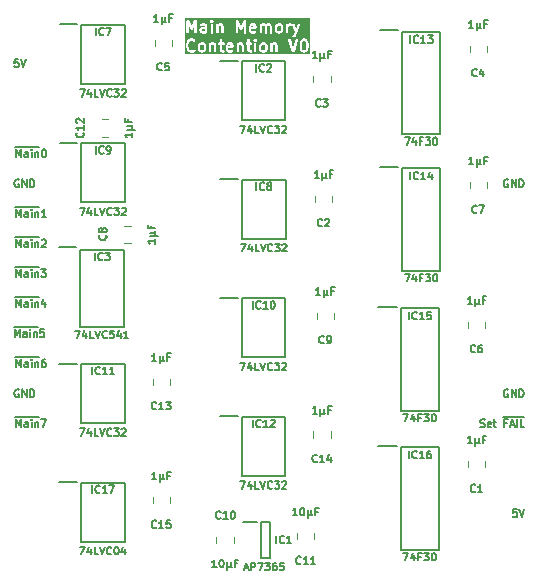
<source format=gto>
%TF.GenerationSoftware,KiCad,Pcbnew,8.0.4*%
%TF.CreationDate,2024-09-09T19:28:38+02:00*%
%TF.ProjectId,Main Memory Abort,4d61696e-204d-4656-9d6f-72792041626f,V0*%
%TF.SameCoordinates,PX54c81a0PY37b6b20*%
%TF.FileFunction,Legend,Top*%
%TF.FilePolarity,Positive*%
%FSLAX46Y46*%
G04 Gerber Fmt 4.6, Leading zero omitted, Abs format (unit mm)*
G04 Created by KiCad (PCBNEW 8.0.4) date 2024-09-09 19:28:38*
%MOMM*%
%LPD*%
G01*
G04 APERTURE LIST*
%ADD10C,0.150000*%
%ADD11C,0.200000*%
%ADD12C,0.120000*%
G04 APERTURE END LIST*
D10*
X1392874Y-7905963D02*
X1392874Y-7270963D01*
X1392874Y-7270963D02*
X1604541Y-7724534D01*
X1604541Y-7724534D02*
X1816207Y-7270963D01*
X1816207Y-7270963D02*
X1816207Y-7905963D01*
X2390731Y-7905963D02*
X2390731Y-7573344D01*
X2390731Y-7573344D02*
X2360493Y-7512867D01*
X2360493Y-7512867D02*
X2300017Y-7482629D01*
X2300017Y-7482629D02*
X2179064Y-7482629D01*
X2179064Y-7482629D02*
X2118588Y-7512867D01*
X2390731Y-7875725D02*
X2330255Y-7905963D01*
X2330255Y-7905963D02*
X2179064Y-7905963D01*
X2179064Y-7905963D02*
X2118588Y-7875725D01*
X2118588Y-7875725D02*
X2088350Y-7815248D01*
X2088350Y-7815248D02*
X2088350Y-7754772D01*
X2088350Y-7754772D02*
X2118588Y-7694296D01*
X2118588Y-7694296D02*
X2179064Y-7664058D01*
X2179064Y-7664058D02*
X2330255Y-7664058D01*
X2330255Y-7664058D02*
X2390731Y-7633820D01*
X2693112Y-7905963D02*
X2693112Y-7482629D01*
X2693112Y-7270963D02*
X2662874Y-7301201D01*
X2662874Y-7301201D02*
X2693112Y-7331439D01*
X2693112Y-7331439D02*
X2723350Y-7301201D01*
X2723350Y-7301201D02*
X2693112Y-7270963D01*
X2693112Y-7270963D02*
X2693112Y-7331439D01*
X2995493Y-7482629D02*
X2995493Y-7905963D01*
X2995493Y-7543105D02*
X3025731Y-7512867D01*
X3025731Y-7512867D02*
X3086207Y-7482629D01*
X3086207Y-7482629D02*
X3176922Y-7482629D01*
X3176922Y-7482629D02*
X3237398Y-7512867D01*
X3237398Y-7512867D02*
X3267636Y-7573344D01*
X3267636Y-7573344D02*
X3267636Y-7905963D01*
X1305184Y-7094675D02*
X3355327Y-7094675D01*
X3690969Y-7270963D02*
X3751446Y-7270963D01*
X3751446Y-7270963D02*
X3811922Y-7301201D01*
X3811922Y-7301201D02*
X3842160Y-7331439D01*
X3842160Y-7331439D02*
X3872398Y-7391915D01*
X3872398Y-7391915D02*
X3902636Y-7512867D01*
X3902636Y-7512867D02*
X3902636Y-7664058D01*
X3902636Y-7664058D02*
X3872398Y-7785010D01*
X3872398Y-7785010D02*
X3842160Y-7845486D01*
X3842160Y-7845486D02*
X3811922Y-7875725D01*
X3811922Y-7875725D02*
X3751446Y-7905963D01*
X3751446Y-7905963D02*
X3690969Y-7905963D01*
X3690969Y-7905963D02*
X3630493Y-7875725D01*
X3630493Y-7875725D02*
X3600255Y-7845486D01*
X3600255Y-7845486D02*
X3570017Y-7785010D01*
X3570017Y-7785010D02*
X3539779Y-7664058D01*
X3539779Y-7664058D02*
X3539779Y-7512867D01*
X3539779Y-7512867D02*
X3570017Y-7391915D01*
X3570017Y-7391915D02*
X3600255Y-7331439D01*
X3600255Y-7331439D02*
X3630493Y-7301201D01*
X3630493Y-7301201D02*
X3690969Y-7270963D01*
X1392874Y-30765963D02*
X1392874Y-30130963D01*
X1392874Y-30130963D02*
X1604541Y-30584534D01*
X1604541Y-30584534D02*
X1816207Y-30130963D01*
X1816207Y-30130963D02*
X1816207Y-30765963D01*
X2390731Y-30765963D02*
X2390731Y-30433344D01*
X2390731Y-30433344D02*
X2360493Y-30372867D01*
X2360493Y-30372867D02*
X2300017Y-30342629D01*
X2300017Y-30342629D02*
X2179064Y-30342629D01*
X2179064Y-30342629D02*
X2118588Y-30372867D01*
X2390731Y-30735725D02*
X2330255Y-30765963D01*
X2330255Y-30765963D02*
X2179064Y-30765963D01*
X2179064Y-30765963D02*
X2118588Y-30735725D01*
X2118588Y-30735725D02*
X2088350Y-30675248D01*
X2088350Y-30675248D02*
X2088350Y-30614772D01*
X2088350Y-30614772D02*
X2118588Y-30554296D01*
X2118588Y-30554296D02*
X2179064Y-30524058D01*
X2179064Y-30524058D02*
X2330255Y-30524058D01*
X2330255Y-30524058D02*
X2390731Y-30493820D01*
X2693112Y-30765963D02*
X2693112Y-30342629D01*
X2693112Y-30130963D02*
X2662874Y-30161201D01*
X2662874Y-30161201D02*
X2693112Y-30191439D01*
X2693112Y-30191439D02*
X2723350Y-30161201D01*
X2723350Y-30161201D02*
X2693112Y-30130963D01*
X2693112Y-30130963D02*
X2693112Y-30191439D01*
X2995493Y-30342629D02*
X2995493Y-30765963D01*
X2995493Y-30403105D02*
X3025731Y-30372867D01*
X3025731Y-30372867D02*
X3086207Y-30342629D01*
X3086207Y-30342629D02*
X3176922Y-30342629D01*
X3176922Y-30342629D02*
X3237398Y-30372867D01*
X3237398Y-30372867D02*
X3267636Y-30433344D01*
X3267636Y-30433344D02*
X3267636Y-30765963D01*
X1305184Y-29954675D02*
X3355327Y-29954675D01*
X3509541Y-30130963D02*
X3932874Y-30130963D01*
X3932874Y-30130963D02*
X3660731Y-30765963D01*
X1392874Y-25685963D02*
X1392874Y-25050963D01*
X1392874Y-25050963D02*
X1604541Y-25504534D01*
X1604541Y-25504534D02*
X1816207Y-25050963D01*
X1816207Y-25050963D02*
X1816207Y-25685963D01*
X2390731Y-25685963D02*
X2390731Y-25353344D01*
X2390731Y-25353344D02*
X2360493Y-25292867D01*
X2360493Y-25292867D02*
X2300017Y-25262629D01*
X2300017Y-25262629D02*
X2179064Y-25262629D01*
X2179064Y-25262629D02*
X2118588Y-25292867D01*
X2390731Y-25655725D02*
X2330255Y-25685963D01*
X2330255Y-25685963D02*
X2179064Y-25685963D01*
X2179064Y-25685963D02*
X2118588Y-25655725D01*
X2118588Y-25655725D02*
X2088350Y-25595248D01*
X2088350Y-25595248D02*
X2088350Y-25534772D01*
X2088350Y-25534772D02*
X2118588Y-25474296D01*
X2118588Y-25474296D02*
X2179064Y-25444058D01*
X2179064Y-25444058D02*
X2330255Y-25444058D01*
X2330255Y-25444058D02*
X2390731Y-25413820D01*
X2693112Y-25685963D02*
X2693112Y-25262629D01*
X2693112Y-25050963D02*
X2662874Y-25081201D01*
X2662874Y-25081201D02*
X2693112Y-25111439D01*
X2693112Y-25111439D02*
X2723350Y-25081201D01*
X2723350Y-25081201D02*
X2693112Y-25050963D01*
X2693112Y-25050963D02*
X2693112Y-25111439D01*
X2995493Y-25262629D02*
X2995493Y-25685963D01*
X2995493Y-25323105D02*
X3025731Y-25292867D01*
X3025731Y-25292867D02*
X3086207Y-25262629D01*
X3086207Y-25262629D02*
X3176922Y-25262629D01*
X3176922Y-25262629D02*
X3237398Y-25292867D01*
X3237398Y-25292867D02*
X3267636Y-25353344D01*
X3267636Y-25353344D02*
X3267636Y-25685963D01*
X1305184Y-24874675D02*
X3355327Y-24874675D01*
X3842160Y-25050963D02*
X3721207Y-25050963D01*
X3721207Y-25050963D02*
X3660731Y-25081201D01*
X3660731Y-25081201D02*
X3630493Y-25111439D01*
X3630493Y-25111439D02*
X3570017Y-25202153D01*
X3570017Y-25202153D02*
X3539779Y-25323105D01*
X3539779Y-25323105D02*
X3539779Y-25565010D01*
X3539779Y-25565010D02*
X3570017Y-25625486D01*
X3570017Y-25625486D02*
X3600255Y-25655725D01*
X3600255Y-25655725D02*
X3660731Y-25685963D01*
X3660731Y-25685963D02*
X3781684Y-25685963D01*
X3781684Y-25685963D02*
X3842160Y-25655725D01*
X3842160Y-25655725D02*
X3872398Y-25625486D01*
X3872398Y-25625486D02*
X3902636Y-25565010D01*
X3902636Y-25565010D02*
X3902636Y-25413820D01*
X3902636Y-25413820D02*
X3872398Y-25353344D01*
X3872398Y-25353344D02*
X3842160Y-25323105D01*
X3842160Y-25323105D02*
X3781684Y-25292867D01*
X3781684Y-25292867D02*
X3660731Y-25292867D01*
X3660731Y-25292867D02*
X3600255Y-25323105D01*
X3600255Y-25323105D02*
X3570017Y-25353344D01*
X3570017Y-25353344D02*
X3539779Y-25413820D01*
X1392874Y-20605963D02*
X1392874Y-19970963D01*
X1392874Y-19970963D02*
X1604541Y-20424534D01*
X1604541Y-20424534D02*
X1816207Y-19970963D01*
X1816207Y-19970963D02*
X1816207Y-20605963D01*
X2390731Y-20605963D02*
X2390731Y-20273344D01*
X2390731Y-20273344D02*
X2360493Y-20212867D01*
X2360493Y-20212867D02*
X2300017Y-20182629D01*
X2300017Y-20182629D02*
X2179064Y-20182629D01*
X2179064Y-20182629D02*
X2118588Y-20212867D01*
X2390731Y-20575725D02*
X2330255Y-20605963D01*
X2330255Y-20605963D02*
X2179064Y-20605963D01*
X2179064Y-20605963D02*
X2118588Y-20575725D01*
X2118588Y-20575725D02*
X2088350Y-20515248D01*
X2088350Y-20515248D02*
X2088350Y-20454772D01*
X2088350Y-20454772D02*
X2118588Y-20394296D01*
X2118588Y-20394296D02*
X2179064Y-20364058D01*
X2179064Y-20364058D02*
X2330255Y-20364058D01*
X2330255Y-20364058D02*
X2390731Y-20333820D01*
X2693112Y-20605963D02*
X2693112Y-20182629D01*
X2693112Y-19970963D02*
X2662874Y-20001201D01*
X2662874Y-20001201D02*
X2693112Y-20031439D01*
X2693112Y-20031439D02*
X2723350Y-20001201D01*
X2723350Y-20001201D02*
X2693112Y-19970963D01*
X2693112Y-19970963D02*
X2693112Y-20031439D01*
X2995493Y-20182629D02*
X2995493Y-20605963D01*
X2995493Y-20243105D02*
X3025731Y-20212867D01*
X3025731Y-20212867D02*
X3086207Y-20182629D01*
X3086207Y-20182629D02*
X3176922Y-20182629D01*
X3176922Y-20182629D02*
X3237398Y-20212867D01*
X3237398Y-20212867D02*
X3267636Y-20273344D01*
X3267636Y-20273344D02*
X3267636Y-20605963D01*
X1305184Y-19794675D02*
X3355327Y-19794675D01*
X3842160Y-20182629D02*
X3842160Y-20605963D01*
X3690969Y-19940725D02*
X3539779Y-20394296D01*
X3539779Y-20394296D02*
X3932874Y-20394296D01*
X1392874Y-18065963D02*
X1392874Y-17430963D01*
X1392874Y-17430963D02*
X1604541Y-17884534D01*
X1604541Y-17884534D02*
X1816207Y-17430963D01*
X1816207Y-17430963D02*
X1816207Y-18065963D01*
X2390731Y-18065963D02*
X2390731Y-17733344D01*
X2390731Y-17733344D02*
X2360493Y-17672867D01*
X2360493Y-17672867D02*
X2300017Y-17642629D01*
X2300017Y-17642629D02*
X2179064Y-17642629D01*
X2179064Y-17642629D02*
X2118588Y-17672867D01*
X2390731Y-18035725D02*
X2330255Y-18065963D01*
X2330255Y-18065963D02*
X2179064Y-18065963D01*
X2179064Y-18065963D02*
X2118588Y-18035725D01*
X2118588Y-18035725D02*
X2088350Y-17975248D01*
X2088350Y-17975248D02*
X2088350Y-17914772D01*
X2088350Y-17914772D02*
X2118588Y-17854296D01*
X2118588Y-17854296D02*
X2179064Y-17824058D01*
X2179064Y-17824058D02*
X2330255Y-17824058D01*
X2330255Y-17824058D02*
X2390731Y-17793820D01*
X2693112Y-18065963D02*
X2693112Y-17642629D01*
X2693112Y-17430963D02*
X2662874Y-17461201D01*
X2662874Y-17461201D02*
X2693112Y-17491439D01*
X2693112Y-17491439D02*
X2723350Y-17461201D01*
X2723350Y-17461201D02*
X2693112Y-17430963D01*
X2693112Y-17430963D02*
X2693112Y-17491439D01*
X2995493Y-17642629D02*
X2995493Y-18065963D01*
X2995493Y-17703105D02*
X3025731Y-17672867D01*
X3025731Y-17672867D02*
X3086207Y-17642629D01*
X3086207Y-17642629D02*
X3176922Y-17642629D01*
X3176922Y-17642629D02*
X3237398Y-17672867D01*
X3237398Y-17672867D02*
X3267636Y-17733344D01*
X3267636Y-17733344D02*
X3267636Y-18065963D01*
X1305184Y-17254675D02*
X3355327Y-17254675D01*
X3509541Y-17430963D02*
X3902636Y-17430963D01*
X3902636Y-17430963D02*
X3690969Y-17672867D01*
X3690969Y-17672867D02*
X3781684Y-17672867D01*
X3781684Y-17672867D02*
X3842160Y-17703105D01*
X3842160Y-17703105D02*
X3872398Y-17733344D01*
X3872398Y-17733344D02*
X3902636Y-17793820D01*
X3902636Y-17793820D02*
X3902636Y-17945010D01*
X3902636Y-17945010D02*
X3872398Y-18005486D01*
X3872398Y-18005486D02*
X3842160Y-18035725D01*
X3842160Y-18035725D02*
X3781684Y-18065963D01*
X3781684Y-18065963D02*
X3600255Y-18065963D01*
X3600255Y-18065963D02*
X3539779Y-18035725D01*
X3539779Y-18035725D02*
X3509541Y-18005486D01*
X1568255Y349037D02*
X1265874Y349037D01*
X1265874Y349037D02*
X1235636Y46656D01*
X1235636Y46656D02*
X1265874Y76895D01*
X1265874Y76895D02*
X1326350Y107133D01*
X1326350Y107133D02*
X1477541Y107133D01*
X1477541Y107133D02*
X1538017Y76895D01*
X1538017Y76895D02*
X1568255Y46656D01*
X1568255Y46656D02*
X1598493Y-13820D01*
X1598493Y-13820D02*
X1598493Y-165010D01*
X1598493Y-165010D02*
X1568255Y-225486D01*
X1568255Y-225486D02*
X1538017Y-255725D01*
X1538017Y-255725D02*
X1477541Y-285963D01*
X1477541Y-285963D02*
X1326350Y-285963D01*
X1326350Y-285963D02*
X1265874Y-255725D01*
X1265874Y-255725D02*
X1235636Y-225486D01*
X1779922Y349037D02*
X1991588Y-285963D01*
X1991588Y-285963D02*
X2203255Y349037D01*
X1598493Y-27621201D02*
X1538017Y-27590963D01*
X1538017Y-27590963D02*
X1447303Y-27590963D01*
X1447303Y-27590963D02*
X1356588Y-27621201D01*
X1356588Y-27621201D02*
X1296112Y-27681677D01*
X1296112Y-27681677D02*
X1265874Y-27742153D01*
X1265874Y-27742153D02*
X1235636Y-27863105D01*
X1235636Y-27863105D02*
X1235636Y-27953820D01*
X1235636Y-27953820D02*
X1265874Y-28074772D01*
X1265874Y-28074772D02*
X1296112Y-28135248D01*
X1296112Y-28135248D02*
X1356588Y-28195725D01*
X1356588Y-28195725D02*
X1447303Y-28225963D01*
X1447303Y-28225963D02*
X1507779Y-28225963D01*
X1507779Y-28225963D02*
X1598493Y-28195725D01*
X1598493Y-28195725D02*
X1628731Y-28165486D01*
X1628731Y-28165486D02*
X1628731Y-27953820D01*
X1628731Y-27953820D02*
X1507779Y-27953820D01*
X1900874Y-28225963D02*
X1900874Y-27590963D01*
X1900874Y-27590963D02*
X2263731Y-28225963D01*
X2263731Y-28225963D02*
X2263731Y-27590963D01*
X2566112Y-28225963D02*
X2566112Y-27590963D01*
X2566112Y-27590963D02*
X2717302Y-27590963D01*
X2717302Y-27590963D02*
X2808017Y-27621201D01*
X2808017Y-27621201D02*
X2868493Y-27681677D01*
X2868493Y-27681677D02*
X2898731Y-27742153D01*
X2898731Y-27742153D02*
X2928969Y-27863105D01*
X2928969Y-27863105D02*
X2928969Y-27953820D01*
X2928969Y-27953820D02*
X2898731Y-28074772D01*
X2898731Y-28074772D02*
X2868493Y-28135248D01*
X2868493Y-28135248D02*
X2808017Y-28195725D01*
X2808017Y-28195725D02*
X2717302Y-28225963D01*
X2717302Y-28225963D02*
X2566112Y-28225963D01*
X43026887Y-9841201D02*
X42966411Y-9810963D01*
X42966411Y-9810963D02*
X42875697Y-9810963D01*
X42875697Y-9810963D02*
X42784982Y-9841201D01*
X42784982Y-9841201D02*
X42724506Y-9901677D01*
X42724506Y-9901677D02*
X42694268Y-9962153D01*
X42694268Y-9962153D02*
X42664030Y-10083105D01*
X42664030Y-10083105D02*
X42664030Y-10173820D01*
X42664030Y-10173820D02*
X42694268Y-10294772D01*
X42694268Y-10294772D02*
X42724506Y-10355248D01*
X42724506Y-10355248D02*
X42784982Y-10415725D01*
X42784982Y-10415725D02*
X42875697Y-10445963D01*
X42875697Y-10445963D02*
X42936173Y-10445963D01*
X42936173Y-10445963D02*
X43026887Y-10415725D01*
X43026887Y-10415725D02*
X43057125Y-10385486D01*
X43057125Y-10385486D02*
X43057125Y-10173820D01*
X43057125Y-10173820D02*
X42936173Y-10173820D01*
X43329268Y-10445963D02*
X43329268Y-9810963D01*
X43329268Y-9810963D02*
X43692125Y-10445963D01*
X43692125Y-10445963D02*
X43692125Y-9810963D01*
X43994506Y-10445963D02*
X43994506Y-9810963D01*
X43994506Y-9810963D02*
X44145696Y-9810963D01*
X44145696Y-9810963D02*
X44236411Y-9841201D01*
X44236411Y-9841201D02*
X44296887Y-9901677D01*
X44296887Y-9901677D02*
X44327125Y-9962153D01*
X44327125Y-9962153D02*
X44357363Y-10083105D01*
X44357363Y-10083105D02*
X44357363Y-10173820D01*
X44357363Y-10173820D02*
X44327125Y-10294772D01*
X44327125Y-10294772D02*
X44296887Y-10355248D01*
X44296887Y-10355248D02*
X44236411Y-10415725D01*
X44236411Y-10415725D02*
X44145696Y-10445963D01*
X44145696Y-10445963D02*
X43994506Y-10445963D01*
X43026887Y-27621201D02*
X42966411Y-27590963D01*
X42966411Y-27590963D02*
X42875697Y-27590963D01*
X42875697Y-27590963D02*
X42784982Y-27621201D01*
X42784982Y-27621201D02*
X42724506Y-27681677D01*
X42724506Y-27681677D02*
X42694268Y-27742153D01*
X42694268Y-27742153D02*
X42664030Y-27863105D01*
X42664030Y-27863105D02*
X42664030Y-27953820D01*
X42664030Y-27953820D02*
X42694268Y-28074772D01*
X42694268Y-28074772D02*
X42724506Y-28135248D01*
X42724506Y-28135248D02*
X42784982Y-28195725D01*
X42784982Y-28195725D02*
X42875697Y-28225963D01*
X42875697Y-28225963D02*
X42936173Y-28225963D01*
X42936173Y-28225963D02*
X43026887Y-28195725D01*
X43026887Y-28195725D02*
X43057125Y-28165486D01*
X43057125Y-28165486D02*
X43057125Y-27953820D01*
X43057125Y-27953820D02*
X42936173Y-27953820D01*
X43329268Y-28225963D02*
X43329268Y-27590963D01*
X43329268Y-27590963D02*
X43692125Y-28225963D01*
X43692125Y-28225963D02*
X43692125Y-27590963D01*
X43994506Y-28225963D02*
X43994506Y-27590963D01*
X43994506Y-27590963D02*
X44145696Y-27590963D01*
X44145696Y-27590963D02*
X44236411Y-27621201D01*
X44236411Y-27621201D02*
X44296887Y-27681677D01*
X44296887Y-27681677D02*
X44327125Y-27742153D01*
X44327125Y-27742153D02*
X44357363Y-27863105D01*
X44357363Y-27863105D02*
X44357363Y-27953820D01*
X44357363Y-27953820D02*
X44327125Y-28074772D01*
X44327125Y-28074772D02*
X44296887Y-28135248D01*
X44296887Y-28135248D02*
X44236411Y-28195725D01*
X44236411Y-28195725D02*
X44145696Y-28225963D01*
X44145696Y-28225963D02*
X43994506Y-28225963D01*
X1392874Y-12985963D02*
X1392874Y-12350963D01*
X1392874Y-12350963D02*
X1604541Y-12804534D01*
X1604541Y-12804534D02*
X1816207Y-12350963D01*
X1816207Y-12350963D02*
X1816207Y-12985963D01*
X2390731Y-12985963D02*
X2390731Y-12653344D01*
X2390731Y-12653344D02*
X2360493Y-12592867D01*
X2360493Y-12592867D02*
X2300017Y-12562629D01*
X2300017Y-12562629D02*
X2179064Y-12562629D01*
X2179064Y-12562629D02*
X2118588Y-12592867D01*
X2390731Y-12955725D02*
X2330255Y-12985963D01*
X2330255Y-12985963D02*
X2179064Y-12985963D01*
X2179064Y-12985963D02*
X2118588Y-12955725D01*
X2118588Y-12955725D02*
X2088350Y-12895248D01*
X2088350Y-12895248D02*
X2088350Y-12834772D01*
X2088350Y-12834772D02*
X2118588Y-12774296D01*
X2118588Y-12774296D02*
X2179064Y-12744058D01*
X2179064Y-12744058D02*
X2330255Y-12744058D01*
X2330255Y-12744058D02*
X2390731Y-12713820D01*
X2693112Y-12985963D02*
X2693112Y-12562629D01*
X2693112Y-12350963D02*
X2662874Y-12381201D01*
X2662874Y-12381201D02*
X2693112Y-12411439D01*
X2693112Y-12411439D02*
X2723350Y-12381201D01*
X2723350Y-12381201D02*
X2693112Y-12350963D01*
X2693112Y-12350963D02*
X2693112Y-12411439D01*
X2995493Y-12562629D02*
X2995493Y-12985963D01*
X2995493Y-12623105D02*
X3025731Y-12592867D01*
X3025731Y-12592867D02*
X3086207Y-12562629D01*
X3086207Y-12562629D02*
X3176922Y-12562629D01*
X3176922Y-12562629D02*
X3237398Y-12592867D01*
X3237398Y-12592867D02*
X3267636Y-12653344D01*
X3267636Y-12653344D02*
X3267636Y-12985963D01*
X1305184Y-12174675D02*
X3355327Y-12174675D01*
X3902636Y-12985963D02*
X3539779Y-12985963D01*
X3721207Y-12985963D02*
X3721207Y-12350963D01*
X3721207Y-12350963D02*
X3660731Y-12441677D01*
X3660731Y-12441677D02*
X3600255Y-12502153D01*
X3600255Y-12502153D02*
X3539779Y-12532391D01*
X40698552Y-30735725D02*
X40789266Y-30765963D01*
X40789266Y-30765963D02*
X40940457Y-30765963D01*
X40940457Y-30765963D02*
X41000933Y-30735725D01*
X41000933Y-30735725D02*
X41031171Y-30705486D01*
X41031171Y-30705486D02*
X41061409Y-30645010D01*
X41061409Y-30645010D02*
X41061409Y-30584534D01*
X41061409Y-30584534D02*
X41031171Y-30524058D01*
X41031171Y-30524058D02*
X41000933Y-30493820D01*
X41000933Y-30493820D02*
X40940457Y-30463582D01*
X40940457Y-30463582D02*
X40819504Y-30433344D01*
X40819504Y-30433344D02*
X40759028Y-30403105D01*
X40759028Y-30403105D02*
X40728790Y-30372867D01*
X40728790Y-30372867D02*
X40698552Y-30312391D01*
X40698552Y-30312391D02*
X40698552Y-30251915D01*
X40698552Y-30251915D02*
X40728790Y-30191439D01*
X40728790Y-30191439D02*
X40759028Y-30161201D01*
X40759028Y-30161201D02*
X40819504Y-30130963D01*
X40819504Y-30130963D02*
X40970695Y-30130963D01*
X40970695Y-30130963D02*
X41061409Y-30161201D01*
X41575457Y-30735725D02*
X41514981Y-30765963D01*
X41514981Y-30765963D02*
X41394028Y-30765963D01*
X41394028Y-30765963D02*
X41333552Y-30735725D01*
X41333552Y-30735725D02*
X41303314Y-30675248D01*
X41303314Y-30675248D02*
X41303314Y-30433344D01*
X41303314Y-30433344D02*
X41333552Y-30372867D01*
X41333552Y-30372867D02*
X41394028Y-30342629D01*
X41394028Y-30342629D02*
X41514981Y-30342629D01*
X41514981Y-30342629D02*
X41575457Y-30372867D01*
X41575457Y-30372867D02*
X41605695Y-30433344D01*
X41605695Y-30433344D02*
X41605695Y-30493820D01*
X41605695Y-30493820D02*
X41303314Y-30554296D01*
X41787124Y-30342629D02*
X42029028Y-30342629D01*
X41877838Y-30130963D02*
X41877838Y-30675248D01*
X41877838Y-30675248D02*
X41908076Y-30735725D01*
X41908076Y-30735725D02*
X41968552Y-30765963D01*
X41968552Y-30765963D02*
X42029028Y-30765963D01*
X42936172Y-30433344D02*
X42724505Y-30433344D01*
X42724505Y-30765963D02*
X42724505Y-30130963D01*
X42724505Y-30130963D02*
X43026886Y-30130963D01*
X43238553Y-30584534D02*
X43540934Y-30584534D01*
X43178077Y-30765963D02*
X43389743Y-30130963D01*
X43389743Y-30130963D02*
X43601410Y-30765963D01*
X43813077Y-30765963D02*
X43813077Y-30130963D01*
X44417839Y-30765963D02*
X44115458Y-30765963D01*
X44115458Y-30765963D02*
X44115458Y-30130963D01*
X42636815Y-29954675D02*
X44414816Y-29954675D01*
X43782839Y-37750963D02*
X43480458Y-37750963D01*
X43480458Y-37750963D02*
X43450220Y-38053344D01*
X43450220Y-38053344D02*
X43480458Y-38023105D01*
X43480458Y-38023105D02*
X43540934Y-37992867D01*
X43540934Y-37992867D02*
X43692125Y-37992867D01*
X43692125Y-37992867D02*
X43752601Y-38023105D01*
X43752601Y-38023105D02*
X43782839Y-38053344D01*
X43782839Y-38053344D02*
X43813077Y-38113820D01*
X43813077Y-38113820D02*
X43813077Y-38265010D01*
X43813077Y-38265010D02*
X43782839Y-38325486D01*
X43782839Y-38325486D02*
X43752601Y-38355725D01*
X43752601Y-38355725D02*
X43692125Y-38385963D01*
X43692125Y-38385963D02*
X43540934Y-38385963D01*
X43540934Y-38385963D02*
X43480458Y-38355725D01*
X43480458Y-38355725D02*
X43450220Y-38325486D01*
X43994506Y-37750963D02*
X44206172Y-38385963D01*
X44206172Y-38385963D02*
X44417839Y-37750963D01*
D11*
G36*
X17229096Y1565671D02*
G01*
X17253765Y1541003D01*
X17283570Y1481393D01*
X17283570Y1242893D01*
X17253765Y1183285D01*
X17229096Y1158615D01*
X17169487Y1128809D01*
X17073844Y1128809D01*
X17014234Y1158614D01*
X16989567Y1183282D01*
X16959761Y1242894D01*
X16959761Y1481393D01*
X16989566Y1541003D01*
X17014234Y1565672D01*
X17073844Y1595476D01*
X17169487Y1595476D01*
X17229096Y1565671D01*
G37*
G36*
X19594749Y1573321D02*
G01*
X19612199Y1538421D01*
X19340714Y1484124D01*
X19340714Y1529012D01*
X19362869Y1573322D01*
X19407178Y1595476D01*
X19550440Y1595476D01*
X19594749Y1573321D01*
G37*
G36*
X22419573Y1565671D02*
G01*
X22444242Y1541003D01*
X22474047Y1481393D01*
X22474047Y1242893D01*
X22444242Y1183285D01*
X22419573Y1158615D01*
X22359964Y1128809D01*
X22264321Y1128809D01*
X22204711Y1158614D01*
X22180044Y1183282D01*
X22150238Y1242894D01*
X22150238Y1481393D01*
X22180043Y1541003D01*
X22204711Y1565672D01*
X22264321Y1595476D01*
X22359964Y1595476D01*
X22419573Y1565671D01*
G37*
G36*
X25848145Y1899004D02*
G01*
X25872814Y1874336D01*
X25908267Y1803429D01*
X25950238Y1635548D01*
X25950238Y1422072D01*
X25908267Y1254191D01*
X25872814Y1183285D01*
X25848145Y1158615D01*
X25788536Y1128809D01*
X25740512Y1128809D01*
X25680902Y1158614D01*
X25656235Y1183282D01*
X25620780Y1254191D01*
X25578810Y1422072D01*
X25578810Y1635547D01*
X25620780Y1803429D01*
X25656234Y1874336D01*
X25680902Y1899005D01*
X25740512Y1928809D01*
X25788536Y1928809D01*
X25848145Y1899004D01*
G37*
G36*
X17378809Y2748176D02*
G01*
X17359964Y2738753D01*
X17169083Y2738753D01*
X17124773Y2760908D01*
X17102619Y2805218D01*
X17102619Y2853242D01*
X17124774Y2897552D01*
X17169083Y2919706D01*
X17378809Y2919706D01*
X17378809Y2748176D01*
G37*
G36*
X21547130Y3183265D02*
G01*
X21564580Y3148365D01*
X21293095Y3094068D01*
X21293095Y3138956D01*
X21315250Y3183266D01*
X21359559Y3205420D01*
X21502821Y3205420D01*
X21547130Y3183265D01*
G37*
G36*
X23752906Y3175615D02*
G01*
X23777575Y3150947D01*
X23807380Y3091337D01*
X23807380Y2852837D01*
X23777575Y2793229D01*
X23752906Y2768559D01*
X23693297Y2738753D01*
X23597654Y2738753D01*
X23538044Y2768558D01*
X23513377Y2793226D01*
X23483571Y2852838D01*
X23483571Y3091337D01*
X23513376Y3150947D01*
X23538044Y3175616D01*
X23597654Y3205420D01*
X23693297Y3205420D01*
X23752906Y3175615D01*
G37*
G36*
X26261349Y817698D02*
G01*
X15648650Y817698D01*
X15648650Y1600238D01*
X15759761Y1600238D01*
X15759761Y1457381D01*
X15760096Y1453979D01*
X15759879Y1452520D01*
X15760958Y1445223D01*
X15761682Y1437872D01*
X15762246Y1436509D01*
X15762747Y1433127D01*
X15810366Y1242652D01*
X15810879Y1241215D01*
X15810931Y1240492D01*
X15814039Y1232368D01*
X15816961Y1224191D01*
X15817391Y1223611D01*
X15817937Y1222184D01*
X15865556Y1126946D01*
X15870838Y1118554D01*
X15871851Y1116110D01*
X15874107Y1113361D01*
X15875999Y1110356D01*
X15877993Y1108627D01*
X15884288Y1100957D01*
X15979526Y1005717D01*
X15994679Y993281D01*
X15997998Y991906D01*
X16000714Y989551D01*
X16018614Y981560D01*
X16161471Y933941D01*
X16171143Y931742D01*
X16173585Y930730D01*
X16177122Y930382D01*
X16180586Y929594D01*
X16183220Y929782D01*
X16193094Y928809D01*
X16288332Y928809D01*
X16298205Y929782D01*
X16300839Y929594D01*
X16304302Y930382D01*
X16307841Y930730D01*
X16310283Y931742D01*
X16319955Y933941D01*
X16462811Y981560D01*
X16480712Y989551D01*
X16483427Y991906D01*
X16486747Y993281D01*
X16501900Y1005718D01*
X16549519Y1053338D01*
X16561956Y1068491D01*
X16576887Y1104540D01*
X16576886Y1143558D01*
X16561955Y1179606D01*
X16534364Y1207196D01*
X16498316Y1222127D01*
X16459298Y1222126D01*
X16423250Y1207195D01*
X16408096Y1194758D01*
X16377169Y1163831D01*
X16272105Y1128809D01*
X16209320Y1128809D01*
X16104255Y1163831D01*
X16037185Y1230901D01*
X16001731Y1301810D01*
X15959761Y1469691D01*
X15959761Y1505000D01*
X16759761Y1505000D01*
X16759761Y1219286D01*
X16761682Y1199777D01*
X16763057Y1196457D01*
X16763312Y1192873D01*
X16770318Y1174565D01*
X16817937Y1079327D01*
X16823220Y1070935D01*
X16824232Y1068491D01*
X16826488Y1065742D01*
X16828380Y1062737D01*
X16830374Y1061008D01*
X16836669Y1053338D01*
X16884287Y1005718D01*
X16891955Y999425D01*
X16893687Y997428D01*
X16896695Y995535D01*
X16899441Y993281D01*
X16901881Y992271D01*
X16910278Y986985D01*
X17005515Y939366D01*
X17023824Y932360D01*
X17027407Y932106D01*
X17030728Y930730D01*
X17050237Y928809D01*
X17193094Y928809D01*
X17212603Y930730D01*
X17215923Y932106D01*
X17219507Y932360D01*
X17237815Y939366D01*
X17333053Y986985D01*
X17341448Y992270D01*
X17343890Y993281D01*
X17346637Y995537D01*
X17349643Y997428D01*
X17351373Y999423D01*
X17359043Y1005718D01*
X17406662Y1053338D01*
X17412954Y1061005D01*
X17414951Y1062736D01*
X17416844Y1065744D01*
X17419099Y1068491D01*
X17420110Y1070933D01*
X17425394Y1079327D01*
X17473013Y1174564D01*
X17480019Y1192873D01*
X17480273Y1196457D01*
X17481649Y1199777D01*
X17483570Y1219286D01*
X17483570Y1505000D01*
X17481649Y1524509D01*
X17480273Y1527830D01*
X17480019Y1531413D01*
X17473013Y1549722D01*
X17425394Y1644959D01*
X17420108Y1653356D01*
X17419098Y1655796D01*
X17416844Y1658542D01*
X17414951Y1661550D01*
X17412953Y1663283D01*
X17406661Y1670949D01*
X17382135Y1695476D01*
X17712142Y1695476D01*
X17712142Y1028809D01*
X17714063Y1009300D01*
X17728995Y973252D01*
X17756585Y945662D01*
X17792633Y930730D01*
X17831651Y930730D01*
X17867699Y945662D01*
X17895289Y973252D01*
X17910221Y1009300D01*
X17912142Y1028809D01*
X17912142Y1558817D01*
X17918996Y1565672D01*
X17978606Y1595476D01*
X18074249Y1595476D01*
X18118558Y1573321D01*
X18140713Y1529012D01*
X18140713Y1028809D01*
X18142634Y1009300D01*
X18157566Y973252D01*
X18185156Y945662D01*
X18221204Y930730D01*
X18260222Y930730D01*
X18296270Y945662D01*
X18323860Y973252D01*
X18338792Y1009300D01*
X18340713Y1028809D01*
X18340713Y1552619D01*
X18338792Y1572128D01*
X18337416Y1575449D01*
X18337162Y1579032D01*
X18330156Y1597341D01*
X18282537Y1692578D01*
X18280482Y1695842D01*
X18279970Y1697380D01*
X18278308Y1699296D01*
X18272094Y1709169D01*
X18265388Y1714985D01*
X18475968Y1714985D01*
X18475968Y1675967D01*
X18490900Y1639919D01*
X18518490Y1612329D01*
X18554538Y1597397D01*
X18574047Y1595476D01*
X18616904Y1595476D01*
X18616904Y1171667D01*
X18618825Y1152158D01*
X18620200Y1148838D01*
X18620455Y1145255D01*
X18627461Y1126946D01*
X18675080Y1031707D01*
X18677133Y1028444D01*
X18677647Y1026905D01*
X18679309Y1024989D01*
X18685523Y1015117D01*
X18694994Y1006903D01*
X18703211Y997428D01*
X18713081Y991216D01*
X18714999Y989552D01*
X18716539Y989039D01*
X18719802Y986985D01*
X18815039Y939366D01*
X18833348Y932360D01*
X18836931Y932106D01*
X18840252Y930730D01*
X18859761Y928809D01*
X18954999Y928809D01*
X18974508Y930730D01*
X19010556Y945662D01*
X19038146Y973252D01*
X19053078Y1009300D01*
X19053078Y1048318D01*
X19038146Y1084366D01*
X19010556Y1111956D01*
X18974508Y1126888D01*
X18954999Y1128809D01*
X18883368Y1128809D01*
X18839058Y1150964D01*
X18816904Y1195274D01*
X18816904Y1552619D01*
X19140714Y1552619D01*
X19140714Y1171667D01*
X19142635Y1152158D01*
X19144010Y1148838D01*
X19144265Y1145255D01*
X19151271Y1126946D01*
X19198890Y1031707D01*
X19200943Y1028444D01*
X19201457Y1026905D01*
X19203119Y1024989D01*
X19209333Y1015117D01*
X19218804Y1006903D01*
X19227021Y997428D01*
X19236891Y991216D01*
X19238809Y989552D01*
X19240349Y989039D01*
X19243612Y986985D01*
X19338849Y939366D01*
X19357158Y932360D01*
X19360741Y932106D01*
X19364062Y930730D01*
X19383571Y928809D01*
X19574047Y928809D01*
X19593556Y930730D01*
X19596876Y932106D01*
X19600460Y932360D01*
X19618768Y939366D01*
X19714006Y986985D01*
X19730596Y997428D01*
X19756161Y1026905D01*
X19768499Y1063921D01*
X19765734Y1102841D01*
X19748285Y1137739D01*
X19718808Y1163304D01*
X19681792Y1175643D01*
X19642872Y1172877D01*
X19624563Y1165871D01*
X19550440Y1128809D01*
X19407178Y1128809D01*
X19362868Y1150964D01*
X19340714Y1195274D01*
X19340714Y1280163D01*
X19736410Y1359302D01*
X19736413Y1359302D01*
X19736415Y1359304D01*
X19736515Y1359323D01*
X19755269Y1365033D01*
X19763409Y1370485D01*
X19772461Y1374234D01*
X19779462Y1381236D01*
X19787688Y1386744D01*
X19793122Y1394896D01*
X19800051Y1401824D01*
X19803840Y1410972D01*
X19809332Y1419209D01*
X19811233Y1428820D01*
X19814983Y1437872D01*
X19816904Y1457381D01*
X19816904Y1552619D01*
X19814983Y1572128D01*
X19813607Y1575449D01*
X19813353Y1579032D01*
X19806347Y1597341D01*
X19758728Y1692578D01*
X19756903Y1695476D01*
X20045476Y1695476D01*
X20045476Y1028809D01*
X20047397Y1009300D01*
X20062329Y973252D01*
X20089919Y945662D01*
X20125967Y930730D01*
X20164985Y930730D01*
X20201033Y945662D01*
X20228623Y973252D01*
X20243555Y1009300D01*
X20245476Y1028809D01*
X20245476Y1558817D01*
X20252330Y1565672D01*
X20311940Y1595476D01*
X20407583Y1595476D01*
X20451892Y1573321D01*
X20474047Y1529012D01*
X20474047Y1028809D01*
X20475968Y1009300D01*
X20490900Y973252D01*
X20518490Y945662D01*
X20554538Y930730D01*
X20593556Y930730D01*
X20629604Y945662D01*
X20657194Y973252D01*
X20672126Y1009300D01*
X20674047Y1028809D01*
X20674047Y1552619D01*
X20672126Y1572128D01*
X20670750Y1575449D01*
X20670496Y1579032D01*
X20663490Y1597341D01*
X20615871Y1692578D01*
X20613816Y1695842D01*
X20613304Y1697380D01*
X20611642Y1699296D01*
X20605428Y1709169D01*
X20598722Y1714985D01*
X20809302Y1714985D01*
X20809302Y1675967D01*
X20824234Y1639919D01*
X20851824Y1612329D01*
X20887872Y1597397D01*
X20907381Y1595476D01*
X20950238Y1595476D01*
X20950238Y1171667D01*
X20952159Y1152158D01*
X20953534Y1148838D01*
X20953789Y1145255D01*
X20960795Y1126946D01*
X21008414Y1031707D01*
X21010467Y1028444D01*
X21010981Y1026905D01*
X21012643Y1024989D01*
X21018857Y1015117D01*
X21028328Y1006903D01*
X21036545Y997428D01*
X21046415Y991216D01*
X21048333Y989552D01*
X21049873Y989039D01*
X21053136Y986985D01*
X21148373Y939366D01*
X21166682Y932360D01*
X21170265Y932106D01*
X21173586Y930730D01*
X21193095Y928809D01*
X21288333Y928809D01*
X21307842Y930730D01*
X21343890Y945662D01*
X21371480Y973252D01*
X21386412Y1009300D01*
X21386412Y1048318D01*
X21371480Y1084366D01*
X21343890Y1111956D01*
X21307842Y1126888D01*
X21288333Y1128809D01*
X21216702Y1128809D01*
X21172392Y1150964D01*
X21150238Y1195274D01*
X21150238Y1595476D01*
X21288333Y1595476D01*
X21307842Y1597397D01*
X21343890Y1612329D01*
X21371480Y1639919D01*
X21386412Y1675967D01*
X21386412Y1695476D01*
X21521667Y1695476D01*
X21521667Y1028809D01*
X21523588Y1009300D01*
X21538520Y973252D01*
X21566110Y945662D01*
X21602158Y930730D01*
X21641176Y930730D01*
X21677224Y945662D01*
X21704814Y973252D01*
X21719746Y1009300D01*
X21721667Y1028809D01*
X21721667Y1505000D01*
X21950238Y1505000D01*
X21950238Y1219286D01*
X21952159Y1199777D01*
X21953534Y1196457D01*
X21953789Y1192873D01*
X21960795Y1174565D01*
X22008414Y1079327D01*
X22013697Y1070935D01*
X22014709Y1068491D01*
X22016965Y1065742D01*
X22018857Y1062737D01*
X22020851Y1061008D01*
X22027146Y1053338D01*
X22074764Y1005718D01*
X22082432Y999425D01*
X22084164Y997428D01*
X22087172Y995535D01*
X22089918Y993281D01*
X22092358Y992271D01*
X22100755Y986985D01*
X22195992Y939366D01*
X22214301Y932360D01*
X22217884Y932106D01*
X22221205Y930730D01*
X22240714Y928809D01*
X22383571Y928809D01*
X22403080Y930730D01*
X22406400Y932106D01*
X22409984Y932360D01*
X22428292Y939366D01*
X22523530Y986985D01*
X22531925Y992270D01*
X22534367Y993281D01*
X22537114Y995537D01*
X22540120Y997428D01*
X22541850Y999423D01*
X22549520Y1005718D01*
X22597139Y1053338D01*
X22603431Y1061005D01*
X22605428Y1062736D01*
X22607321Y1065744D01*
X22609576Y1068491D01*
X22610587Y1070933D01*
X22615871Y1079327D01*
X22663490Y1174564D01*
X22670496Y1192873D01*
X22670750Y1196457D01*
X22672126Y1199777D01*
X22674047Y1219286D01*
X22674047Y1505000D01*
X22672126Y1524509D01*
X22670750Y1527830D01*
X22670496Y1531413D01*
X22663490Y1549722D01*
X22615871Y1644959D01*
X22610585Y1653356D01*
X22609575Y1655796D01*
X22607321Y1658542D01*
X22605428Y1661550D01*
X22603430Y1663283D01*
X22597138Y1670949D01*
X22572612Y1695476D01*
X22902619Y1695476D01*
X22902619Y1028809D01*
X22904540Y1009300D01*
X22919472Y973252D01*
X22947062Y945662D01*
X22983110Y930730D01*
X23022128Y930730D01*
X23058176Y945662D01*
X23085766Y973252D01*
X23100698Y1009300D01*
X23102619Y1028809D01*
X23102619Y1558817D01*
X23109473Y1565672D01*
X23169083Y1595476D01*
X23264726Y1595476D01*
X23309035Y1573321D01*
X23331190Y1529012D01*
X23331190Y1028809D01*
X23333111Y1009300D01*
X23348043Y973252D01*
X23375633Y945662D01*
X23411681Y930730D01*
X23450699Y930730D01*
X23486747Y945662D01*
X23514337Y973252D01*
X23529269Y1009300D01*
X23531190Y1028809D01*
X23531190Y1552619D01*
X23529269Y1572128D01*
X23527893Y1575449D01*
X23527639Y1579032D01*
X23520633Y1597341D01*
X23473014Y1692578D01*
X23470959Y1695842D01*
X23470447Y1697380D01*
X23468785Y1699296D01*
X23462571Y1709169D01*
X23453095Y1717387D01*
X23444882Y1726857D01*
X23435010Y1733071D01*
X23433094Y1734733D01*
X23431555Y1735247D01*
X23428292Y1737300D01*
X23333054Y1784919D01*
X23314746Y1791925D01*
X23311162Y1792180D01*
X23307842Y1793555D01*
X23288333Y1795476D01*
X23145476Y1795476D01*
X23125967Y1793555D01*
X23122646Y1792180D01*
X23119063Y1791925D01*
X23100754Y1784919D01*
X23068171Y1768628D01*
X23058176Y1778623D01*
X23022128Y1793555D01*
X22983110Y1793555D01*
X22947062Y1778623D01*
X22919472Y1751033D01*
X22904540Y1714985D01*
X22902619Y1695476D01*
X22572612Y1695476D01*
X22549520Y1718568D01*
X22541849Y1724863D01*
X22540120Y1726857D01*
X22537112Y1728751D01*
X22534366Y1731004D01*
X22531926Y1732015D01*
X22523530Y1737300D01*
X22428292Y1784919D01*
X22409984Y1791925D01*
X22406400Y1792180D01*
X22403080Y1793555D01*
X22383571Y1795476D01*
X22240714Y1795476D01*
X22221205Y1793555D01*
X22217884Y1792180D01*
X22214301Y1791925D01*
X22195992Y1784919D01*
X22100755Y1737300D01*
X22092358Y1732015D01*
X22089918Y1731004D01*
X22087172Y1728751D01*
X22084164Y1726857D01*
X22082431Y1724860D01*
X22074765Y1718567D01*
X22027146Y1670949D01*
X22020851Y1663279D01*
X22018857Y1661549D01*
X22016963Y1658542D01*
X22014710Y1655795D01*
X22013699Y1653356D01*
X22008414Y1644959D01*
X21960795Y1549721D01*
X21953789Y1531413D01*
X21953534Y1527830D01*
X21952159Y1524509D01*
X21950238Y1505000D01*
X21721667Y1505000D01*
X21721667Y1695476D01*
X21719746Y1714985D01*
X21704814Y1751033D01*
X21677224Y1778623D01*
X21641176Y1793555D01*
X21602158Y1793555D01*
X21566110Y1778623D01*
X21538520Y1751033D01*
X21523588Y1714985D01*
X21521667Y1695476D01*
X21386412Y1695476D01*
X21386412Y1714985D01*
X21371480Y1751033D01*
X21343890Y1778623D01*
X21307842Y1793555D01*
X21288333Y1795476D01*
X21150238Y1795476D01*
X21150238Y2000699D01*
X21475969Y2000699D01*
X21475969Y1961681D01*
X21490901Y1925633D01*
X21503337Y1910479D01*
X21550956Y1862861D01*
X21566109Y1850424D01*
X21576667Y1846051D01*
X21602158Y1835492D01*
X21641176Y1835492D01*
X21677224Y1850424D01*
X21692378Y1862860D01*
X21739996Y1910479D01*
X21752433Y1925632D01*
X21767364Y1961681D01*
X21767364Y2000699D01*
X21764504Y2007603D01*
X21760901Y2016302D01*
X24427214Y2016302D01*
X24431561Y1997186D01*
X24764894Y997187D01*
X24772885Y979286D01*
X24777568Y973887D01*
X24780763Y967497D01*
X24790234Y959282D01*
X24798450Y949810D01*
X24804838Y946616D01*
X24810239Y941932D01*
X24822140Y937965D01*
X24833349Y932361D01*
X24840473Y931855D01*
X24847255Y929594D01*
X24859764Y930484D01*
X24872269Y929594D01*
X24879047Y931854D01*
X24886175Y932360D01*
X24897391Y937969D01*
X24909285Y941933D01*
X24914682Y946614D01*
X24921074Y949810D01*
X24929292Y959286D01*
X24938761Y967498D01*
X24941954Y973885D01*
X24946639Y979286D01*
X24954630Y997186D01*
X25171520Y1647857D01*
X25378810Y1647857D01*
X25378810Y1409762D01*
X25379145Y1406360D01*
X25378928Y1404901D01*
X25380007Y1397604D01*
X25380731Y1390253D01*
X25381295Y1388890D01*
X25381796Y1385508D01*
X25429415Y1195033D01*
X25429928Y1193596D01*
X25429980Y1192873D01*
X25433088Y1184749D01*
X25436010Y1176572D01*
X25436440Y1175992D01*
X25436986Y1174565D01*
X25484605Y1079327D01*
X25489888Y1070935D01*
X25490900Y1068491D01*
X25493156Y1065742D01*
X25495048Y1062737D01*
X25497042Y1061008D01*
X25503337Y1053338D01*
X25550955Y1005718D01*
X25558623Y999425D01*
X25560355Y997428D01*
X25563363Y995535D01*
X25566109Y993281D01*
X25568549Y992271D01*
X25576946Y986985D01*
X25672183Y939366D01*
X25690492Y932360D01*
X25694075Y932106D01*
X25697396Y930730D01*
X25716905Y928809D01*
X25812143Y928809D01*
X25831652Y930730D01*
X25834972Y932106D01*
X25838556Y932360D01*
X25856864Y939366D01*
X25952102Y986985D01*
X25960497Y992270D01*
X25962939Y993281D01*
X25965686Y995537D01*
X25968692Y997428D01*
X25970422Y999423D01*
X25978092Y1005718D01*
X26025711Y1053338D01*
X26032003Y1061005D01*
X26034000Y1062736D01*
X26035893Y1065744D01*
X26038148Y1068491D01*
X26039159Y1070933D01*
X26044443Y1079327D01*
X26092062Y1174564D01*
X26092608Y1175993D01*
X26093038Y1176572D01*
X26095959Y1184749D01*
X26099068Y1192873D01*
X26099119Y1193594D01*
X26099633Y1195032D01*
X26147252Y1385508D01*
X26147752Y1388890D01*
X26148317Y1390253D01*
X26149040Y1397604D01*
X26150120Y1404901D01*
X26149902Y1406360D01*
X26150238Y1409762D01*
X26150238Y1647857D01*
X26149902Y1651260D01*
X26150120Y1652718D01*
X26149040Y1660016D01*
X26148317Y1667366D01*
X26147752Y1668730D01*
X26147252Y1672111D01*
X26099633Y1862587D01*
X26099119Y1864026D01*
X26099068Y1864746D01*
X26095959Y1872871D01*
X26093038Y1881047D01*
X26092608Y1881627D01*
X26092062Y1883055D01*
X26044443Y1978292D01*
X26039157Y1986689D01*
X26038147Y1989129D01*
X26035893Y1991875D01*
X26034000Y1994883D01*
X26032002Y1996616D01*
X26025710Y2004282D01*
X25978092Y2051901D01*
X25970421Y2058196D01*
X25968692Y2060190D01*
X25965684Y2062084D01*
X25962938Y2064337D01*
X25960498Y2065348D01*
X25952102Y2070633D01*
X25856864Y2118252D01*
X25838556Y2125258D01*
X25834972Y2125513D01*
X25831652Y2126888D01*
X25812143Y2128809D01*
X25716905Y2128809D01*
X25697396Y2126888D01*
X25694075Y2125513D01*
X25690492Y2125258D01*
X25672183Y2118252D01*
X25576946Y2070633D01*
X25568549Y2065348D01*
X25566109Y2064337D01*
X25563363Y2062084D01*
X25560355Y2060190D01*
X25558622Y2058193D01*
X25550956Y2051900D01*
X25503337Y2004282D01*
X25497042Y1996612D01*
X25495048Y1994882D01*
X25493154Y1991875D01*
X25490901Y1989128D01*
X25489890Y1986689D01*
X25484605Y1978292D01*
X25436986Y1883054D01*
X25436440Y1881628D01*
X25436010Y1881047D01*
X25433088Y1872871D01*
X25429980Y1864746D01*
X25429928Y1864024D01*
X25429415Y1862586D01*
X25381796Y1672111D01*
X25381295Y1668730D01*
X25380731Y1667366D01*
X25380007Y1660016D01*
X25378928Y1652718D01*
X25379145Y1651260D01*
X25378810Y1647857D01*
X25171520Y1647857D01*
X25287963Y1997186D01*
X25292310Y2016301D01*
X25289544Y2055221D01*
X25272094Y2090120D01*
X25242618Y2115685D01*
X25205602Y2128024D01*
X25166682Y2125257D01*
X25131783Y2107808D01*
X25106218Y2078332D01*
X25098227Y2060431D01*
X24859762Y1345037D01*
X24621297Y2060432D01*
X24613306Y2078332D01*
X24587741Y2107808D01*
X24552842Y2125258D01*
X24513922Y2128024D01*
X24476906Y2115686D01*
X24447430Y2090121D01*
X24429980Y2055222D01*
X24427214Y2016302D01*
X21760901Y2016302D01*
X21752433Y2036748D01*
X21739996Y2051901D01*
X21692378Y2099520D01*
X21677224Y2111956D01*
X21641176Y2126888D01*
X21602158Y2126888D01*
X21576667Y2116330D01*
X21566109Y2111956D01*
X21550956Y2099519D01*
X21503337Y2051901D01*
X21490902Y2036748D01*
X21490901Y2036747D01*
X21475969Y2000699D01*
X21150238Y2000699D01*
X21150238Y2028809D01*
X21148317Y2048318D01*
X21133385Y2084366D01*
X21105795Y2111956D01*
X21069747Y2126888D01*
X21030729Y2126888D01*
X20994681Y2111956D01*
X20967091Y2084366D01*
X20952159Y2048318D01*
X20950238Y2028809D01*
X20950238Y1795476D01*
X20907381Y1795476D01*
X20887872Y1793555D01*
X20851824Y1778623D01*
X20824234Y1751033D01*
X20809302Y1714985D01*
X20598722Y1714985D01*
X20595952Y1717387D01*
X20587739Y1726857D01*
X20577867Y1733071D01*
X20575951Y1734733D01*
X20574412Y1735247D01*
X20571149Y1737300D01*
X20475911Y1784919D01*
X20457603Y1791925D01*
X20454019Y1792180D01*
X20450699Y1793555D01*
X20431190Y1795476D01*
X20288333Y1795476D01*
X20268824Y1793555D01*
X20265503Y1792180D01*
X20261920Y1791925D01*
X20243611Y1784919D01*
X20211028Y1768628D01*
X20201033Y1778623D01*
X20164985Y1793555D01*
X20125967Y1793555D01*
X20089919Y1778623D01*
X20062329Y1751033D01*
X20047397Y1714985D01*
X20045476Y1695476D01*
X19756903Y1695476D01*
X19756673Y1695842D01*
X19756161Y1697380D01*
X19754499Y1699296D01*
X19748285Y1709169D01*
X19738809Y1717387D01*
X19730596Y1726857D01*
X19720724Y1733071D01*
X19718808Y1734733D01*
X19717269Y1735247D01*
X19714006Y1737300D01*
X19618768Y1784919D01*
X19600460Y1791925D01*
X19596876Y1792180D01*
X19593556Y1793555D01*
X19574047Y1795476D01*
X19383571Y1795476D01*
X19364062Y1793555D01*
X19360741Y1792180D01*
X19357158Y1791925D01*
X19338849Y1784919D01*
X19243612Y1737300D01*
X19240348Y1735246D01*
X19238810Y1734733D01*
X19236894Y1733072D01*
X19227021Y1726857D01*
X19218803Y1717382D01*
X19209333Y1709168D01*
X19203119Y1699297D01*
X19201457Y1697380D01*
X19200943Y1695842D01*
X19198890Y1692578D01*
X19151271Y1597340D01*
X19144265Y1579032D01*
X19144010Y1575449D01*
X19142635Y1572128D01*
X19140714Y1552619D01*
X18816904Y1552619D01*
X18816904Y1595476D01*
X18954999Y1595476D01*
X18974508Y1597397D01*
X19010556Y1612329D01*
X19038146Y1639919D01*
X19053078Y1675967D01*
X19053078Y1714985D01*
X19038146Y1751033D01*
X19010556Y1778623D01*
X18974508Y1793555D01*
X18954999Y1795476D01*
X18816904Y1795476D01*
X18816904Y2028809D01*
X18814983Y2048318D01*
X18800051Y2084366D01*
X18772461Y2111956D01*
X18736413Y2126888D01*
X18697395Y2126888D01*
X18661347Y2111956D01*
X18633757Y2084366D01*
X18618825Y2048318D01*
X18616904Y2028809D01*
X18616904Y1795476D01*
X18574047Y1795476D01*
X18554538Y1793555D01*
X18518490Y1778623D01*
X18490900Y1751033D01*
X18475968Y1714985D01*
X18265388Y1714985D01*
X18262618Y1717387D01*
X18254405Y1726857D01*
X18244533Y1733071D01*
X18242617Y1734733D01*
X18241078Y1735247D01*
X18237815Y1737300D01*
X18142577Y1784919D01*
X18124269Y1791925D01*
X18120685Y1792180D01*
X18117365Y1793555D01*
X18097856Y1795476D01*
X17954999Y1795476D01*
X17935490Y1793555D01*
X17932169Y1792180D01*
X17928586Y1791925D01*
X17910277Y1784919D01*
X17877694Y1768628D01*
X17867699Y1778623D01*
X17831651Y1793555D01*
X17792633Y1793555D01*
X17756585Y1778623D01*
X17728995Y1751033D01*
X17714063Y1714985D01*
X17712142Y1695476D01*
X17382135Y1695476D01*
X17359043Y1718568D01*
X17351372Y1724863D01*
X17349643Y1726857D01*
X17346635Y1728751D01*
X17343889Y1731004D01*
X17341449Y1732015D01*
X17333053Y1737300D01*
X17237815Y1784919D01*
X17219507Y1791925D01*
X17215923Y1792180D01*
X17212603Y1793555D01*
X17193094Y1795476D01*
X17050237Y1795476D01*
X17030728Y1793555D01*
X17027407Y1792180D01*
X17023824Y1791925D01*
X17005515Y1784919D01*
X16910278Y1737300D01*
X16901881Y1732015D01*
X16899441Y1731004D01*
X16896695Y1728751D01*
X16893687Y1726857D01*
X16891954Y1724860D01*
X16884288Y1718567D01*
X16836669Y1670949D01*
X16830374Y1663279D01*
X16828380Y1661549D01*
X16826486Y1658542D01*
X16824233Y1655795D01*
X16823222Y1653356D01*
X16817937Y1644959D01*
X16770318Y1549721D01*
X16763312Y1531413D01*
X16763057Y1527830D01*
X16761682Y1524509D01*
X16759761Y1505000D01*
X15959761Y1505000D01*
X15959761Y1587928D01*
X16001731Y1755810D01*
X16037184Y1826716D01*
X16104256Y1893788D01*
X16209320Y1928809D01*
X16272105Y1928809D01*
X16377170Y1893788D01*
X16408097Y1862861D01*
X16423250Y1850424D01*
X16459299Y1835493D01*
X16498317Y1835493D01*
X16534365Y1850424D01*
X16561955Y1878014D01*
X16576886Y1914062D01*
X16576886Y1953080D01*
X16561955Y1989129D01*
X16549518Y2004282D01*
X16501900Y2051901D01*
X16486746Y2064337D01*
X16483427Y2065712D01*
X16480712Y2068067D01*
X16462811Y2076058D01*
X16319955Y2123677D01*
X16310283Y2125877D01*
X16307841Y2126888D01*
X16304302Y2127237D01*
X16300839Y2128024D01*
X16298205Y2127837D01*
X16288332Y2128809D01*
X16193094Y2128809D01*
X16183220Y2127837D01*
X16180586Y2128024D01*
X16177122Y2127237D01*
X16173585Y2126888D01*
X16171143Y2125877D01*
X16161471Y2123677D01*
X16018614Y2076058D01*
X16000714Y2068067D01*
X15997998Y2065712D01*
X15994680Y2064337D01*
X15979526Y2051901D01*
X15884288Y1956663D01*
X15877993Y1948993D01*
X15875999Y1947263D01*
X15874105Y1944256D01*
X15871852Y1941509D01*
X15870841Y1939070D01*
X15865556Y1930673D01*
X15817937Y1835435D01*
X15817391Y1834009D01*
X15816961Y1833428D01*
X15814039Y1825252D01*
X15810931Y1817127D01*
X15810879Y1816405D01*
X15810366Y1814967D01*
X15762747Y1624492D01*
X15762246Y1621111D01*
X15761682Y1619747D01*
X15760958Y1612397D01*
X15759879Y1605099D01*
X15760096Y1603641D01*
X15759761Y1600238D01*
X15648650Y1600238D01*
X15648650Y2317927D01*
X24760547Y2317927D01*
X24763313Y2279007D01*
X24780762Y2244108D01*
X24810239Y2218544D01*
X24847255Y2206205D01*
X24886175Y2208971D01*
X24904483Y2215977D01*
X24999721Y2263596D01*
X25008117Y2268882D01*
X25010557Y2269892D01*
X25013303Y2272146D01*
X25016311Y2274039D01*
X25018040Y2276034D01*
X25025711Y2282328D01*
X25073329Y2329947D01*
X25085766Y2345100D01*
X25086003Y2345675D01*
X25086438Y2346119D01*
X25095467Y2363519D01*
X25190705Y2601614D01*
X25191229Y2603421D01*
X25192031Y2605119D01*
X25430126Y3271786D01*
X25434879Y3290805D01*
X25432941Y3329775D01*
X25416238Y3365037D01*
X25387312Y3391223D01*
X25350567Y3404346D01*
X25311597Y3402409D01*
X25276335Y3385705D01*
X25250148Y3356780D01*
X25241778Y3339053D01*
X25097857Y2936075D01*
X24953936Y3339054D01*
X24945566Y3356780D01*
X24919379Y3385706D01*
X24884117Y3402409D01*
X24845147Y3404347D01*
X24808402Y3391224D01*
X24779476Y3365037D01*
X24762773Y3329775D01*
X24760835Y3290805D01*
X24765588Y3271786D01*
X24990955Y2640758D01*
X24917393Y2456855D01*
X24895764Y2435226D01*
X24815041Y2394863D01*
X24798450Y2384420D01*
X24772886Y2354943D01*
X24760547Y2317927D01*
X15648650Y2317927D01*
X15648650Y3638753D01*
X15807381Y3638753D01*
X15807381Y2638753D01*
X15809302Y2619244D01*
X15824234Y2583196D01*
X15851824Y2555606D01*
X15887872Y2540674D01*
X15926890Y2540674D01*
X15962938Y2555606D01*
X15990528Y2583196D01*
X16005460Y2619244D01*
X16007381Y2638753D01*
X16007381Y3187997D01*
X16150096Y2882179D01*
X16154328Y2875034D01*
X16155208Y2872616D01*
X16156773Y2870907D01*
X16160087Y2865313D01*
X16171297Y2855047D01*
X16181559Y2843841D01*
X16185584Y2841963D01*
X16188862Y2838961D01*
X16203144Y2833768D01*
X16216917Y2827340D01*
X16221356Y2827145D01*
X16225531Y2825627D01*
X16240714Y2826295D01*
X16255897Y2825627D01*
X16260070Y2827145D01*
X16264512Y2827340D01*
X16278296Y2833773D01*
X16292566Y2838962D01*
X16295839Y2841960D01*
X16299869Y2843840D01*
X16310138Y2855055D01*
X16321341Y2865313D01*
X16324652Y2870904D01*
X16326221Y2872616D01*
X16327101Y2875038D01*
X16331332Y2882179D01*
X16474047Y3187998D01*
X16474047Y2638753D01*
X16475968Y2619244D01*
X16490900Y2583196D01*
X16518490Y2555606D01*
X16554538Y2540674D01*
X16593556Y2540674D01*
X16629604Y2555606D01*
X16657194Y2583196D01*
X16672126Y2619244D01*
X16674047Y2638753D01*
X16674047Y2876849D01*
X16902619Y2876849D01*
X16902619Y2781611D01*
X16904540Y2762102D01*
X16905915Y2758782D01*
X16906170Y2755199D01*
X16913176Y2736890D01*
X16960795Y2641651D01*
X16962848Y2638388D01*
X16963362Y2636849D01*
X16965024Y2634933D01*
X16971238Y2625061D01*
X16980709Y2616847D01*
X16988926Y2607372D01*
X16998796Y2601160D01*
X17000714Y2599496D01*
X17002254Y2598983D01*
X17005517Y2596929D01*
X17100754Y2549310D01*
X17119063Y2542304D01*
X17122646Y2542050D01*
X17125967Y2540674D01*
X17145476Y2538753D01*
X17383571Y2538753D01*
X17403080Y2540674D01*
X17406400Y2542050D01*
X17409984Y2542304D01*
X17428292Y2549310D01*
X17432895Y2551612D01*
X17459300Y2540674D01*
X17498318Y2540674D01*
X17534366Y2555606D01*
X17561956Y2583196D01*
X17576888Y2619244D01*
X17578809Y2638753D01*
X17578809Y3162563D01*
X17576888Y3182072D01*
X17575512Y3185393D01*
X17575258Y3188976D01*
X17568252Y3207285D01*
X17520633Y3302522D01*
X17518808Y3305420D01*
X17855000Y3305420D01*
X17855000Y2638753D01*
X17856921Y2619244D01*
X17871853Y2583196D01*
X17899443Y2555606D01*
X17935491Y2540674D01*
X17974509Y2540674D01*
X18010557Y2555606D01*
X18038147Y2583196D01*
X18053079Y2619244D01*
X18055000Y2638753D01*
X18055000Y3305420D01*
X18331190Y3305420D01*
X18331190Y2638753D01*
X18333111Y2619244D01*
X18348043Y2583196D01*
X18375633Y2555606D01*
X18411681Y2540674D01*
X18450699Y2540674D01*
X18486747Y2555606D01*
X18514337Y2583196D01*
X18529269Y2619244D01*
X18531190Y2638753D01*
X18531190Y3168761D01*
X18538044Y3175616D01*
X18597654Y3205420D01*
X18693297Y3205420D01*
X18737606Y3183265D01*
X18759761Y3138956D01*
X18759761Y2638753D01*
X18761682Y2619244D01*
X18776614Y2583196D01*
X18804204Y2555606D01*
X18840252Y2540674D01*
X18879270Y2540674D01*
X18915318Y2555606D01*
X18942908Y2583196D01*
X18957840Y2619244D01*
X18959761Y2638753D01*
X18959761Y3162563D01*
X18957840Y3182072D01*
X18956464Y3185393D01*
X18956210Y3188976D01*
X18949204Y3207285D01*
X18901585Y3302522D01*
X18899530Y3305786D01*
X18899018Y3307324D01*
X18897356Y3309240D01*
X18891142Y3319113D01*
X18881666Y3327331D01*
X18873453Y3336801D01*
X18863581Y3343015D01*
X18861665Y3344677D01*
X18860126Y3345191D01*
X18856863Y3347244D01*
X18761625Y3394863D01*
X18743317Y3401869D01*
X18739733Y3402124D01*
X18736413Y3403499D01*
X18716904Y3405420D01*
X18574047Y3405420D01*
X18554538Y3403499D01*
X18551217Y3402124D01*
X18547634Y3401869D01*
X18529325Y3394863D01*
X18496742Y3378572D01*
X18486747Y3388567D01*
X18450699Y3403499D01*
X18411681Y3403499D01*
X18375633Y3388567D01*
X18348043Y3360977D01*
X18333111Y3324929D01*
X18331190Y3305420D01*
X18055000Y3305420D01*
X18053079Y3324929D01*
X18038147Y3360977D01*
X18010557Y3388567D01*
X17974509Y3403499D01*
X17935491Y3403499D01*
X17899443Y3388567D01*
X17871853Y3360977D01*
X17856921Y3324929D01*
X17855000Y3305420D01*
X17518808Y3305420D01*
X17518578Y3305786D01*
X17518066Y3307324D01*
X17516404Y3309240D01*
X17510190Y3319113D01*
X17500714Y3327331D01*
X17492501Y3336801D01*
X17482629Y3343015D01*
X17480713Y3344677D01*
X17479174Y3345191D01*
X17475911Y3347244D01*
X17380673Y3394863D01*
X17362365Y3401869D01*
X17358781Y3402124D01*
X17355461Y3403499D01*
X17335952Y3405420D01*
X17145476Y3405420D01*
X17125967Y3403499D01*
X17122646Y3402124D01*
X17119063Y3401869D01*
X17100754Y3394863D01*
X17005517Y3347244D01*
X16988926Y3336801D01*
X16963362Y3307324D01*
X16951023Y3270308D01*
X16953789Y3231388D01*
X16971238Y3196489D01*
X17000715Y3170925D01*
X17037731Y3158586D01*
X17076651Y3161352D01*
X17094959Y3168358D01*
X17169083Y3205420D01*
X17312345Y3205420D01*
X17356654Y3183265D01*
X17378809Y3138956D01*
X17378809Y3129129D01*
X17359964Y3119706D01*
X17145476Y3119706D01*
X17125967Y3117785D01*
X17122646Y3116410D01*
X17119063Y3116155D01*
X17100754Y3109149D01*
X17005517Y3061530D01*
X17002253Y3059476D01*
X17000715Y3058963D01*
X16998799Y3057302D01*
X16988926Y3051087D01*
X16980708Y3041612D01*
X16971238Y3033398D01*
X16965024Y3023527D01*
X16963362Y3021610D01*
X16962848Y3020072D01*
X16960795Y3016808D01*
X16913176Y2921570D01*
X16906170Y2903262D01*
X16905915Y2899679D01*
X16904540Y2896358D01*
X16902619Y2876849D01*
X16674047Y2876849D01*
X16674047Y3610643D01*
X17809302Y3610643D01*
X17809302Y3571625D01*
X17824234Y3535577D01*
X17836670Y3520423D01*
X17884289Y3472805D01*
X17899442Y3460368D01*
X17910000Y3455995D01*
X17935491Y3445436D01*
X17974509Y3445436D01*
X18010557Y3460368D01*
X18025711Y3472804D01*
X18073329Y3520423D01*
X18085766Y3535576D01*
X18100697Y3571625D01*
X18100697Y3610643D01*
X18098911Y3614956D01*
X18089054Y3638753D01*
X19997857Y3638753D01*
X19997857Y2638753D01*
X19999778Y2619244D01*
X20014710Y2583196D01*
X20042300Y2555606D01*
X20078348Y2540674D01*
X20117366Y2540674D01*
X20153414Y2555606D01*
X20181004Y2583196D01*
X20195936Y2619244D01*
X20197857Y2638753D01*
X20197857Y3187997D01*
X20340572Y2882179D01*
X20344804Y2875034D01*
X20345684Y2872616D01*
X20347249Y2870907D01*
X20350563Y2865313D01*
X20361773Y2855047D01*
X20372035Y2843841D01*
X20376060Y2841963D01*
X20379338Y2838961D01*
X20393620Y2833768D01*
X20407393Y2827340D01*
X20411832Y2827145D01*
X20416007Y2825627D01*
X20431190Y2826295D01*
X20446373Y2825627D01*
X20450546Y2827145D01*
X20454988Y2827340D01*
X20468772Y2833773D01*
X20483042Y2838962D01*
X20486315Y2841960D01*
X20490345Y2843840D01*
X20500614Y2855055D01*
X20511817Y2865313D01*
X20515128Y2870904D01*
X20516697Y2872616D01*
X20517577Y2875038D01*
X20521808Y2882179D01*
X20664523Y3187998D01*
X20664523Y2638753D01*
X20666444Y2619244D01*
X20681376Y2583196D01*
X20708966Y2555606D01*
X20745014Y2540674D01*
X20784032Y2540674D01*
X20820080Y2555606D01*
X20847670Y2583196D01*
X20862602Y2619244D01*
X20864523Y2638753D01*
X20864523Y3162563D01*
X21093095Y3162563D01*
X21093095Y2781611D01*
X21095016Y2762102D01*
X21096391Y2758782D01*
X21096646Y2755199D01*
X21103652Y2736890D01*
X21151271Y2641651D01*
X21153324Y2638388D01*
X21153838Y2636849D01*
X21155500Y2634933D01*
X21161714Y2625061D01*
X21171185Y2616847D01*
X21179402Y2607372D01*
X21189272Y2601160D01*
X21191190Y2599496D01*
X21192730Y2598983D01*
X21195993Y2596929D01*
X21291230Y2549310D01*
X21309539Y2542304D01*
X21313122Y2542050D01*
X21316443Y2540674D01*
X21335952Y2538753D01*
X21526428Y2538753D01*
X21545937Y2540674D01*
X21549257Y2542050D01*
X21552841Y2542304D01*
X21571149Y2549310D01*
X21666387Y2596929D01*
X21682977Y2607372D01*
X21708542Y2636849D01*
X21720880Y2673865D01*
X21718115Y2712785D01*
X21700666Y2747683D01*
X21671189Y2773248D01*
X21634173Y2785587D01*
X21595253Y2782821D01*
X21576944Y2775815D01*
X21502821Y2738753D01*
X21359559Y2738753D01*
X21315249Y2760908D01*
X21293095Y2805218D01*
X21293095Y2890107D01*
X21688791Y2969246D01*
X21688794Y2969246D01*
X21688796Y2969248D01*
X21688896Y2969267D01*
X21707650Y2974977D01*
X21715790Y2980429D01*
X21724842Y2984178D01*
X21731843Y2991180D01*
X21740069Y2996688D01*
X21745503Y3004840D01*
X21752432Y3011768D01*
X21756221Y3020916D01*
X21761713Y3029153D01*
X21763614Y3038764D01*
X21767364Y3047816D01*
X21769285Y3067325D01*
X21769285Y3162563D01*
X21767364Y3182072D01*
X21765988Y3185393D01*
X21765734Y3188976D01*
X21758728Y3207285D01*
X21711109Y3302522D01*
X21709284Y3305420D01*
X21997857Y3305420D01*
X21997857Y2638753D01*
X21999778Y2619244D01*
X22014710Y2583196D01*
X22042300Y2555606D01*
X22078348Y2540674D01*
X22117366Y2540674D01*
X22153414Y2555606D01*
X22181004Y2583196D01*
X22195936Y2619244D01*
X22197857Y2638753D01*
X22197857Y3168761D01*
X22204711Y3175616D01*
X22264321Y3205420D01*
X22359964Y3205420D01*
X22404273Y3183265D01*
X22426428Y3138956D01*
X22426428Y2638753D01*
X22428349Y2619244D01*
X22443281Y2583196D01*
X22470871Y2555606D01*
X22506919Y2540674D01*
X22545937Y2540674D01*
X22581985Y2555606D01*
X22609575Y2583196D01*
X22624507Y2619244D01*
X22626428Y2638753D01*
X22626428Y3138956D01*
X22648583Y3183266D01*
X22692892Y3205420D01*
X22788535Y3205420D01*
X22832845Y3183266D01*
X22855000Y3138956D01*
X22855000Y2638753D01*
X22856921Y2619244D01*
X22871853Y2583196D01*
X22899443Y2555606D01*
X22935491Y2540674D01*
X22974509Y2540674D01*
X23010557Y2555606D01*
X23038147Y2583196D01*
X23053079Y2619244D01*
X23055000Y2638753D01*
X23055000Y3114944D01*
X23283571Y3114944D01*
X23283571Y2829230D01*
X23285492Y2809721D01*
X23286867Y2806401D01*
X23287122Y2802817D01*
X23294128Y2784509D01*
X23341747Y2689271D01*
X23347030Y2680879D01*
X23348042Y2678435D01*
X23350298Y2675686D01*
X23352190Y2672681D01*
X23354184Y2670952D01*
X23360479Y2663282D01*
X23408097Y2615662D01*
X23415765Y2609369D01*
X23417497Y2607372D01*
X23420505Y2605479D01*
X23423251Y2603225D01*
X23425691Y2602215D01*
X23434088Y2596929D01*
X23529325Y2549310D01*
X23547634Y2542304D01*
X23551217Y2542050D01*
X23554538Y2540674D01*
X23574047Y2538753D01*
X23716904Y2538753D01*
X23736413Y2540674D01*
X23739733Y2542050D01*
X23743317Y2542304D01*
X23761625Y2549310D01*
X23856863Y2596929D01*
X23865258Y2602214D01*
X23867700Y2603225D01*
X23870447Y2605481D01*
X23873453Y2607372D01*
X23875183Y2609367D01*
X23882853Y2615662D01*
X23930472Y2663282D01*
X23936764Y2670949D01*
X23938761Y2672680D01*
X23940654Y2675688D01*
X23942909Y2678435D01*
X23943920Y2680877D01*
X23949204Y2689271D01*
X23996823Y2784508D01*
X24003829Y2802817D01*
X24004083Y2806401D01*
X24005459Y2809721D01*
X24007380Y2829230D01*
X24007380Y3114944D01*
X24005459Y3134453D01*
X24004083Y3137774D01*
X24003829Y3141357D01*
X23996823Y3159666D01*
X23949204Y3254903D01*
X23943918Y3263300D01*
X23942908Y3265740D01*
X23940654Y3268486D01*
X23938761Y3271494D01*
X23936763Y3273227D01*
X23930471Y3280893D01*
X23905945Y3305420D01*
X24235952Y3305420D01*
X24235952Y2638753D01*
X24237873Y2619244D01*
X24252805Y2583196D01*
X24280395Y2555606D01*
X24316443Y2540674D01*
X24355461Y2540674D01*
X24391509Y2555606D01*
X24419099Y2583196D01*
X24434031Y2619244D01*
X24435952Y2638753D01*
X24435952Y3091337D01*
X24465757Y3150947D01*
X24490425Y3175616D01*
X24550035Y3205420D01*
X24621666Y3205420D01*
X24641175Y3207341D01*
X24677223Y3222273D01*
X24704813Y3249863D01*
X24719745Y3285911D01*
X24719745Y3324929D01*
X24704813Y3360977D01*
X24677223Y3388567D01*
X24641175Y3403499D01*
X24621666Y3405420D01*
X24526428Y3405420D01*
X24506919Y3403499D01*
X24503598Y3402124D01*
X24500015Y3401869D01*
X24481706Y3394863D01*
X24417377Y3362699D01*
X24391509Y3388567D01*
X24355461Y3403499D01*
X24316443Y3403499D01*
X24280395Y3388567D01*
X24252805Y3360977D01*
X24237873Y3324929D01*
X24235952Y3305420D01*
X23905945Y3305420D01*
X23882853Y3328512D01*
X23875182Y3334807D01*
X23873453Y3336801D01*
X23870445Y3338695D01*
X23867699Y3340948D01*
X23865259Y3341959D01*
X23856863Y3347244D01*
X23761625Y3394863D01*
X23743317Y3401869D01*
X23739733Y3402124D01*
X23736413Y3403499D01*
X23716904Y3405420D01*
X23574047Y3405420D01*
X23554538Y3403499D01*
X23551217Y3402124D01*
X23547634Y3401869D01*
X23529325Y3394863D01*
X23434088Y3347244D01*
X23425691Y3341959D01*
X23423251Y3340948D01*
X23420505Y3338695D01*
X23417497Y3336801D01*
X23415764Y3334804D01*
X23408098Y3328511D01*
X23360479Y3280893D01*
X23354184Y3273223D01*
X23352190Y3271493D01*
X23350296Y3268486D01*
X23348043Y3265739D01*
X23347032Y3263300D01*
X23341747Y3254903D01*
X23294128Y3159665D01*
X23287122Y3141357D01*
X23286867Y3137774D01*
X23285492Y3134453D01*
X23283571Y3114944D01*
X23055000Y3114944D01*
X23055000Y3162563D01*
X23053079Y3182072D01*
X23051703Y3185393D01*
X23051449Y3188976D01*
X23044443Y3207285D01*
X22996824Y3302522D01*
X22994770Y3305785D01*
X22994257Y3307325D01*
X22992593Y3309243D01*
X22986381Y3319113D01*
X22976906Y3327330D01*
X22968692Y3336801D01*
X22958820Y3343015D01*
X22956904Y3344677D01*
X22955365Y3345191D01*
X22952102Y3347244D01*
X22856863Y3394863D01*
X22838554Y3401869D01*
X22834971Y3402124D01*
X22831651Y3403499D01*
X22812142Y3405420D01*
X22669285Y3405420D01*
X22649776Y3403499D01*
X22646455Y3402124D01*
X22642872Y3401869D01*
X22624563Y3394863D01*
X22529326Y3347244D01*
X22526427Y3345420D01*
X22523530Y3347244D01*
X22428292Y3394863D01*
X22409984Y3401869D01*
X22406400Y3402124D01*
X22403080Y3403499D01*
X22383571Y3405420D01*
X22240714Y3405420D01*
X22221205Y3403499D01*
X22217884Y3402124D01*
X22214301Y3401869D01*
X22195992Y3394863D01*
X22163409Y3378572D01*
X22153414Y3388567D01*
X22117366Y3403499D01*
X22078348Y3403499D01*
X22042300Y3388567D01*
X22014710Y3360977D01*
X21999778Y3324929D01*
X21997857Y3305420D01*
X21709284Y3305420D01*
X21709054Y3305786D01*
X21708542Y3307324D01*
X21706880Y3309240D01*
X21700666Y3319113D01*
X21691190Y3327331D01*
X21682977Y3336801D01*
X21673105Y3343015D01*
X21671189Y3344677D01*
X21669650Y3345191D01*
X21666387Y3347244D01*
X21571149Y3394863D01*
X21552841Y3401869D01*
X21549257Y3402124D01*
X21545937Y3403499D01*
X21526428Y3405420D01*
X21335952Y3405420D01*
X21316443Y3403499D01*
X21313122Y3402124D01*
X21309539Y3401869D01*
X21291230Y3394863D01*
X21195993Y3347244D01*
X21192729Y3345190D01*
X21191191Y3344677D01*
X21189275Y3343016D01*
X21179402Y3336801D01*
X21171184Y3327326D01*
X21161714Y3319112D01*
X21155500Y3309241D01*
X21153838Y3307324D01*
X21153324Y3305786D01*
X21151271Y3302522D01*
X21103652Y3207284D01*
X21096646Y3188976D01*
X21096391Y3185393D01*
X21095016Y3182072D01*
X21093095Y3162563D01*
X20864523Y3162563D01*
X20864523Y3638753D01*
X20863260Y3651577D01*
X20863364Y3653936D01*
X20862903Y3655204D01*
X20862602Y3658262D01*
X20855961Y3674293D01*
X20850030Y3690605D01*
X20848523Y3692251D01*
X20847670Y3694310D01*
X20835408Y3706572D01*
X20823678Y3719381D01*
X20821654Y3720326D01*
X20820080Y3721900D01*
X20804064Y3728535D01*
X20788321Y3735881D01*
X20786091Y3735979D01*
X20784032Y3736832D01*
X20766680Y3736832D01*
X20749340Y3737594D01*
X20747244Y3736832D01*
X20745014Y3736832D01*
X20728983Y3730192D01*
X20712671Y3724260D01*
X20711025Y3722754D01*
X20708966Y3721900D01*
X20696698Y3709633D01*
X20683896Y3697908D01*
X20682329Y3695264D01*
X20681376Y3694310D01*
X20680472Y3692129D01*
X20673905Y3681042D01*
X20431189Y3160939D01*
X20188475Y3681042D01*
X20181907Y3692129D01*
X20181004Y3694310D01*
X20180050Y3695264D01*
X20178484Y3697908D01*
X20165687Y3709627D01*
X20153414Y3721900D01*
X20151352Y3722754D01*
X20149709Y3724259D01*
X20133407Y3730188D01*
X20117366Y3736832D01*
X20115135Y3736832D01*
X20113040Y3737594D01*
X20095700Y3736832D01*
X20078348Y3736832D01*
X20076288Y3735979D01*
X20074060Y3735881D01*
X20058329Y3728540D01*
X20042300Y3721900D01*
X20040723Y3720324D01*
X20038702Y3719380D01*
X20026983Y3706584D01*
X20014710Y3694310D01*
X20013856Y3692249D01*
X20012351Y3690605D01*
X20006422Y3674304D01*
X19999778Y3658262D01*
X19999476Y3655204D01*
X19999016Y3653936D01*
X19999119Y3651577D01*
X19997857Y3638753D01*
X18089054Y3638753D01*
X18085766Y3646692D01*
X18073329Y3661845D01*
X18025711Y3709464D01*
X18010557Y3721900D01*
X17974509Y3736832D01*
X17935491Y3736832D01*
X17910000Y3726274D01*
X17899442Y3721900D01*
X17884289Y3709463D01*
X17836670Y3661845D01*
X17824235Y3646692D01*
X17824234Y3646691D01*
X17809302Y3610643D01*
X16674047Y3610643D01*
X16674047Y3638753D01*
X16672784Y3651577D01*
X16672888Y3653936D01*
X16672427Y3655204D01*
X16672126Y3658262D01*
X16665485Y3674293D01*
X16659554Y3690605D01*
X16658047Y3692251D01*
X16657194Y3694310D01*
X16644932Y3706572D01*
X16633202Y3719381D01*
X16631178Y3720326D01*
X16629604Y3721900D01*
X16613588Y3728535D01*
X16597845Y3735881D01*
X16595615Y3735979D01*
X16593556Y3736832D01*
X16576204Y3736832D01*
X16558864Y3737594D01*
X16556768Y3736832D01*
X16554538Y3736832D01*
X16538507Y3730192D01*
X16522195Y3724260D01*
X16520549Y3722754D01*
X16518490Y3721900D01*
X16506222Y3709633D01*
X16493420Y3697908D01*
X16491853Y3695264D01*
X16490900Y3694310D01*
X16489996Y3692129D01*
X16483429Y3681042D01*
X16240713Y3160939D01*
X15997999Y3681042D01*
X15991431Y3692129D01*
X15990528Y3694310D01*
X15989574Y3695264D01*
X15988008Y3697908D01*
X15975211Y3709627D01*
X15962938Y3721900D01*
X15960876Y3722754D01*
X15959233Y3724259D01*
X15942931Y3730188D01*
X15926890Y3736832D01*
X15924659Y3736832D01*
X15922564Y3737594D01*
X15905224Y3736832D01*
X15887872Y3736832D01*
X15885812Y3735979D01*
X15883584Y3735881D01*
X15867853Y3728540D01*
X15851824Y3721900D01*
X15850247Y3720324D01*
X15848226Y3719380D01*
X15836507Y3706584D01*
X15824234Y3694310D01*
X15823380Y3692249D01*
X15821875Y3690605D01*
X15815946Y3674304D01*
X15809302Y3658262D01*
X15809000Y3655204D01*
X15808540Y3653936D01*
X15808643Y3651577D01*
X15807381Y3638753D01*
X15648650Y3638753D01*
X15648650Y3848705D01*
X26261349Y3848705D01*
X26261349Y817698D01*
G37*
D10*
X1598493Y-9841201D02*
X1538017Y-9810963D01*
X1538017Y-9810963D02*
X1447303Y-9810963D01*
X1447303Y-9810963D02*
X1356588Y-9841201D01*
X1356588Y-9841201D02*
X1296112Y-9901677D01*
X1296112Y-9901677D02*
X1265874Y-9962153D01*
X1265874Y-9962153D02*
X1235636Y-10083105D01*
X1235636Y-10083105D02*
X1235636Y-10173820D01*
X1235636Y-10173820D02*
X1265874Y-10294772D01*
X1265874Y-10294772D02*
X1296112Y-10355248D01*
X1296112Y-10355248D02*
X1356588Y-10415725D01*
X1356588Y-10415725D02*
X1447303Y-10445963D01*
X1447303Y-10445963D02*
X1507779Y-10445963D01*
X1507779Y-10445963D02*
X1598493Y-10415725D01*
X1598493Y-10415725D02*
X1628731Y-10385486D01*
X1628731Y-10385486D02*
X1628731Y-10173820D01*
X1628731Y-10173820D02*
X1507779Y-10173820D01*
X1900874Y-10445963D02*
X1900874Y-9810963D01*
X1900874Y-9810963D02*
X2263731Y-10445963D01*
X2263731Y-10445963D02*
X2263731Y-9810963D01*
X2566112Y-10445963D02*
X2566112Y-9810963D01*
X2566112Y-9810963D02*
X2717302Y-9810963D01*
X2717302Y-9810963D02*
X2808017Y-9841201D01*
X2808017Y-9841201D02*
X2868493Y-9901677D01*
X2868493Y-9901677D02*
X2898731Y-9962153D01*
X2898731Y-9962153D02*
X2928969Y-10083105D01*
X2928969Y-10083105D02*
X2928969Y-10173820D01*
X2928969Y-10173820D02*
X2898731Y-10294772D01*
X2898731Y-10294772D02*
X2868493Y-10355248D01*
X2868493Y-10355248D02*
X2808017Y-10415725D01*
X2808017Y-10415725D02*
X2717302Y-10445963D01*
X2717302Y-10445963D02*
X2566112Y-10445963D01*
X1265874Y-23145963D02*
X1265874Y-22510963D01*
X1265874Y-22510963D02*
X1477541Y-22964534D01*
X1477541Y-22964534D02*
X1689207Y-22510963D01*
X1689207Y-22510963D02*
X1689207Y-23145963D01*
X2263731Y-23145963D02*
X2263731Y-22813344D01*
X2263731Y-22813344D02*
X2233493Y-22752867D01*
X2233493Y-22752867D02*
X2173017Y-22722629D01*
X2173017Y-22722629D02*
X2052064Y-22722629D01*
X2052064Y-22722629D02*
X1991588Y-22752867D01*
X2263731Y-23115725D02*
X2203255Y-23145963D01*
X2203255Y-23145963D02*
X2052064Y-23145963D01*
X2052064Y-23145963D02*
X1991588Y-23115725D01*
X1991588Y-23115725D02*
X1961350Y-23055248D01*
X1961350Y-23055248D02*
X1961350Y-22994772D01*
X1961350Y-22994772D02*
X1991588Y-22934296D01*
X1991588Y-22934296D02*
X2052064Y-22904058D01*
X2052064Y-22904058D02*
X2203255Y-22904058D01*
X2203255Y-22904058D02*
X2263731Y-22873820D01*
X2566112Y-23145963D02*
X2566112Y-22722629D01*
X2566112Y-22510963D02*
X2535874Y-22541201D01*
X2535874Y-22541201D02*
X2566112Y-22571439D01*
X2566112Y-22571439D02*
X2596350Y-22541201D01*
X2596350Y-22541201D02*
X2566112Y-22510963D01*
X2566112Y-22510963D02*
X2566112Y-22571439D01*
X2868493Y-22722629D02*
X2868493Y-23145963D01*
X2868493Y-22783105D02*
X2898731Y-22752867D01*
X2898731Y-22752867D02*
X2959207Y-22722629D01*
X2959207Y-22722629D02*
X3049922Y-22722629D01*
X3049922Y-22722629D02*
X3110398Y-22752867D01*
X3110398Y-22752867D02*
X3140636Y-22813344D01*
X3140636Y-22813344D02*
X3140636Y-23145963D01*
X1178184Y-22334675D02*
X3228327Y-22334675D01*
X3745398Y-22510963D02*
X3443017Y-22510963D01*
X3443017Y-22510963D02*
X3412779Y-22813344D01*
X3412779Y-22813344D02*
X3443017Y-22783105D01*
X3443017Y-22783105D02*
X3503493Y-22752867D01*
X3503493Y-22752867D02*
X3654684Y-22752867D01*
X3654684Y-22752867D02*
X3715160Y-22783105D01*
X3715160Y-22783105D02*
X3745398Y-22813344D01*
X3745398Y-22813344D02*
X3775636Y-22873820D01*
X3775636Y-22873820D02*
X3775636Y-23025010D01*
X3775636Y-23025010D02*
X3745398Y-23085486D01*
X3745398Y-23085486D02*
X3715160Y-23115725D01*
X3715160Y-23115725D02*
X3654684Y-23145963D01*
X3654684Y-23145963D02*
X3503493Y-23145963D01*
X3503493Y-23145963D02*
X3443017Y-23115725D01*
X3443017Y-23115725D02*
X3412779Y-23085486D01*
X1392874Y-15525963D02*
X1392874Y-14890963D01*
X1392874Y-14890963D02*
X1604541Y-15344534D01*
X1604541Y-15344534D02*
X1816207Y-14890963D01*
X1816207Y-14890963D02*
X1816207Y-15525963D01*
X2390731Y-15525963D02*
X2390731Y-15193344D01*
X2390731Y-15193344D02*
X2360493Y-15132867D01*
X2360493Y-15132867D02*
X2300017Y-15102629D01*
X2300017Y-15102629D02*
X2179064Y-15102629D01*
X2179064Y-15102629D02*
X2118588Y-15132867D01*
X2390731Y-15495725D02*
X2330255Y-15525963D01*
X2330255Y-15525963D02*
X2179064Y-15525963D01*
X2179064Y-15525963D02*
X2118588Y-15495725D01*
X2118588Y-15495725D02*
X2088350Y-15435248D01*
X2088350Y-15435248D02*
X2088350Y-15374772D01*
X2088350Y-15374772D02*
X2118588Y-15314296D01*
X2118588Y-15314296D02*
X2179064Y-15284058D01*
X2179064Y-15284058D02*
X2330255Y-15284058D01*
X2330255Y-15284058D02*
X2390731Y-15253820D01*
X2693112Y-15525963D02*
X2693112Y-15102629D01*
X2693112Y-14890963D02*
X2662874Y-14921201D01*
X2662874Y-14921201D02*
X2693112Y-14951439D01*
X2693112Y-14951439D02*
X2723350Y-14921201D01*
X2723350Y-14921201D02*
X2693112Y-14890963D01*
X2693112Y-14890963D02*
X2693112Y-14951439D01*
X2995493Y-15102629D02*
X2995493Y-15525963D01*
X2995493Y-15163105D02*
X3025731Y-15132867D01*
X3025731Y-15132867D02*
X3086207Y-15102629D01*
X3086207Y-15102629D02*
X3176922Y-15102629D01*
X3176922Y-15102629D02*
X3237398Y-15132867D01*
X3237398Y-15132867D02*
X3267636Y-15193344D01*
X3267636Y-15193344D02*
X3267636Y-15525963D01*
X1305184Y-14714675D02*
X3355327Y-14714675D01*
X3539779Y-14951439D02*
X3570017Y-14921201D01*
X3570017Y-14921201D02*
X3630493Y-14890963D01*
X3630493Y-14890963D02*
X3781684Y-14890963D01*
X3781684Y-14890963D02*
X3842160Y-14921201D01*
X3842160Y-14921201D02*
X3872398Y-14951439D01*
X3872398Y-14951439D02*
X3902636Y-15011915D01*
X3902636Y-15011915D02*
X3902636Y-15072391D01*
X3902636Y-15072391D02*
X3872398Y-15163105D01*
X3872398Y-15163105D02*
X3509541Y-15525963D01*
X3509541Y-15525963D02*
X3902636Y-15525963D01*
X8033119Y-16642963D02*
X8033119Y-16007963D01*
X8698357Y-16582486D02*
X8668119Y-16612725D01*
X8668119Y-16612725D02*
X8577405Y-16642963D01*
X8577405Y-16642963D02*
X8516929Y-16642963D01*
X8516929Y-16642963D02*
X8426214Y-16612725D01*
X8426214Y-16612725D02*
X8365738Y-16552248D01*
X8365738Y-16552248D02*
X8335500Y-16491772D01*
X8335500Y-16491772D02*
X8305262Y-16370820D01*
X8305262Y-16370820D02*
X8305262Y-16280105D01*
X8305262Y-16280105D02*
X8335500Y-16159153D01*
X8335500Y-16159153D02*
X8365738Y-16098677D01*
X8365738Y-16098677D02*
X8426214Y-16038201D01*
X8426214Y-16038201D02*
X8516929Y-16007963D01*
X8516929Y-16007963D02*
X8577405Y-16007963D01*
X8577405Y-16007963D02*
X8668119Y-16038201D01*
X8668119Y-16038201D02*
X8698357Y-16068439D01*
X8910024Y-16007963D02*
X9303119Y-16007963D01*
X9303119Y-16007963D02*
X9091452Y-16249867D01*
X9091452Y-16249867D02*
X9182167Y-16249867D01*
X9182167Y-16249867D02*
X9242643Y-16280105D01*
X9242643Y-16280105D02*
X9272881Y-16310344D01*
X9272881Y-16310344D02*
X9303119Y-16370820D01*
X9303119Y-16370820D02*
X9303119Y-16522010D01*
X9303119Y-16522010D02*
X9272881Y-16582486D01*
X9272881Y-16582486D02*
X9242643Y-16612725D01*
X9242643Y-16612725D02*
X9182167Y-16642963D01*
X9182167Y-16642963D02*
X9000738Y-16642963D01*
X9000738Y-16642963D02*
X8940262Y-16612725D01*
X8940262Y-16612725D02*
X8910024Y-16582486D01*
X6385142Y-22611963D02*
X6808475Y-22611963D01*
X6808475Y-22611963D02*
X6536332Y-23246963D01*
X7322523Y-22823629D02*
X7322523Y-23246963D01*
X7171332Y-22581725D02*
X7020142Y-23035296D01*
X7020142Y-23035296D02*
X7413237Y-23035296D01*
X7957523Y-23246963D02*
X7655142Y-23246963D01*
X7655142Y-23246963D02*
X7655142Y-22611963D01*
X8078476Y-22611963D02*
X8290142Y-23246963D01*
X8290142Y-23246963D02*
X8501809Y-22611963D01*
X9076333Y-23186486D02*
X9046095Y-23216725D01*
X9046095Y-23216725D02*
X8955381Y-23246963D01*
X8955381Y-23246963D02*
X8894905Y-23246963D01*
X8894905Y-23246963D02*
X8804190Y-23216725D01*
X8804190Y-23216725D02*
X8743714Y-23156248D01*
X8743714Y-23156248D02*
X8713476Y-23095772D01*
X8713476Y-23095772D02*
X8683238Y-22974820D01*
X8683238Y-22974820D02*
X8683238Y-22884105D01*
X8683238Y-22884105D02*
X8713476Y-22763153D01*
X8713476Y-22763153D02*
X8743714Y-22702677D01*
X8743714Y-22702677D02*
X8804190Y-22642201D01*
X8804190Y-22642201D02*
X8894905Y-22611963D01*
X8894905Y-22611963D02*
X8955381Y-22611963D01*
X8955381Y-22611963D02*
X9046095Y-22642201D01*
X9046095Y-22642201D02*
X9076333Y-22672439D01*
X9650857Y-22611963D02*
X9348476Y-22611963D01*
X9348476Y-22611963D02*
X9318238Y-22914344D01*
X9318238Y-22914344D02*
X9348476Y-22884105D01*
X9348476Y-22884105D02*
X9408952Y-22853867D01*
X9408952Y-22853867D02*
X9560143Y-22853867D01*
X9560143Y-22853867D02*
X9620619Y-22884105D01*
X9620619Y-22884105D02*
X9650857Y-22914344D01*
X9650857Y-22914344D02*
X9681095Y-22974820D01*
X9681095Y-22974820D02*
X9681095Y-23126010D01*
X9681095Y-23126010D02*
X9650857Y-23186486D01*
X9650857Y-23186486D02*
X9620619Y-23216725D01*
X9620619Y-23216725D02*
X9560143Y-23246963D01*
X9560143Y-23246963D02*
X9408952Y-23246963D01*
X9408952Y-23246963D02*
X9348476Y-23216725D01*
X9348476Y-23216725D02*
X9318238Y-23186486D01*
X10225381Y-22823629D02*
X10225381Y-23246963D01*
X10074190Y-22581725D02*
X9923000Y-23035296D01*
X9923000Y-23035296D02*
X10316095Y-23035296D01*
X10890619Y-23246963D02*
X10527762Y-23246963D01*
X10709190Y-23246963D02*
X10709190Y-22611963D01*
X10709190Y-22611963D02*
X10648714Y-22702677D01*
X10648714Y-22702677D02*
X10588238Y-22763153D01*
X10588238Y-22763153D02*
X10527762Y-22793391D01*
X8979486Y-14534834D02*
X9009725Y-14565072D01*
X9009725Y-14565072D02*
X9039963Y-14655786D01*
X9039963Y-14655786D02*
X9039963Y-14716262D01*
X9039963Y-14716262D02*
X9009725Y-14806977D01*
X9009725Y-14806977D02*
X8949248Y-14867453D01*
X8949248Y-14867453D02*
X8888772Y-14897691D01*
X8888772Y-14897691D02*
X8767820Y-14927929D01*
X8767820Y-14927929D02*
X8677105Y-14927929D01*
X8677105Y-14927929D02*
X8556153Y-14897691D01*
X8556153Y-14897691D02*
X8495677Y-14867453D01*
X8495677Y-14867453D02*
X8435201Y-14806977D01*
X8435201Y-14806977D02*
X8404963Y-14716262D01*
X8404963Y-14716262D02*
X8404963Y-14655786D01*
X8404963Y-14655786D02*
X8435201Y-14565072D01*
X8435201Y-14565072D02*
X8465439Y-14534834D01*
X8677105Y-14171977D02*
X8646867Y-14232453D01*
X8646867Y-14232453D02*
X8616629Y-14262691D01*
X8616629Y-14262691D02*
X8556153Y-14292929D01*
X8556153Y-14292929D02*
X8525915Y-14292929D01*
X8525915Y-14292929D02*
X8465439Y-14262691D01*
X8465439Y-14262691D02*
X8435201Y-14232453D01*
X8435201Y-14232453D02*
X8404963Y-14171977D01*
X8404963Y-14171977D02*
X8404963Y-14051024D01*
X8404963Y-14051024D02*
X8435201Y-13990548D01*
X8435201Y-13990548D02*
X8465439Y-13960310D01*
X8465439Y-13960310D02*
X8525915Y-13930072D01*
X8525915Y-13930072D02*
X8556153Y-13930072D01*
X8556153Y-13930072D02*
X8616629Y-13960310D01*
X8616629Y-13960310D02*
X8646867Y-13990548D01*
X8646867Y-13990548D02*
X8677105Y-14051024D01*
X8677105Y-14051024D02*
X8677105Y-14171977D01*
X8677105Y-14171977D02*
X8707344Y-14232453D01*
X8707344Y-14232453D02*
X8737582Y-14262691D01*
X8737582Y-14262691D02*
X8798058Y-14292929D01*
X8798058Y-14292929D02*
X8919010Y-14292929D01*
X8919010Y-14292929D02*
X8979486Y-14262691D01*
X8979486Y-14262691D02*
X9009725Y-14232453D01*
X9009725Y-14232453D02*
X9039963Y-14171977D01*
X9039963Y-14171977D02*
X9039963Y-14051024D01*
X9039963Y-14051024D02*
X9009725Y-13990548D01*
X9009725Y-13990548D02*
X8979486Y-13960310D01*
X8979486Y-13960310D02*
X8919010Y-13930072D01*
X8919010Y-13930072D02*
X8798058Y-13930072D01*
X8798058Y-13930072D02*
X8737582Y-13960310D01*
X8737582Y-13960310D02*
X8707344Y-13990548D01*
X8707344Y-13990548D02*
X8677105Y-14051024D01*
X13146963Y-14879333D02*
X13146963Y-15242190D01*
X13146963Y-15060762D02*
X12511963Y-15060762D01*
X12511963Y-15060762D02*
X12602677Y-15121238D01*
X12602677Y-15121238D02*
X12663153Y-15181714D01*
X12663153Y-15181714D02*
X12693391Y-15242190D01*
X12723629Y-14607190D02*
X13358629Y-14607190D01*
X13056248Y-14304809D02*
X13116725Y-14274571D01*
X13116725Y-14274571D02*
X13146963Y-14214095D01*
X13056248Y-14607190D02*
X13116725Y-14576952D01*
X13116725Y-14576952D02*
X13146963Y-14516476D01*
X13146963Y-14516476D02*
X13146963Y-14395523D01*
X13146963Y-14395523D02*
X13116725Y-14335047D01*
X13116725Y-14335047D02*
X13056248Y-14304809D01*
X13056248Y-14304809D02*
X12723629Y-14304809D01*
X12814344Y-13730285D02*
X12814344Y-13941952D01*
X13146963Y-13941952D02*
X12511963Y-13941952D01*
X12511963Y-13941952D02*
X12511963Y-13639571D01*
X8126119Y2411037D02*
X8126119Y3046037D01*
X8791357Y2471514D02*
X8761119Y2441275D01*
X8761119Y2441275D02*
X8670405Y2411037D01*
X8670405Y2411037D02*
X8609929Y2411037D01*
X8609929Y2411037D02*
X8519214Y2441275D01*
X8519214Y2441275D02*
X8458738Y2501752D01*
X8458738Y2501752D02*
X8428500Y2562228D01*
X8428500Y2562228D02*
X8398262Y2683180D01*
X8398262Y2683180D02*
X8398262Y2773895D01*
X8398262Y2773895D02*
X8428500Y2894847D01*
X8428500Y2894847D02*
X8458738Y2955323D01*
X8458738Y2955323D02*
X8519214Y3015799D01*
X8519214Y3015799D02*
X8609929Y3046037D01*
X8609929Y3046037D02*
X8670405Y3046037D01*
X8670405Y3046037D02*
X8761119Y3015799D01*
X8761119Y3015799D02*
X8791357Y2985561D01*
X9003024Y3046037D02*
X9426357Y3046037D01*
X9426357Y3046037D02*
X9154214Y2411037D01*
X6780523Y-2160963D02*
X7203856Y-2160963D01*
X7203856Y-2160963D02*
X6931713Y-2795963D01*
X7717904Y-2372629D02*
X7717904Y-2795963D01*
X7566713Y-2130725D02*
X7415523Y-2584296D01*
X7415523Y-2584296D02*
X7808618Y-2584296D01*
X8352904Y-2795963D02*
X8050523Y-2795963D01*
X8050523Y-2795963D02*
X8050523Y-2160963D01*
X8473857Y-2160963D02*
X8685523Y-2795963D01*
X8685523Y-2795963D02*
X8897190Y-2160963D01*
X9471714Y-2735486D02*
X9441476Y-2765725D01*
X9441476Y-2765725D02*
X9350762Y-2795963D01*
X9350762Y-2795963D02*
X9290286Y-2795963D01*
X9290286Y-2795963D02*
X9199571Y-2765725D01*
X9199571Y-2765725D02*
X9139095Y-2705248D01*
X9139095Y-2705248D02*
X9108857Y-2644772D01*
X9108857Y-2644772D02*
X9078619Y-2523820D01*
X9078619Y-2523820D02*
X9078619Y-2433105D01*
X9078619Y-2433105D02*
X9108857Y-2312153D01*
X9108857Y-2312153D02*
X9139095Y-2251677D01*
X9139095Y-2251677D02*
X9199571Y-2191201D01*
X9199571Y-2191201D02*
X9290286Y-2160963D01*
X9290286Y-2160963D02*
X9350762Y-2160963D01*
X9350762Y-2160963D02*
X9441476Y-2191201D01*
X9441476Y-2191201D02*
X9471714Y-2221439D01*
X9683381Y-2160963D02*
X10076476Y-2160963D01*
X10076476Y-2160963D02*
X9864809Y-2402867D01*
X9864809Y-2402867D02*
X9955524Y-2402867D01*
X9955524Y-2402867D02*
X10016000Y-2433105D01*
X10016000Y-2433105D02*
X10046238Y-2463344D01*
X10046238Y-2463344D02*
X10076476Y-2523820D01*
X10076476Y-2523820D02*
X10076476Y-2675010D01*
X10076476Y-2675010D02*
X10046238Y-2735486D01*
X10046238Y-2735486D02*
X10016000Y-2765725D01*
X10016000Y-2765725D02*
X9955524Y-2795963D01*
X9955524Y-2795963D02*
X9774095Y-2795963D01*
X9774095Y-2795963D02*
X9713619Y-2765725D01*
X9713619Y-2765725D02*
X9683381Y-2735486D01*
X10318381Y-2221439D02*
X10348619Y-2191201D01*
X10348619Y-2191201D02*
X10409095Y-2160963D01*
X10409095Y-2160963D02*
X10560286Y-2160963D01*
X10560286Y-2160963D02*
X10620762Y-2191201D01*
X10620762Y-2191201D02*
X10651000Y-2221439D01*
X10651000Y-2221439D02*
X10681238Y-2281915D01*
X10681238Y-2281915D02*
X10681238Y-2342391D01*
X10681238Y-2342391D02*
X10651000Y-2433105D01*
X10651000Y-2433105D02*
X10288143Y-2795963D01*
X10288143Y-2795963D02*
X10681238Y-2795963D01*
X21715119Y-681963D02*
X21715119Y-46963D01*
X22380357Y-621486D02*
X22350119Y-651725D01*
X22350119Y-651725D02*
X22259405Y-681963D01*
X22259405Y-681963D02*
X22198929Y-681963D01*
X22198929Y-681963D02*
X22108214Y-651725D01*
X22108214Y-651725D02*
X22047738Y-591248D01*
X22047738Y-591248D02*
X22017500Y-530772D01*
X22017500Y-530772D02*
X21987262Y-409820D01*
X21987262Y-409820D02*
X21987262Y-319105D01*
X21987262Y-319105D02*
X22017500Y-198153D01*
X22017500Y-198153D02*
X22047738Y-137677D01*
X22047738Y-137677D02*
X22108214Y-77201D01*
X22108214Y-77201D02*
X22198929Y-46963D01*
X22198929Y-46963D02*
X22259405Y-46963D01*
X22259405Y-46963D02*
X22350119Y-77201D01*
X22350119Y-77201D02*
X22380357Y-107439D01*
X22622262Y-107439D02*
X22652500Y-77201D01*
X22652500Y-77201D02*
X22712976Y-46963D01*
X22712976Y-46963D02*
X22864167Y-46963D01*
X22864167Y-46963D02*
X22924643Y-77201D01*
X22924643Y-77201D02*
X22954881Y-107439D01*
X22954881Y-107439D02*
X22985119Y-167915D01*
X22985119Y-167915D02*
X22985119Y-228391D01*
X22985119Y-228391D02*
X22954881Y-319105D01*
X22954881Y-319105D02*
X22592024Y-681963D01*
X22592024Y-681963D02*
X22985119Y-681963D01*
X20369523Y-5253963D02*
X20792856Y-5253963D01*
X20792856Y-5253963D02*
X20520713Y-5888963D01*
X21306904Y-5465629D02*
X21306904Y-5888963D01*
X21155713Y-5223725D02*
X21004523Y-5677296D01*
X21004523Y-5677296D02*
X21397618Y-5677296D01*
X21941904Y-5888963D02*
X21639523Y-5888963D01*
X21639523Y-5888963D02*
X21639523Y-5253963D01*
X22062857Y-5253963D02*
X22274523Y-5888963D01*
X22274523Y-5888963D02*
X22486190Y-5253963D01*
X23060714Y-5828486D02*
X23030476Y-5858725D01*
X23030476Y-5858725D02*
X22939762Y-5888963D01*
X22939762Y-5888963D02*
X22879286Y-5888963D01*
X22879286Y-5888963D02*
X22788571Y-5858725D01*
X22788571Y-5858725D02*
X22728095Y-5798248D01*
X22728095Y-5798248D02*
X22697857Y-5737772D01*
X22697857Y-5737772D02*
X22667619Y-5616820D01*
X22667619Y-5616820D02*
X22667619Y-5526105D01*
X22667619Y-5526105D02*
X22697857Y-5405153D01*
X22697857Y-5405153D02*
X22728095Y-5344677D01*
X22728095Y-5344677D02*
X22788571Y-5284201D01*
X22788571Y-5284201D02*
X22879286Y-5253963D01*
X22879286Y-5253963D02*
X22939762Y-5253963D01*
X22939762Y-5253963D02*
X23030476Y-5284201D01*
X23030476Y-5284201D02*
X23060714Y-5314439D01*
X23272381Y-5253963D02*
X23665476Y-5253963D01*
X23665476Y-5253963D02*
X23453809Y-5495867D01*
X23453809Y-5495867D02*
X23544524Y-5495867D01*
X23544524Y-5495867D02*
X23605000Y-5526105D01*
X23605000Y-5526105D02*
X23635238Y-5556344D01*
X23635238Y-5556344D02*
X23665476Y-5616820D01*
X23665476Y-5616820D02*
X23665476Y-5768010D01*
X23665476Y-5768010D02*
X23635238Y-5828486D01*
X23635238Y-5828486D02*
X23605000Y-5858725D01*
X23605000Y-5858725D02*
X23544524Y-5888963D01*
X23544524Y-5888963D02*
X23363095Y-5888963D01*
X23363095Y-5888963D02*
X23302619Y-5858725D01*
X23302619Y-5858725D02*
X23272381Y-5828486D01*
X23907381Y-5314439D02*
X23937619Y-5284201D01*
X23937619Y-5284201D02*
X23998095Y-5253963D01*
X23998095Y-5253963D02*
X24149286Y-5253963D01*
X24149286Y-5253963D02*
X24209762Y-5284201D01*
X24209762Y-5284201D02*
X24240000Y-5314439D01*
X24240000Y-5314439D02*
X24270238Y-5374915D01*
X24270238Y-5374915D02*
X24270238Y-5435391D01*
X24270238Y-5435391D02*
X24240000Y-5526105D01*
X24240000Y-5526105D02*
X23877143Y-5888963D01*
X23877143Y-5888963D02*
X24270238Y-5888963D01*
X23413119Y-40605963D02*
X23413119Y-39970963D01*
X24078357Y-40545486D02*
X24048119Y-40575725D01*
X24048119Y-40575725D02*
X23957405Y-40605963D01*
X23957405Y-40605963D02*
X23896929Y-40605963D01*
X23896929Y-40605963D02*
X23806214Y-40575725D01*
X23806214Y-40575725D02*
X23745738Y-40515248D01*
X23745738Y-40515248D02*
X23715500Y-40454772D01*
X23715500Y-40454772D02*
X23685262Y-40333820D01*
X23685262Y-40333820D02*
X23685262Y-40243105D01*
X23685262Y-40243105D02*
X23715500Y-40122153D01*
X23715500Y-40122153D02*
X23745738Y-40061677D01*
X23745738Y-40061677D02*
X23806214Y-40001201D01*
X23806214Y-40001201D02*
X23896929Y-39970963D01*
X23896929Y-39970963D02*
X23957405Y-39970963D01*
X23957405Y-39970963D02*
X24048119Y-40001201D01*
X24048119Y-40001201D02*
X24078357Y-40031439D01*
X24683119Y-40605963D02*
X24320262Y-40605963D01*
X24501690Y-40605963D02*
X24501690Y-39970963D01*
X24501690Y-39970963D02*
X24441214Y-40061677D01*
X24441214Y-40061677D02*
X24380738Y-40122153D01*
X24380738Y-40122153D02*
X24320262Y-40152391D01*
X20703785Y-42710534D02*
X21006166Y-42710534D01*
X20643309Y-42891963D02*
X20854975Y-42256963D01*
X20854975Y-42256963D02*
X21066642Y-42891963D01*
X21278309Y-42891963D02*
X21278309Y-42256963D01*
X21278309Y-42256963D02*
X21520214Y-42256963D01*
X21520214Y-42256963D02*
X21580690Y-42287201D01*
X21580690Y-42287201D02*
X21610928Y-42317439D01*
X21610928Y-42317439D02*
X21641166Y-42377915D01*
X21641166Y-42377915D02*
X21641166Y-42468629D01*
X21641166Y-42468629D02*
X21610928Y-42529105D01*
X21610928Y-42529105D02*
X21580690Y-42559344D01*
X21580690Y-42559344D02*
X21520214Y-42589582D01*
X21520214Y-42589582D02*
X21278309Y-42589582D01*
X21852833Y-42256963D02*
X22276166Y-42256963D01*
X22276166Y-42256963D02*
X22004023Y-42891963D01*
X22457595Y-42256963D02*
X22850690Y-42256963D01*
X22850690Y-42256963D02*
X22639023Y-42498867D01*
X22639023Y-42498867D02*
X22729738Y-42498867D01*
X22729738Y-42498867D02*
X22790214Y-42529105D01*
X22790214Y-42529105D02*
X22820452Y-42559344D01*
X22820452Y-42559344D02*
X22850690Y-42619820D01*
X22850690Y-42619820D02*
X22850690Y-42771010D01*
X22850690Y-42771010D02*
X22820452Y-42831486D01*
X22820452Y-42831486D02*
X22790214Y-42861725D01*
X22790214Y-42861725D02*
X22729738Y-42891963D01*
X22729738Y-42891963D02*
X22548309Y-42891963D01*
X22548309Y-42891963D02*
X22487833Y-42861725D01*
X22487833Y-42861725D02*
X22457595Y-42831486D01*
X23394976Y-42256963D02*
X23274023Y-42256963D01*
X23274023Y-42256963D02*
X23213547Y-42287201D01*
X23213547Y-42287201D02*
X23183309Y-42317439D01*
X23183309Y-42317439D02*
X23122833Y-42408153D01*
X23122833Y-42408153D02*
X23092595Y-42529105D01*
X23092595Y-42529105D02*
X23092595Y-42771010D01*
X23092595Y-42771010D02*
X23122833Y-42831486D01*
X23122833Y-42831486D02*
X23153071Y-42861725D01*
X23153071Y-42861725D02*
X23213547Y-42891963D01*
X23213547Y-42891963D02*
X23334500Y-42891963D01*
X23334500Y-42891963D02*
X23394976Y-42861725D01*
X23394976Y-42861725D02*
X23425214Y-42831486D01*
X23425214Y-42831486D02*
X23455452Y-42771010D01*
X23455452Y-42771010D02*
X23455452Y-42619820D01*
X23455452Y-42619820D02*
X23425214Y-42559344D01*
X23425214Y-42559344D02*
X23394976Y-42529105D01*
X23394976Y-42529105D02*
X23334500Y-42498867D01*
X23334500Y-42498867D02*
X23213547Y-42498867D01*
X23213547Y-42498867D02*
X23153071Y-42529105D01*
X23153071Y-42529105D02*
X23122833Y-42559344D01*
X23122833Y-42559344D02*
X23092595Y-42619820D01*
X24029976Y-42256963D02*
X23727595Y-42256963D01*
X23727595Y-42256963D02*
X23697357Y-42559344D01*
X23697357Y-42559344D02*
X23727595Y-42529105D01*
X23727595Y-42529105D02*
X23788071Y-42498867D01*
X23788071Y-42498867D02*
X23939262Y-42498867D01*
X23939262Y-42498867D02*
X23999738Y-42529105D01*
X23999738Y-42529105D02*
X24029976Y-42559344D01*
X24029976Y-42559344D02*
X24060214Y-42619820D01*
X24060214Y-42619820D02*
X24060214Y-42771010D01*
X24060214Y-42771010D02*
X24029976Y-42831486D01*
X24029976Y-42831486D02*
X23999738Y-42861725D01*
X23999738Y-42861725D02*
X23939262Y-42891963D01*
X23939262Y-42891963D02*
X23788071Y-42891963D01*
X23788071Y-42891963D02*
X23727595Y-42861725D01*
X23727595Y-42861725D02*
X23697357Y-42831486D01*
X25472786Y-42305486D02*
X25442548Y-42335725D01*
X25442548Y-42335725D02*
X25351834Y-42365963D01*
X25351834Y-42365963D02*
X25291358Y-42365963D01*
X25291358Y-42365963D02*
X25200643Y-42335725D01*
X25200643Y-42335725D02*
X25140167Y-42275248D01*
X25140167Y-42275248D02*
X25109929Y-42214772D01*
X25109929Y-42214772D02*
X25079691Y-42093820D01*
X25079691Y-42093820D02*
X25079691Y-42003105D01*
X25079691Y-42003105D02*
X25109929Y-41882153D01*
X25109929Y-41882153D02*
X25140167Y-41821677D01*
X25140167Y-41821677D02*
X25200643Y-41761201D01*
X25200643Y-41761201D02*
X25291358Y-41730963D01*
X25291358Y-41730963D02*
X25351834Y-41730963D01*
X25351834Y-41730963D02*
X25442548Y-41761201D01*
X25442548Y-41761201D02*
X25472786Y-41791439D01*
X26077548Y-42365963D02*
X25714691Y-42365963D01*
X25896119Y-42365963D02*
X25896119Y-41730963D01*
X25896119Y-41730963D02*
X25835643Y-41821677D01*
X25835643Y-41821677D02*
X25775167Y-41882153D01*
X25775167Y-41882153D02*
X25714691Y-41912391D01*
X26682310Y-42365963D02*
X26319453Y-42365963D01*
X26500881Y-42365963D02*
X26500881Y-41730963D01*
X26500881Y-41730963D02*
X26440405Y-41821677D01*
X26440405Y-41821677D02*
X26379929Y-41882153D01*
X26379929Y-41882153D02*
X26319453Y-41912391D01*
X25182285Y-38258963D02*
X24819428Y-38258963D01*
X25000856Y-38258963D02*
X25000856Y-37623963D01*
X25000856Y-37623963D02*
X24940380Y-37714677D01*
X24940380Y-37714677D02*
X24879904Y-37775153D01*
X24879904Y-37775153D02*
X24819428Y-37805391D01*
X25575380Y-37623963D02*
X25635857Y-37623963D01*
X25635857Y-37623963D02*
X25696333Y-37654201D01*
X25696333Y-37654201D02*
X25726571Y-37684439D01*
X25726571Y-37684439D02*
X25756809Y-37744915D01*
X25756809Y-37744915D02*
X25787047Y-37865867D01*
X25787047Y-37865867D02*
X25787047Y-38017058D01*
X25787047Y-38017058D02*
X25756809Y-38138010D01*
X25756809Y-38138010D02*
X25726571Y-38198486D01*
X25726571Y-38198486D02*
X25696333Y-38228725D01*
X25696333Y-38228725D02*
X25635857Y-38258963D01*
X25635857Y-38258963D02*
X25575380Y-38258963D01*
X25575380Y-38258963D02*
X25514904Y-38228725D01*
X25514904Y-38228725D02*
X25484666Y-38198486D01*
X25484666Y-38198486D02*
X25454428Y-38138010D01*
X25454428Y-38138010D02*
X25424190Y-38017058D01*
X25424190Y-38017058D02*
X25424190Y-37865867D01*
X25424190Y-37865867D02*
X25454428Y-37744915D01*
X25454428Y-37744915D02*
X25484666Y-37684439D01*
X25484666Y-37684439D02*
X25514904Y-37654201D01*
X25514904Y-37654201D02*
X25575380Y-37623963D01*
X26059190Y-37835629D02*
X26059190Y-38470629D01*
X26361571Y-38168248D02*
X26391809Y-38228725D01*
X26391809Y-38228725D02*
X26452285Y-38258963D01*
X26059190Y-38168248D02*
X26089428Y-38228725D01*
X26089428Y-38228725D02*
X26149904Y-38258963D01*
X26149904Y-38258963D02*
X26270857Y-38258963D01*
X26270857Y-38258963D02*
X26331333Y-38228725D01*
X26331333Y-38228725D02*
X26361571Y-38168248D01*
X26361571Y-38168248D02*
X26361571Y-37835629D01*
X26936095Y-37926344D02*
X26724428Y-37926344D01*
X26724428Y-38258963D02*
X26724428Y-37623963D01*
X26724428Y-37623963D02*
X27026809Y-37623963D01*
X18698785Y-38470486D02*
X18668547Y-38500725D01*
X18668547Y-38500725D02*
X18577833Y-38530963D01*
X18577833Y-38530963D02*
X18517357Y-38530963D01*
X18517357Y-38530963D02*
X18426642Y-38500725D01*
X18426642Y-38500725D02*
X18366166Y-38440248D01*
X18366166Y-38440248D02*
X18335928Y-38379772D01*
X18335928Y-38379772D02*
X18305690Y-38258820D01*
X18305690Y-38258820D02*
X18305690Y-38168105D01*
X18305690Y-38168105D02*
X18335928Y-38047153D01*
X18335928Y-38047153D02*
X18366166Y-37986677D01*
X18366166Y-37986677D02*
X18426642Y-37926201D01*
X18426642Y-37926201D02*
X18517357Y-37895963D01*
X18517357Y-37895963D02*
X18577833Y-37895963D01*
X18577833Y-37895963D02*
X18668547Y-37926201D01*
X18668547Y-37926201D02*
X18698785Y-37956439D01*
X19303547Y-38530963D02*
X18940690Y-38530963D01*
X19122118Y-38530963D02*
X19122118Y-37895963D01*
X19122118Y-37895963D02*
X19061642Y-37986677D01*
X19061642Y-37986677D02*
X19001166Y-38047153D01*
X19001166Y-38047153D02*
X18940690Y-38077391D01*
X19696642Y-37895963D02*
X19757119Y-37895963D01*
X19757119Y-37895963D02*
X19817595Y-37926201D01*
X19817595Y-37926201D02*
X19847833Y-37956439D01*
X19847833Y-37956439D02*
X19878071Y-38016915D01*
X19878071Y-38016915D02*
X19908309Y-38137867D01*
X19908309Y-38137867D02*
X19908309Y-38289058D01*
X19908309Y-38289058D02*
X19878071Y-38410010D01*
X19878071Y-38410010D02*
X19847833Y-38470486D01*
X19847833Y-38470486D02*
X19817595Y-38500725D01*
X19817595Y-38500725D02*
X19757119Y-38530963D01*
X19757119Y-38530963D02*
X19696642Y-38530963D01*
X19696642Y-38530963D02*
X19636166Y-38500725D01*
X19636166Y-38500725D02*
X19605928Y-38470486D01*
X19605928Y-38470486D02*
X19575690Y-38410010D01*
X19575690Y-38410010D02*
X19545452Y-38289058D01*
X19545452Y-38289058D02*
X19545452Y-38137867D01*
X19545452Y-38137867D02*
X19575690Y-38016915D01*
X19575690Y-38016915D02*
X19605928Y-37956439D01*
X19605928Y-37956439D02*
X19636166Y-37926201D01*
X19636166Y-37926201D02*
X19696642Y-37895963D01*
X18354285Y-42637963D02*
X17991428Y-42637963D01*
X18172856Y-42637963D02*
X18172856Y-42002963D01*
X18172856Y-42002963D02*
X18112380Y-42093677D01*
X18112380Y-42093677D02*
X18051904Y-42154153D01*
X18051904Y-42154153D02*
X17991428Y-42184391D01*
X18747380Y-42002963D02*
X18807857Y-42002963D01*
X18807857Y-42002963D02*
X18868333Y-42033201D01*
X18868333Y-42033201D02*
X18898571Y-42063439D01*
X18898571Y-42063439D02*
X18928809Y-42123915D01*
X18928809Y-42123915D02*
X18959047Y-42244867D01*
X18959047Y-42244867D02*
X18959047Y-42396058D01*
X18959047Y-42396058D02*
X18928809Y-42517010D01*
X18928809Y-42517010D02*
X18898571Y-42577486D01*
X18898571Y-42577486D02*
X18868333Y-42607725D01*
X18868333Y-42607725D02*
X18807857Y-42637963D01*
X18807857Y-42637963D02*
X18747380Y-42637963D01*
X18747380Y-42637963D02*
X18686904Y-42607725D01*
X18686904Y-42607725D02*
X18656666Y-42577486D01*
X18656666Y-42577486D02*
X18626428Y-42517010D01*
X18626428Y-42517010D02*
X18596190Y-42396058D01*
X18596190Y-42396058D02*
X18596190Y-42244867D01*
X18596190Y-42244867D02*
X18626428Y-42123915D01*
X18626428Y-42123915D02*
X18656666Y-42063439D01*
X18656666Y-42063439D02*
X18686904Y-42033201D01*
X18686904Y-42033201D02*
X18747380Y-42002963D01*
X19231190Y-42214629D02*
X19231190Y-42849629D01*
X19533571Y-42547248D02*
X19563809Y-42607725D01*
X19563809Y-42607725D02*
X19624285Y-42637963D01*
X19231190Y-42547248D02*
X19261428Y-42607725D01*
X19261428Y-42607725D02*
X19321904Y-42637963D01*
X19321904Y-42637963D02*
X19442857Y-42637963D01*
X19442857Y-42637963D02*
X19503333Y-42607725D01*
X19503333Y-42607725D02*
X19533571Y-42547248D01*
X19533571Y-42547248D02*
X19533571Y-42214629D01*
X20108095Y-42305344D02*
X19896428Y-42305344D01*
X19896428Y-42637963D02*
X19896428Y-42002963D01*
X19896428Y-42002963D02*
X20198809Y-42002963D01*
X13710167Y-522486D02*
X13679929Y-552725D01*
X13679929Y-552725D02*
X13589215Y-582963D01*
X13589215Y-582963D02*
X13528739Y-582963D01*
X13528739Y-582963D02*
X13438024Y-552725D01*
X13438024Y-552725D02*
X13377548Y-492248D01*
X13377548Y-492248D02*
X13347310Y-431772D01*
X13347310Y-431772D02*
X13317072Y-310820D01*
X13317072Y-310820D02*
X13317072Y-220105D01*
X13317072Y-220105D02*
X13347310Y-99153D01*
X13347310Y-99153D02*
X13377548Y-38677D01*
X13377548Y-38677D02*
X13438024Y21799D01*
X13438024Y21799D02*
X13528739Y52037D01*
X13528739Y52037D02*
X13589215Y52037D01*
X13589215Y52037D02*
X13679929Y21799D01*
X13679929Y21799D02*
X13710167Y-8439D01*
X14284691Y52037D02*
X13982310Y52037D01*
X13982310Y52037D02*
X13952072Y-250344D01*
X13952072Y-250344D02*
X13982310Y-220105D01*
X13982310Y-220105D02*
X14042786Y-189867D01*
X14042786Y-189867D02*
X14193977Y-189867D01*
X14193977Y-189867D02*
X14254453Y-220105D01*
X14254453Y-220105D02*
X14284691Y-250344D01*
X14284691Y-250344D02*
X14314929Y-310820D01*
X14314929Y-310820D02*
X14314929Y-462010D01*
X14314929Y-462010D02*
X14284691Y-522486D01*
X14284691Y-522486D02*
X14254453Y-552725D01*
X14254453Y-552725D02*
X14193977Y-582963D01*
X14193977Y-582963D02*
X14042786Y-582963D01*
X14042786Y-582963D02*
X13982310Y-552725D01*
X13982310Y-552725D02*
X13952072Y-522486D01*
X13419666Y3524037D02*
X13056809Y3524037D01*
X13238237Y3524037D02*
X13238237Y4159037D01*
X13238237Y4159037D02*
X13177761Y4068323D01*
X13177761Y4068323D02*
X13117285Y4007847D01*
X13117285Y4007847D02*
X13056809Y3977609D01*
X13691809Y3947371D02*
X13691809Y3312371D01*
X13994190Y3614752D02*
X14024428Y3554275D01*
X14024428Y3554275D02*
X14084904Y3524037D01*
X13691809Y3614752D02*
X13722047Y3554275D01*
X13722047Y3554275D02*
X13782523Y3524037D01*
X13782523Y3524037D02*
X13903476Y3524037D01*
X13903476Y3524037D02*
X13963952Y3554275D01*
X13963952Y3554275D02*
X13994190Y3614752D01*
X13994190Y3614752D02*
X13994190Y3947371D01*
X14568714Y3856656D02*
X14357047Y3856656D01*
X14357047Y3524037D02*
X14357047Y4159037D01*
X14357047Y4159037D02*
X14659428Y4159037D01*
X40380167Y-1030486D02*
X40349929Y-1060725D01*
X40349929Y-1060725D02*
X40259215Y-1090963D01*
X40259215Y-1090963D02*
X40198739Y-1090963D01*
X40198739Y-1090963D02*
X40108024Y-1060725D01*
X40108024Y-1060725D02*
X40047548Y-1000248D01*
X40047548Y-1000248D02*
X40017310Y-939772D01*
X40017310Y-939772D02*
X39987072Y-818820D01*
X39987072Y-818820D02*
X39987072Y-728105D01*
X39987072Y-728105D02*
X40017310Y-607153D01*
X40017310Y-607153D02*
X40047548Y-546677D01*
X40047548Y-546677D02*
X40108024Y-486201D01*
X40108024Y-486201D02*
X40198739Y-455963D01*
X40198739Y-455963D02*
X40259215Y-455963D01*
X40259215Y-455963D02*
X40349929Y-486201D01*
X40349929Y-486201D02*
X40380167Y-516439D01*
X40924453Y-667629D02*
X40924453Y-1090963D01*
X40773262Y-425725D02*
X40622072Y-879296D01*
X40622072Y-879296D02*
X41015167Y-879296D01*
X40089666Y3016037D02*
X39726809Y3016037D01*
X39908237Y3016037D02*
X39908237Y3651037D01*
X39908237Y3651037D02*
X39847761Y3560323D01*
X39847761Y3560323D02*
X39787285Y3499847D01*
X39787285Y3499847D02*
X39726809Y3469609D01*
X40361809Y3439371D02*
X40361809Y2804371D01*
X40664190Y3106752D02*
X40694428Y3046275D01*
X40694428Y3046275D02*
X40754904Y3016037D01*
X40361809Y3106752D02*
X40392047Y3046275D01*
X40392047Y3046275D02*
X40452523Y3016037D01*
X40452523Y3016037D02*
X40573476Y3016037D01*
X40573476Y3016037D02*
X40633952Y3046275D01*
X40633952Y3046275D02*
X40664190Y3106752D01*
X40664190Y3106752D02*
X40664190Y3439371D01*
X41238714Y3348656D02*
X41027047Y3348656D01*
X41027047Y3016037D02*
X41027047Y3651037D01*
X41027047Y3651037D02*
X41329428Y3651037D01*
X27155167Y-3585486D02*
X27124929Y-3615725D01*
X27124929Y-3615725D02*
X27034215Y-3645963D01*
X27034215Y-3645963D02*
X26973739Y-3645963D01*
X26973739Y-3645963D02*
X26883024Y-3615725D01*
X26883024Y-3615725D02*
X26822548Y-3555248D01*
X26822548Y-3555248D02*
X26792310Y-3494772D01*
X26792310Y-3494772D02*
X26762072Y-3373820D01*
X26762072Y-3373820D02*
X26762072Y-3283105D01*
X26762072Y-3283105D02*
X26792310Y-3162153D01*
X26792310Y-3162153D02*
X26822548Y-3101677D01*
X26822548Y-3101677D02*
X26883024Y-3041201D01*
X26883024Y-3041201D02*
X26973739Y-3010963D01*
X26973739Y-3010963D02*
X27034215Y-3010963D01*
X27034215Y-3010963D02*
X27124929Y-3041201D01*
X27124929Y-3041201D02*
X27155167Y-3071439D01*
X27366834Y-3010963D02*
X27759929Y-3010963D01*
X27759929Y-3010963D02*
X27548262Y-3252867D01*
X27548262Y-3252867D02*
X27638977Y-3252867D01*
X27638977Y-3252867D02*
X27699453Y-3283105D01*
X27699453Y-3283105D02*
X27729691Y-3313344D01*
X27729691Y-3313344D02*
X27759929Y-3373820D01*
X27759929Y-3373820D02*
X27759929Y-3525010D01*
X27759929Y-3525010D02*
X27729691Y-3585486D01*
X27729691Y-3585486D02*
X27699453Y-3615725D01*
X27699453Y-3615725D02*
X27638977Y-3645963D01*
X27638977Y-3645963D02*
X27457548Y-3645963D01*
X27457548Y-3645963D02*
X27397072Y-3615725D01*
X27397072Y-3615725D02*
X27366834Y-3585486D01*
X26864666Y461037D02*
X26501809Y461037D01*
X26683237Y461037D02*
X26683237Y1096037D01*
X26683237Y1096037D02*
X26622761Y1005323D01*
X26622761Y1005323D02*
X26562285Y944847D01*
X26562285Y944847D02*
X26501809Y914609D01*
X27136809Y884371D02*
X27136809Y249371D01*
X27439190Y551752D02*
X27469428Y491275D01*
X27469428Y491275D02*
X27529904Y461037D01*
X27136809Y551752D02*
X27167047Y491275D01*
X27167047Y491275D02*
X27227523Y461037D01*
X27227523Y461037D02*
X27348476Y461037D01*
X27348476Y461037D02*
X27408952Y491275D01*
X27408952Y491275D02*
X27439190Y551752D01*
X27439190Y551752D02*
X27439190Y884371D01*
X28013714Y793656D02*
X27802047Y793656D01*
X27802047Y461037D02*
X27802047Y1096037D01*
X27802047Y1096037D02*
X28104428Y1096037D01*
X27299167Y-13730486D02*
X27268929Y-13760725D01*
X27268929Y-13760725D02*
X27178215Y-13790963D01*
X27178215Y-13790963D02*
X27117739Y-13790963D01*
X27117739Y-13790963D02*
X27027024Y-13760725D01*
X27027024Y-13760725D02*
X26966548Y-13700248D01*
X26966548Y-13700248D02*
X26936310Y-13639772D01*
X26936310Y-13639772D02*
X26906072Y-13518820D01*
X26906072Y-13518820D02*
X26906072Y-13428105D01*
X26906072Y-13428105D02*
X26936310Y-13307153D01*
X26936310Y-13307153D02*
X26966548Y-13246677D01*
X26966548Y-13246677D02*
X27027024Y-13186201D01*
X27027024Y-13186201D02*
X27117739Y-13155963D01*
X27117739Y-13155963D02*
X27178215Y-13155963D01*
X27178215Y-13155963D02*
X27268929Y-13186201D01*
X27268929Y-13186201D02*
X27299167Y-13216439D01*
X27541072Y-13216439D02*
X27571310Y-13186201D01*
X27571310Y-13186201D02*
X27631786Y-13155963D01*
X27631786Y-13155963D02*
X27782977Y-13155963D01*
X27782977Y-13155963D02*
X27843453Y-13186201D01*
X27843453Y-13186201D02*
X27873691Y-13216439D01*
X27873691Y-13216439D02*
X27903929Y-13276915D01*
X27903929Y-13276915D02*
X27903929Y-13337391D01*
X27903929Y-13337391D02*
X27873691Y-13428105D01*
X27873691Y-13428105D02*
X27510834Y-13790963D01*
X27510834Y-13790963D02*
X27903929Y-13790963D01*
X27008666Y-9683963D02*
X26645809Y-9683963D01*
X26827237Y-9683963D02*
X26827237Y-9048963D01*
X26827237Y-9048963D02*
X26766761Y-9139677D01*
X26766761Y-9139677D02*
X26706285Y-9200153D01*
X26706285Y-9200153D02*
X26645809Y-9230391D01*
X27280809Y-9260629D02*
X27280809Y-9895629D01*
X27583190Y-9593248D02*
X27613428Y-9653725D01*
X27613428Y-9653725D02*
X27673904Y-9683963D01*
X27280809Y-9593248D02*
X27311047Y-9653725D01*
X27311047Y-9653725D02*
X27371523Y-9683963D01*
X27371523Y-9683963D02*
X27492476Y-9683963D01*
X27492476Y-9683963D02*
X27552952Y-9653725D01*
X27552952Y-9653725D02*
X27583190Y-9593248D01*
X27583190Y-9593248D02*
X27583190Y-9260629D01*
X28157714Y-9351344D02*
X27946047Y-9351344D01*
X27946047Y-9683963D02*
X27946047Y-9048963D01*
X27946047Y-9048963D02*
X28248428Y-9048963D01*
X13246786Y-39257486D02*
X13216548Y-39287725D01*
X13216548Y-39287725D02*
X13125834Y-39317963D01*
X13125834Y-39317963D02*
X13065358Y-39317963D01*
X13065358Y-39317963D02*
X12974643Y-39287725D01*
X12974643Y-39287725D02*
X12914167Y-39227248D01*
X12914167Y-39227248D02*
X12883929Y-39166772D01*
X12883929Y-39166772D02*
X12853691Y-39045820D01*
X12853691Y-39045820D02*
X12853691Y-38955105D01*
X12853691Y-38955105D02*
X12883929Y-38834153D01*
X12883929Y-38834153D02*
X12914167Y-38773677D01*
X12914167Y-38773677D02*
X12974643Y-38713201D01*
X12974643Y-38713201D02*
X13065358Y-38682963D01*
X13065358Y-38682963D02*
X13125834Y-38682963D01*
X13125834Y-38682963D02*
X13216548Y-38713201D01*
X13216548Y-38713201D02*
X13246786Y-38743439D01*
X13851548Y-39317963D02*
X13488691Y-39317963D01*
X13670119Y-39317963D02*
X13670119Y-38682963D01*
X13670119Y-38682963D02*
X13609643Y-38773677D01*
X13609643Y-38773677D02*
X13549167Y-38834153D01*
X13549167Y-38834153D02*
X13488691Y-38864391D01*
X14426072Y-38682963D02*
X14123691Y-38682963D01*
X14123691Y-38682963D02*
X14093453Y-38985344D01*
X14093453Y-38985344D02*
X14123691Y-38955105D01*
X14123691Y-38955105D02*
X14184167Y-38924867D01*
X14184167Y-38924867D02*
X14335358Y-38924867D01*
X14335358Y-38924867D02*
X14395834Y-38955105D01*
X14395834Y-38955105D02*
X14426072Y-38985344D01*
X14426072Y-38985344D02*
X14456310Y-39045820D01*
X14456310Y-39045820D02*
X14456310Y-39197010D01*
X14456310Y-39197010D02*
X14426072Y-39257486D01*
X14426072Y-39257486D02*
X14395834Y-39287725D01*
X14395834Y-39287725D02*
X14335358Y-39317963D01*
X14335358Y-39317963D02*
X14184167Y-39317963D01*
X14184167Y-39317963D02*
X14123691Y-39287725D01*
X14123691Y-39287725D02*
X14093453Y-39257486D01*
X13258666Y-35210963D02*
X12895809Y-35210963D01*
X13077237Y-35210963D02*
X13077237Y-34575963D01*
X13077237Y-34575963D02*
X13016761Y-34666677D01*
X13016761Y-34666677D02*
X12956285Y-34727153D01*
X12956285Y-34727153D02*
X12895809Y-34757391D01*
X13530809Y-34787629D02*
X13530809Y-35422629D01*
X13833190Y-35120248D02*
X13863428Y-35180725D01*
X13863428Y-35180725D02*
X13923904Y-35210963D01*
X13530809Y-35120248D02*
X13561047Y-35180725D01*
X13561047Y-35180725D02*
X13621523Y-35210963D01*
X13621523Y-35210963D02*
X13742476Y-35210963D01*
X13742476Y-35210963D02*
X13802952Y-35180725D01*
X13802952Y-35180725D02*
X13833190Y-35120248D01*
X13833190Y-35120248D02*
X13833190Y-34787629D01*
X14407714Y-34878344D02*
X14196047Y-34878344D01*
X14196047Y-35210963D02*
X14196047Y-34575963D01*
X14196047Y-34575963D02*
X14498428Y-34575963D01*
X26852786Y-33684486D02*
X26822548Y-33714725D01*
X26822548Y-33714725D02*
X26731834Y-33744963D01*
X26731834Y-33744963D02*
X26671358Y-33744963D01*
X26671358Y-33744963D02*
X26580643Y-33714725D01*
X26580643Y-33714725D02*
X26520167Y-33654248D01*
X26520167Y-33654248D02*
X26489929Y-33593772D01*
X26489929Y-33593772D02*
X26459691Y-33472820D01*
X26459691Y-33472820D02*
X26459691Y-33382105D01*
X26459691Y-33382105D02*
X26489929Y-33261153D01*
X26489929Y-33261153D02*
X26520167Y-33200677D01*
X26520167Y-33200677D02*
X26580643Y-33140201D01*
X26580643Y-33140201D02*
X26671358Y-33109963D01*
X26671358Y-33109963D02*
X26731834Y-33109963D01*
X26731834Y-33109963D02*
X26822548Y-33140201D01*
X26822548Y-33140201D02*
X26852786Y-33170439D01*
X27457548Y-33744963D02*
X27094691Y-33744963D01*
X27276119Y-33744963D02*
X27276119Y-33109963D01*
X27276119Y-33109963D02*
X27215643Y-33200677D01*
X27215643Y-33200677D02*
X27155167Y-33261153D01*
X27155167Y-33261153D02*
X27094691Y-33291391D01*
X28001834Y-33321629D02*
X28001834Y-33744963D01*
X27850643Y-33079725D02*
X27699453Y-33533296D01*
X27699453Y-33533296D02*
X28092548Y-33533296D01*
X26864666Y-29637963D02*
X26501809Y-29637963D01*
X26683237Y-29637963D02*
X26683237Y-29002963D01*
X26683237Y-29002963D02*
X26622761Y-29093677D01*
X26622761Y-29093677D02*
X26562285Y-29154153D01*
X26562285Y-29154153D02*
X26501809Y-29184391D01*
X27136809Y-29214629D02*
X27136809Y-29849629D01*
X27439190Y-29547248D02*
X27469428Y-29607725D01*
X27469428Y-29607725D02*
X27529904Y-29637963D01*
X27136809Y-29547248D02*
X27167047Y-29607725D01*
X27167047Y-29607725D02*
X27227523Y-29637963D01*
X27227523Y-29637963D02*
X27348476Y-29637963D01*
X27348476Y-29637963D02*
X27408952Y-29607725D01*
X27408952Y-29607725D02*
X27439190Y-29547248D01*
X27439190Y-29547248D02*
X27439190Y-29214629D01*
X28013714Y-29305344D02*
X27802047Y-29305344D01*
X27802047Y-29637963D02*
X27802047Y-29002963D01*
X27802047Y-29002963D02*
X28104428Y-29002963D01*
X13246786Y-29224486D02*
X13216548Y-29254725D01*
X13216548Y-29254725D02*
X13125834Y-29284963D01*
X13125834Y-29284963D02*
X13065358Y-29284963D01*
X13065358Y-29284963D02*
X12974643Y-29254725D01*
X12974643Y-29254725D02*
X12914167Y-29194248D01*
X12914167Y-29194248D02*
X12883929Y-29133772D01*
X12883929Y-29133772D02*
X12853691Y-29012820D01*
X12853691Y-29012820D02*
X12853691Y-28922105D01*
X12853691Y-28922105D02*
X12883929Y-28801153D01*
X12883929Y-28801153D02*
X12914167Y-28740677D01*
X12914167Y-28740677D02*
X12974643Y-28680201D01*
X12974643Y-28680201D02*
X13065358Y-28649963D01*
X13065358Y-28649963D02*
X13125834Y-28649963D01*
X13125834Y-28649963D02*
X13216548Y-28680201D01*
X13216548Y-28680201D02*
X13246786Y-28710439D01*
X13851548Y-29284963D02*
X13488691Y-29284963D01*
X13670119Y-29284963D02*
X13670119Y-28649963D01*
X13670119Y-28649963D02*
X13609643Y-28740677D01*
X13609643Y-28740677D02*
X13549167Y-28801153D01*
X13549167Y-28801153D02*
X13488691Y-28831391D01*
X14063215Y-28649963D02*
X14456310Y-28649963D01*
X14456310Y-28649963D02*
X14244643Y-28891867D01*
X14244643Y-28891867D02*
X14335358Y-28891867D01*
X14335358Y-28891867D02*
X14395834Y-28922105D01*
X14395834Y-28922105D02*
X14426072Y-28952344D01*
X14426072Y-28952344D02*
X14456310Y-29012820D01*
X14456310Y-29012820D02*
X14456310Y-29164010D01*
X14456310Y-29164010D02*
X14426072Y-29224486D01*
X14426072Y-29224486D02*
X14395834Y-29254725D01*
X14395834Y-29254725D02*
X14335358Y-29284963D01*
X14335358Y-29284963D02*
X14153929Y-29284963D01*
X14153929Y-29284963D02*
X14093453Y-29254725D01*
X14093453Y-29254725D02*
X14063215Y-29224486D01*
X13258666Y-25177963D02*
X12895809Y-25177963D01*
X13077237Y-25177963D02*
X13077237Y-24542963D01*
X13077237Y-24542963D02*
X13016761Y-24633677D01*
X13016761Y-24633677D02*
X12956285Y-24694153D01*
X12956285Y-24694153D02*
X12895809Y-24724391D01*
X13530809Y-24754629D02*
X13530809Y-25389629D01*
X13833190Y-25087248D02*
X13863428Y-25147725D01*
X13863428Y-25147725D02*
X13923904Y-25177963D01*
X13530809Y-25087248D02*
X13561047Y-25147725D01*
X13561047Y-25147725D02*
X13621523Y-25177963D01*
X13621523Y-25177963D02*
X13742476Y-25177963D01*
X13742476Y-25177963D02*
X13802952Y-25147725D01*
X13802952Y-25147725D02*
X13833190Y-25087248D01*
X13833190Y-25087248D02*
X13833190Y-24754629D01*
X14407714Y-24845344D02*
X14196047Y-24845344D01*
X14196047Y-25177963D02*
X14196047Y-24542963D01*
X14196047Y-24542963D02*
X14498428Y-24542963D01*
X7040486Y-5842215D02*
X7070725Y-5872453D01*
X7070725Y-5872453D02*
X7100963Y-5963167D01*
X7100963Y-5963167D02*
X7100963Y-6023643D01*
X7100963Y-6023643D02*
X7070725Y-6114358D01*
X7070725Y-6114358D02*
X7010248Y-6174834D01*
X7010248Y-6174834D02*
X6949772Y-6205072D01*
X6949772Y-6205072D02*
X6828820Y-6235310D01*
X6828820Y-6235310D02*
X6738105Y-6235310D01*
X6738105Y-6235310D02*
X6617153Y-6205072D01*
X6617153Y-6205072D02*
X6556677Y-6174834D01*
X6556677Y-6174834D02*
X6496201Y-6114358D01*
X6496201Y-6114358D02*
X6465963Y-6023643D01*
X6465963Y-6023643D02*
X6465963Y-5963167D01*
X6465963Y-5963167D02*
X6496201Y-5872453D01*
X6496201Y-5872453D02*
X6526439Y-5842215D01*
X7100963Y-5237453D02*
X7100963Y-5600310D01*
X7100963Y-5418882D02*
X6465963Y-5418882D01*
X6465963Y-5418882D02*
X6556677Y-5479358D01*
X6556677Y-5479358D02*
X6617153Y-5539834D01*
X6617153Y-5539834D02*
X6647391Y-5600310D01*
X6526439Y-4995548D02*
X6496201Y-4965310D01*
X6496201Y-4965310D02*
X6465963Y-4904834D01*
X6465963Y-4904834D02*
X6465963Y-4753643D01*
X6465963Y-4753643D02*
X6496201Y-4693167D01*
X6496201Y-4693167D02*
X6526439Y-4662929D01*
X6526439Y-4662929D02*
X6586915Y-4632691D01*
X6586915Y-4632691D02*
X6647391Y-4632691D01*
X6647391Y-4632691D02*
X6738105Y-4662929D01*
X6738105Y-4662929D02*
X7100963Y-5025786D01*
X7100963Y-5025786D02*
X7100963Y-4632691D01*
X11207963Y-5884333D02*
X11207963Y-6247190D01*
X11207963Y-6065762D02*
X10572963Y-6065762D01*
X10572963Y-6065762D02*
X10663677Y-6126238D01*
X10663677Y-6126238D02*
X10724153Y-6186714D01*
X10724153Y-6186714D02*
X10754391Y-6247190D01*
X10784629Y-5612190D02*
X11419629Y-5612190D01*
X11117248Y-5309809D02*
X11177725Y-5279571D01*
X11177725Y-5279571D02*
X11207963Y-5219095D01*
X11117248Y-5612190D02*
X11177725Y-5581952D01*
X11177725Y-5581952D02*
X11207963Y-5521476D01*
X11207963Y-5521476D02*
X11207963Y-5400523D01*
X11207963Y-5400523D02*
X11177725Y-5340047D01*
X11177725Y-5340047D02*
X11117248Y-5309809D01*
X11117248Y-5309809D02*
X10784629Y-5309809D01*
X10875344Y-4735285D02*
X10875344Y-4946952D01*
X11207963Y-4946952D02*
X10572963Y-4946952D01*
X10572963Y-4946952D02*
X10572963Y-4644571D01*
X27426167Y-23636486D02*
X27395929Y-23666725D01*
X27395929Y-23666725D02*
X27305215Y-23696963D01*
X27305215Y-23696963D02*
X27244739Y-23696963D01*
X27244739Y-23696963D02*
X27154024Y-23666725D01*
X27154024Y-23666725D02*
X27093548Y-23606248D01*
X27093548Y-23606248D02*
X27063310Y-23545772D01*
X27063310Y-23545772D02*
X27033072Y-23424820D01*
X27033072Y-23424820D02*
X27033072Y-23334105D01*
X27033072Y-23334105D02*
X27063310Y-23213153D01*
X27063310Y-23213153D02*
X27093548Y-23152677D01*
X27093548Y-23152677D02*
X27154024Y-23092201D01*
X27154024Y-23092201D02*
X27244739Y-23061963D01*
X27244739Y-23061963D02*
X27305215Y-23061963D01*
X27305215Y-23061963D02*
X27395929Y-23092201D01*
X27395929Y-23092201D02*
X27426167Y-23122439D01*
X27728548Y-23696963D02*
X27849500Y-23696963D01*
X27849500Y-23696963D02*
X27909977Y-23666725D01*
X27909977Y-23666725D02*
X27940215Y-23636486D01*
X27940215Y-23636486D02*
X28000691Y-23545772D01*
X28000691Y-23545772D02*
X28030929Y-23424820D01*
X28030929Y-23424820D02*
X28030929Y-23182915D01*
X28030929Y-23182915D02*
X28000691Y-23122439D01*
X28000691Y-23122439D02*
X27970453Y-23092201D01*
X27970453Y-23092201D02*
X27909977Y-23061963D01*
X27909977Y-23061963D02*
X27789024Y-23061963D01*
X27789024Y-23061963D02*
X27728548Y-23092201D01*
X27728548Y-23092201D02*
X27698310Y-23122439D01*
X27698310Y-23122439D02*
X27668072Y-23182915D01*
X27668072Y-23182915D02*
X27668072Y-23334105D01*
X27668072Y-23334105D02*
X27698310Y-23394582D01*
X27698310Y-23394582D02*
X27728548Y-23424820D01*
X27728548Y-23424820D02*
X27789024Y-23455058D01*
X27789024Y-23455058D02*
X27909977Y-23455058D01*
X27909977Y-23455058D02*
X27970453Y-23424820D01*
X27970453Y-23424820D02*
X28000691Y-23394582D01*
X28000691Y-23394582D02*
X28030929Y-23334105D01*
X27135666Y-19589963D02*
X26772809Y-19589963D01*
X26954237Y-19589963D02*
X26954237Y-18954963D01*
X26954237Y-18954963D02*
X26893761Y-19045677D01*
X26893761Y-19045677D02*
X26833285Y-19106153D01*
X26833285Y-19106153D02*
X26772809Y-19136391D01*
X27407809Y-19166629D02*
X27407809Y-19801629D01*
X27710190Y-19499248D02*
X27740428Y-19559725D01*
X27740428Y-19559725D02*
X27800904Y-19589963D01*
X27407809Y-19499248D02*
X27438047Y-19559725D01*
X27438047Y-19559725D02*
X27498523Y-19589963D01*
X27498523Y-19589963D02*
X27619476Y-19589963D01*
X27619476Y-19589963D02*
X27679952Y-19559725D01*
X27679952Y-19559725D02*
X27710190Y-19499248D01*
X27710190Y-19499248D02*
X27710190Y-19166629D01*
X28284714Y-19257344D02*
X28073047Y-19257344D01*
X28073047Y-19589963D02*
X28073047Y-18954963D01*
X28073047Y-18954963D02*
X28375428Y-18954963D01*
X40380167Y-12587486D02*
X40349929Y-12617725D01*
X40349929Y-12617725D02*
X40259215Y-12647963D01*
X40259215Y-12647963D02*
X40198739Y-12647963D01*
X40198739Y-12647963D02*
X40108024Y-12617725D01*
X40108024Y-12617725D02*
X40047548Y-12557248D01*
X40047548Y-12557248D02*
X40017310Y-12496772D01*
X40017310Y-12496772D02*
X39987072Y-12375820D01*
X39987072Y-12375820D02*
X39987072Y-12285105D01*
X39987072Y-12285105D02*
X40017310Y-12164153D01*
X40017310Y-12164153D02*
X40047548Y-12103677D01*
X40047548Y-12103677D02*
X40108024Y-12043201D01*
X40108024Y-12043201D02*
X40198739Y-12012963D01*
X40198739Y-12012963D02*
X40259215Y-12012963D01*
X40259215Y-12012963D02*
X40349929Y-12043201D01*
X40349929Y-12043201D02*
X40380167Y-12073439D01*
X40591834Y-12012963D02*
X41015167Y-12012963D01*
X41015167Y-12012963D02*
X40743024Y-12647963D01*
X40089666Y-8540963D02*
X39726809Y-8540963D01*
X39908237Y-8540963D02*
X39908237Y-7905963D01*
X39908237Y-7905963D02*
X39847761Y-7996677D01*
X39847761Y-7996677D02*
X39787285Y-8057153D01*
X39787285Y-8057153D02*
X39726809Y-8087391D01*
X40361809Y-8117629D02*
X40361809Y-8752629D01*
X40664190Y-8450248D02*
X40694428Y-8510725D01*
X40694428Y-8510725D02*
X40754904Y-8540963D01*
X40361809Y-8450248D02*
X40392047Y-8510725D01*
X40392047Y-8510725D02*
X40452523Y-8540963D01*
X40452523Y-8540963D02*
X40573476Y-8540963D01*
X40573476Y-8540963D02*
X40633952Y-8510725D01*
X40633952Y-8510725D02*
X40664190Y-8450248D01*
X40664190Y-8450248D02*
X40664190Y-8117629D01*
X41238714Y-8208344D02*
X41027047Y-8208344D01*
X41027047Y-8540963D02*
X41027047Y-7905963D01*
X41027047Y-7905963D02*
X41329428Y-7905963D01*
X40253167Y-24398486D02*
X40222929Y-24428725D01*
X40222929Y-24428725D02*
X40132215Y-24458963D01*
X40132215Y-24458963D02*
X40071739Y-24458963D01*
X40071739Y-24458963D02*
X39981024Y-24428725D01*
X39981024Y-24428725D02*
X39920548Y-24368248D01*
X39920548Y-24368248D02*
X39890310Y-24307772D01*
X39890310Y-24307772D02*
X39860072Y-24186820D01*
X39860072Y-24186820D02*
X39860072Y-24096105D01*
X39860072Y-24096105D02*
X39890310Y-23975153D01*
X39890310Y-23975153D02*
X39920548Y-23914677D01*
X39920548Y-23914677D02*
X39981024Y-23854201D01*
X39981024Y-23854201D02*
X40071739Y-23823963D01*
X40071739Y-23823963D02*
X40132215Y-23823963D01*
X40132215Y-23823963D02*
X40222929Y-23854201D01*
X40222929Y-23854201D02*
X40253167Y-23884439D01*
X40797453Y-23823963D02*
X40676500Y-23823963D01*
X40676500Y-23823963D02*
X40616024Y-23854201D01*
X40616024Y-23854201D02*
X40585786Y-23884439D01*
X40585786Y-23884439D02*
X40525310Y-23975153D01*
X40525310Y-23975153D02*
X40495072Y-24096105D01*
X40495072Y-24096105D02*
X40495072Y-24338010D01*
X40495072Y-24338010D02*
X40525310Y-24398486D01*
X40525310Y-24398486D02*
X40555548Y-24428725D01*
X40555548Y-24428725D02*
X40616024Y-24458963D01*
X40616024Y-24458963D02*
X40736977Y-24458963D01*
X40736977Y-24458963D02*
X40797453Y-24428725D01*
X40797453Y-24428725D02*
X40827691Y-24398486D01*
X40827691Y-24398486D02*
X40857929Y-24338010D01*
X40857929Y-24338010D02*
X40857929Y-24186820D01*
X40857929Y-24186820D02*
X40827691Y-24126344D01*
X40827691Y-24126344D02*
X40797453Y-24096105D01*
X40797453Y-24096105D02*
X40736977Y-24065867D01*
X40736977Y-24065867D02*
X40616024Y-24065867D01*
X40616024Y-24065867D02*
X40555548Y-24096105D01*
X40555548Y-24096105D02*
X40525310Y-24126344D01*
X40525310Y-24126344D02*
X40495072Y-24186820D01*
X39962666Y-20351963D02*
X39599809Y-20351963D01*
X39781237Y-20351963D02*
X39781237Y-19716963D01*
X39781237Y-19716963D02*
X39720761Y-19807677D01*
X39720761Y-19807677D02*
X39660285Y-19868153D01*
X39660285Y-19868153D02*
X39599809Y-19898391D01*
X40234809Y-19928629D02*
X40234809Y-20563629D01*
X40537190Y-20261248D02*
X40567428Y-20321725D01*
X40567428Y-20321725D02*
X40627904Y-20351963D01*
X40234809Y-20261248D02*
X40265047Y-20321725D01*
X40265047Y-20321725D02*
X40325523Y-20351963D01*
X40325523Y-20351963D02*
X40446476Y-20351963D01*
X40446476Y-20351963D02*
X40506952Y-20321725D01*
X40506952Y-20321725D02*
X40537190Y-20261248D01*
X40537190Y-20261248D02*
X40537190Y-19928629D01*
X41111714Y-20019344D02*
X40900047Y-20019344D01*
X40900047Y-20351963D02*
X40900047Y-19716963D01*
X40900047Y-19716963D02*
X41202428Y-19716963D01*
X40253167Y-36209486D02*
X40222929Y-36239725D01*
X40222929Y-36239725D02*
X40132215Y-36269963D01*
X40132215Y-36269963D02*
X40071739Y-36269963D01*
X40071739Y-36269963D02*
X39981024Y-36239725D01*
X39981024Y-36239725D02*
X39920548Y-36179248D01*
X39920548Y-36179248D02*
X39890310Y-36118772D01*
X39890310Y-36118772D02*
X39860072Y-35997820D01*
X39860072Y-35997820D02*
X39860072Y-35907105D01*
X39860072Y-35907105D02*
X39890310Y-35786153D01*
X39890310Y-35786153D02*
X39920548Y-35725677D01*
X39920548Y-35725677D02*
X39981024Y-35665201D01*
X39981024Y-35665201D02*
X40071739Y-35634963D01*
X40071739Y-35634963D02*
X40132215Y-35634963D01*
X40132215Y-35634963D02*
X40222929Y-35665201D01*
X40222929Y-35665201D02*
X40253167Y-35695439D01*
X40857929Y-36269963D02*
X40495072Y-36269963D01*
X40676500Y-36269963D02*
X40676500Y-35634963D01*
X40676500Y-35634963D02*
X40616024Y-35725677D01*
X40616024Y-35725677D02*
X40555548Y-35786153D01*
X40555548Y-35786153D02*
X40495072Y-35816391D01*
X39962666Y-32162963D02*
X39599809Y-32162963D01*
X39781237Y-32162963D02*
X39781237Y-31527963D01*
X39781237Y-31527963D02*
X39720761Y-31618677D01*
X39720761Y-31618677D02*
X39660285Y-31679153D01*
X39660285Y-31679153D02*
X39599809Y-31709391D01*
X40234809Y-31739629D02*
X40234809Y-32374629D01*
X40537190Y-32072248D02*
X40567428Y-32132725D01*
X40567428Y-32132725D02*
X40627904Y-32162963D01*
X40234809Y-32072248D02*
X40265047Y-32132725D01*
X40265047Y-32132725D02*
X40325523Y-32162963D01*
X40325523Y-32162963D02*
X40446476Y-32162963D01*
X40446476Y-32162963D02*
X40506952Y-32132725D01*
X40506952Y-32132725D02*
X40537190Y-32072248D01*
X40537190Y-32072248D02*
X40537190Y-31739629D01*
X41111714Y-31830344D02*
X40900047Y-31830344D01*
X40900047Y-32162963D02*
X40900047Y-31527963D01*
X40900047Y-31527963D02*
X41202428Y-31527963D01*
X34764738Y1746037D02*
X34764738Y2381037D01*
X35429976Y1806514D02*
X35399738Y1776275D01*
X35399738Y1776275D02*
X35309024Y1746037D01*
X35309024Y1746037D02*
X35248548Y1746037D01*
X35248548Y1746037D02*
X35157833Y1776275D01*
X35157833Y1776275D02*
X35097357Y1836752D01*
X35097357Y1836752D02*
X35067119Y1897228D01*
X35067119Y1897228D02*
X35036881Y2018180D01*
X35036881Y2018180D02*
X35036881Y2108895D01*
X35036881Y2108895D02*
X35067119Y2229847D01*
X35067119Y2229847D02*
X35097357Y2290323D01*
X35097357Y2290323D02*
X35157833Y2350799D01*
X35157833Y2350799D02*
X35248548Y2381037D01*
X35248548Y2381037D02*
X35309024Y2381037D01*
X35309024Y2381037D02*
X35399738Y2350799D01*
X35399738Y2350799D02*
X35429976Y2320561D01*
X36034738Y1746037D02*
X35671881Y1746037D01*
X35853309Y1746037D02*
X35853309Y2381037D01*
X35853309Y2381037D02*
X35792833Y2290323D01*
X35792833Y2290323D02*
X35732357Y2229847D01*
X35732357Y2229847D02*
X35671881Y2199609D01*
X36246405Y2381037D02*
X36639500Y2381037D01*
X36639500Y2381037D02*
X36427833Y2139133D01*
X36427833Y2139133D02*
X36518548Y2139133D01*
X36518548Y2139133D02*
X36579024Y2108895D01*
X36579024Y2108895D02*
X36609262Y2078656D01*
X36609262Y2078656D02*
X36639500Y2018180D01*
X36639500Y2018180D02*
X36639500Y1866990D01*
X36639500Y1866990D02*
X36609262Y1806514D01*
X36609262Y1806514D02*
X36579024Y1776275D01*
X36579024Y1776275D02*
X36518548Y1746037D01*
X36518548Y1746037D02*
X36337119Y1746037D01*
X36337119Y1746037D02*
X36276643Y1776275D01*
X36276643Y1776275D02*
X36246405Y1806514D01*
X34296047Y-6254963D02*
X34719380Y-6254963D01*
X34719380Y-6254963D02*
X34447237Y-6889963D01*
X35233428Y-6466629D02*
X35233428Y-6889963D01*
X35082237Y-6224725D02*
X34931047Y-6678296D01*
X34931047Y-6678296D02*
X35324142Y-6678296D01*
X35777714Y-6557344D02*
X35566047Y-6557344D01*
X35566047Y-6889963D02*
X35566047Y-6254963D01*
X35566047Y-6254963D02*
X35868428Y-6254963D01*
X36049857Y-6254963D02*
X36442952Y-6254963D01*
X36442952Y-6254963D02*
X36231285Y-6496867D01*
X36231285Y-6496867D02*
X36322000Y-6496867D01*
X36322000Y-6496867D02*
X36382476Y-6527105D01*
X36382476Y-6527105D02*
X36412714Y-6557344D01*
X36412714Y-6557344D02*
X36442952Y-6617820D01*
X36442952Y-6617820D02*
X36442952Y-6769010D01*
X36442952Y-6769010D02*
X36412714Y-6829486D01*
X36412714Y-6829486D02*
X36382476Y-6859725D01*
X36382476Y-6859725D02*
X36322000Y-6889963D01*
X36322000Y-6889963D02*
X36140571Y-6889963D01*
X36140571Y-6889963D02*
X36080095Y-6859725D01*
X36080095Y-6859725D02*
X36049857Y-6829486D01*
X36836047Y-6254963D02*
X36896524Y-6254963D01*
X36896524Y-6254963D02*
X36957000Y-6285201D01*
X36957000Y-6285201D02*
X36987238Y-6315439D01*
X36987238Y-6315439D02*
X37017476Y-6375915D01*
X37017476Y-6375915D02*
X37047714Y-6496867D01*
X37047714Y-6496867D02*
X37047714Y-6648058D01*
X37047714Y-6648058D02*
X37017476Y-6769010D01*
X37017476Y-6769010D02*
X36987238Y-6829486D01*
X36987238Y-6829486D02*
X36957000Y-6859725D01*
X36957000Y-6859725D02*
X36896524Y-6889963D01*
X36896524Y-6889963D02*
X36836047Y-6889963D01*
X36836047Y-6889963D02*
X36775571Y-6859725D01*
X36775571Y-6859725D02*
X36745333Y-6829486D01*
X36745333Y-6829486D02*
X36715095Y-6769010D01*
X36715095Y-6769010D02*
X36684857Y-6648058D01*
X36684857Y-6648058D02*
X36684857Y-6496867D01*
X36684857Y-6496867D02*
X36715095Y-6375915D01*
X36715095Y-6375915D02*
X36745333Y-6315439D01*
X36745333Y-6315439D02*
X36775571Y-6285201D01*
X36775571Y-6285201D02*
X36836047Y-6254963D01*
X21732119Y-10699963D02*
X21732119Y-10064963D01*
X22397357Y-10639486D02*
X22367119Y-10669725D01*
X22367119Y-10669725D02*
X22276405Y-10699963D01*
X22276405Y-10699963D02*
X22215929Y-10699963D01*
X22215929Y-10699963D02*
X22125214Y-10669725D01*
X22125214Y-10669725D02*
X22064738Y-10609248D01*
X22064738Y-10609248D02*
X22034500Y-10548772D01*
X22034500Y-10548772D02*
X22004262Y-10427820D01*
X22004262Y-10427820D02*
X22004262Y-10337105D01*
X22004262Y-10337105D02*
X22034500Y-10216153D01*
X22034500Y-10216153D02*
X22064738Y-10155677D01*
X22064738Y-10155677D02*
X22125214Y-10095201D01*
X22125214Y-10095201D02*
X22215929Y-10064963D01*
X22215929Y-10064963D02*
X22276405Y-10064963D01*
X22276405Y-10064963D02*
X22367119Y-10095201D01*
X22367119Y-10095201D02*
X22397357Y-10125439D01*
X22760214Y-10337105D02*
X22699738Y-10306867D01*
X22699738Y-10306867D02*
X22669500Y-10276629D01*
X22669500Y-10276629D02*
X22639262Y-10216153D01*
X22639262Y-10216153D02*
X22639262Y-10185915D01*
X22639262Y-10185915D02*
X22669500Y-10125439D01*
X22669500Y-10125439D02*
X22699738Y-10095201D01*
X22699738Y-10095201D02*
X22760214Y-10064963D01*
X22760214Y-10064963D02*
X22881167Y-10064963D01*
X22881167Y-10064963D02*
X22941643Y-10095201D01*
X22941643Y-10095201D02*
X22971881Y-10125439D01*
X22971881Y-10125439D02*
X23002119Y-10185915D01*
X23002119Y-10185915D02*
X23002119Y-10216153D01*
X23002119Y-10216153D02*
X22971881Y-10276629D01*
X22971881Y-10276629D02*
X22941643Y-10306867D01*
X22941643Y-10306867D02*
X22881167Y-10337105D01*
X22881167Y-10337105D02*
X22760214Y-10337105D01*
X22760214Y-10337105D02*
X22699738Y-10367344D01*
X22699738Y-10367344D02*
X22669500Y-10397582D01*
X22669500Y-10397582D02*
X22639262Y-10458058D01*
X22639262Y-10458058D02*
X22639262Y-10579010D01*
X22639262Y-10579010D02*
X22669500Y-10639486D01*
X22669500Y-10639486D02*
X22699738Y-10669725D01*
X22699738Y-10669725D02*
X22760214Y-10699963D01*
X22760214Y-10699963D02*
X22881167Y-10699963D01*
X22881167Y-10699963D02*
X22941643Y-10669725D01*
X22941643Y-10669725D02*
X22971881Y-10639486D01*
X22971881Y-10639486D02*
X23002119Y-10579010D01*
X23002119Y-10579010D02*
X23002119Y-10458058D01*
X23002119Y-10458058D02*
X22971881Y-10397582D01*
X22971881Y-10397582D02*
X22941643Y-10367344D01*
X22941643Y-10367344D02*
X22881167Y-10337105D01*
X20386523Y-15271963D02*
X20809856Y-15271963D01*
X20809856Y-15271963D02*
X20537713Y-15906963D01*
X21323904Y-15483629D02*
X21323904Y-15906963D01*
X21172713Y-15241725D02*
X21021523Y-15695296D01*
X21021523Y-15695296D02*
X21414618Y-15695296D01*
X21958904Y-15906963D02*
X21656523Y-15906963D01*
X21656523Y-15906963D02*
X21656523Y-15271963D01*
X22079857Y-15271963D02*
X22291523Y-15906963D01*
X22291523Y-15906963D02*
X22503190Y-15271963D01*
X23077714Y-15846486D02*
X23047476Y-15876725D01*
X23047476Y-15876725D02*
X22956762Y-15906963D01*
X22956762Y-15906963D02*
X22896286Y-15906963D01*
X22896286Y-15906963D02*
X22805571Y-15876725D01*
X22805571Y-15876725D02*
X22745095Y-15816248D01*
X22745095Y-15816248D02*
X22714857Y-15755772D01*
X22714857Y-15755772D02*
X22684619Y-15634820D01*
X22684619Y-15634820D02*
X22684619Y-15544105D01*
X22684619Y-15544105D02*
X22714857Y-15423153D01*
X22714857Y-15423153D02*
X22745095Y-15362677D01*
X22745095Y-15362677D02*
X22805571Y-15302201D01*
X22805571Y-15302201D02*
X22896286Y-15271963D01*
X22896286Y-15271963D02*
X22956762Y-15271963D01*
X22956762Y-15271963D02*
X23047476Y-15302201D01*
X23047476Y-15302201D02*
X23077714Y-15332439D01*
X23289381Y-15271963D02*
X23682476Y-15271963D01*
X23682476Y-15271963D02*
X23470809Y-15513867D01*
X23470809Y-15513867D02*
X23561524Y-15513867D01*
X23561524Y-15513867D02*
X23622000Y-15544105D01*
X23622000Y-15544105D02*
X23652238Y-15574344D01*
X23652238Y-15574344D02*
X23682476Y-15634820D01*
X23682476Y-15634820D02*
X23682476Y-15786010D01*
X23682476Y-15786010D02*
X23652238Y-15846486D01*
X23652238Y-15846486D02*
X23622000Y-15876725D01*
X23622000Y-15876725D02*
X23561524Y-15906963D01*
X23561524Y-15906963D02*
X23380095Y-15906963D01*
X23380095Y-15906963D02*
X23319619Y-15876725D01*
X23319619Y-15876725D02*
X23289381Y-15846486D01*
X23924381Y-15332439D02*
X23954619Y-15302201D01*
X23954619Y-15302201D02*
X24015095Y-15271963D01*
X24015095Y-15271963D02*
X24166286Y-15271963D01*
X24166286Y-15271963D02*
X24226762Y-15302201D01*
X24226762Y-15302201D02*
X24257000Y-15332439D01*
X24257000Y-15332439D02*
X24287238Y-15392915D01*
X24287238Y-15392915D02*
X24287238Y-15453391D01*
X24287238Y-15453391D02*
X24257000Y-15544105D01*
X24257000Y-15544105D02*
X23894143Y-15906963D01*
X23894143Y-15906963D02*
X24287238Y-15906963D01*
X21412738Y-20747963D02*
X21412738Y-20112963D01*
X22077976Y-20687486D02*
X22047738Y-20717725D01*
X22047738Y-20717725D02*
X21957024Y-20747963D01*
X21957024Y-20747963D02*
X21896548Y-20747963D01*
X21896548Y-20747963D02*
X21805833Y-20717725D01*
X21805833Y-20717725D02*
X21745357Y-20657248D01*
X21745357Y-20657248D02*
X21715119Y-20596772D01*
X21715119Y-20596772D02*
X21684881Y-20475820D01*
X21684881Y-20475820D02*
X21684881Y-20385105D01*
X21684881Y-20385105D02*
X21715119Y-20264153D01*
X21715119Y-20264153D02*
X21745357Y-20203677D01*
X21745357Y-20203677D02*
X21805833Y-20143201D01*
X21805833Y-20143201D02*
X21896548Y-20112963D01*
X21896548Y-20112963D02*
X21957024Y-20112963D01*
X21957024Y-20112963D02*
X22047738Y-20143201D01*
X22047738Y-20143201D02*
X22077976Y-20173439D01*
X22682738Y-20747963D02*
X22319881Y-20747963D01*
X22501309Y-20747963D02*
X22501309Y-20112963D01*
X22501309Y-20112963D02*
X22440833Y-20203677D01*
X22440833Y-20203677D02*
X22380357Y-20264153D01*
X22380357Y-20264153D02*
X22319881Y-20294391D01*
X23075833Y-20112963D02*
X23136310Y-20112963D01*
X23136310Y-20112963D02*
X23196786Y-20143201D01*
X23196786Y-20143201D02*
X23227024Y-20173439D01*
X23227024Y-20173439D02*
X23257262Y-20233915D01*
X23257262Y-20233915D02*
X23287500Y-20354867D01*
X23287500Y-20354867D02*
X23287500Y-20506058D01*
X23287500Y-20506058D02*
X23257262Y-20627010D01*
X23257262Y-20627010D02*
X23227024Y-20687486D01*
X23227024Y-20687486D02*
X23196786Y-20717725D01*
X23196786Y-20717725D02*
X23136310Y-20747963D01*
X23136310Y-20747963D02*
X23075833Y-20747963D01*
X23075833Y-20747963D02*
X23015357Y-20717725D01*
X23015357Y-20717725D02*
X22985119Y-20687486D01*
X22985119Y-20687486D02*
X22954881Y-20627010D01*
X22954881Y-20627010D02*
X22924643Y-20506058D01*
X22924643Y-20506058D02*
X22924643Y-20354867D01*
X22924643Y-20354867D02*
X22954881Y-20233915D01*
X22954881Y-20233915D02*
X22985119Y-20173439D01*
X22985119Y-20173439D02*
X23015357Y-20143201D01*
X23015357Y-20143201D02*
X23075833Y-20112963D01*
X20369523Y-25319963D02*
X20792856Y-25319963D01*
X20792856Y-25319963D02*
X20520713Y-25954963D01*
X21306904Y-25531629D02*
X21306904Y-25954963D01*
X21155713Y-25289725D02*
X21004523Y-25743296D01*
X21004523Y-25743296D02*
X21397618Y-25743296D01*
X21941904Y-25954963D02*
X21639523Y-25954963D01*
X21639523Y-25954963D02*
X21639523Y-25319963D01*
X22062857Y-25319963D02*
X22274523Y-25954963D01*
X22274523Y-25954963D02*
X22486190Y-25319963D01*
X23060714Y-25894486D02*
X23030476Y-25924725D01*
X23030476Y-25924725D02*
X22939762Y-25954963D01*
X22939762Y-25954963D02*
X22879286Y-25954963D01*
X22879286Y-25954963D02*
X22788571Y-25924725D01*
X22788571Y-25924725D02*
X22728095Y-25864248D01*
X22728095Y-25864248D02*
X22697857Y-25803772D01*
X22697857Y-25803772D02*
X22667619Y-25682820D01*
X22667619Y-25682820D02*
X22667619Y-25592105D01*
X22667619Y-25592105D02*
X22697857Y-25471153D01*
X22697857Y-25471153D02*
X22728095Y-25410677D01*
X22728095Y-25410677D02*
X22788571Y-25350201D01*
X22788571Y-25350201D02*
X22879286Y-25319963D01*
X22879286Y-25319963D02*
X22939762Y-25319963D01*
X22939762Y-25319963D02*
X23030476Y-25350201D01*
X23030476Y-25350201D02*
X23060714Y-25380439D01*
X23272381Y-25319963D02*
X23665476Y-25319963D01*
X23665476Y-25319963D02*
X23453809Y-25561867D01*
X23453809Y-25561867D02*
X23544524Y-25561867D01*
X23544524Y-25561867D02*
X23605000Y-25592105D01*
X23605000Y-25592105D02*
X23635238Y-25622344D01*
X23635238Y-25622344D02*
X23665476Y-25682820D01*
X23665476Y-25682820D02*
X23665476Y-25834010D01*
X23665476Y-25834010D02*
X23635238Y-25894486D01*
X23635238Y-25894486D02*
X23605000Y-25924725D01*
X23605000Y-25924725D02*
X23544524Y-25954963D01*
X23544524Y-25954963D02*
X23363095Y-25954963D01*
X23363095Y-25954963D02*
X23302619Y-25924725D01*
X23302619Y-25924725D02*
X23272381Y-25894486D01*
X23907381Y-25380439D02*
X23937619Y-25350201D01*
X23937619Y-25350201D02*
X23998095Y-25319963D01*
X23998095Y-25319963D02*
X24149286Y-25319963D01*
X24149286Y-25319963D02*
X24209762Y-25350201D01*
X24209762Y-25350201D02*
X24240000Y-25380439D01*
X24240000Y-25380439D02*
X24270238Y-25440915D01*
X24270238Y-25440915D02*
X24270238Y-25501391D01*
X24270238Y-25501391D02*
X24240000Y-25592105D01*
X24240000Y-25592105D02*
X23877143Y-25954963D01*
X23877143Y-25954963D02*
X24270238Y-25954963D01*
X34637738Y-21664263D02*
X34637738Y-21029263D01*
X35302976Y-21603786D02*
X35272738Y-21634025D01*
X35272738Y-21634025D02*
X35182024Y-21664263D01*
X35182024Y-21664263D02*
X35121548Y-21664263D01*
X35121548Y-21664263D02*
X35030833Y-21634025D01*
X35030833Y-21634025D02*
X34970357Y-21573548D01*
X34970357Y-21573548D02*
X34940119Y-21513072D01*
X34940119Y-21513072D02*
X34909881Y-21392120D01*
X34909881Y-21392120D02*
X34909881Y-21301405D01*
X34909881Y-21301405D02*
X34940119Y-21180453D01*
X34940119Y-21180453D02*
X34970357Y-21119977D01*
X34970357Y-21119977D02*
X35030833Y-21059501D01*
X35030833Y-21059501D02*
X35121548Y-21029263D01*
X35121548Y-21029263D02*
X35182024Y-21029263D01*
X35182024Y-21029263D02*
X35272738Y-21059501D01*
X35272738Y-21059501D02*
X35302976Y-21089739D01*
X35907738Y-21664263D02*
X35544881Y-21664263D01*
X35726309Y-21664263D02*
X35726309Y-21029263D01*
X35726309Y-21029263D02*
X35665833Y-21119977D01*
X35665833Y-21119977D02*
X35605357Y-21180453D01*
X35605357Y-21180453D02*
X35544881Y-21210691D01*
X36482262Y-21029263D02*
X36179881Y-21029263D01*
X36179881Y-21029263D02*
X36149643Y-21331644D01*
X36149643Y-21331644D02*
X36179881Y-21301405D01*
X36179881Y-21301405D02*
X36240357Y-21271167D01*
X36240357Y-21271167D02*
X36391548Y-21271167D01*
X36391548Y-21271167D02*
X36452024Y-21301405D01*
X36452024Y-21301405D02*
X36482262Y-21331644D01*
X36482262Y-21331644D02*
X36512500Y-21392120D01*
X36512500Y-21392120D02*
X36512500Y-21543310D01*
X36512500Y-21543310D02*
X36482262Y-21603786D01*
X36482262Y-21603786D02*
X36452024Y-21634025D01*
X36452024Y-21634025D02*
X36391548Y-21664263D01*
X36391548Y-21664263D02*
X36240357Y-21664263D01*
X36240357Y-21664263D02*
X36179881Y-21634025D01*
X36179881Y-21634025D02*
X36149643Y-21603786D01*
X34169047Y-29665263D02*
X34592380Y-29665263D01*
X34592380Y-29665263D02*
X34320237Y-30300263D01*
X35106428Y-29876929D02*
X35106428Y-30300263D01*
X34955237Y-29635025D02*
X34804047Y-30088596D01*
X34804047Y-30088596D02*
X35197142Y-30088596D01*
X35650714Y-29967644D02*
X35439047Y-29967644D01*
X35439047Y-30300263D02*
X35439047Y-29665263D01*
X35439047Y-29665263D02*
X35741428Y-29665263D01*
X35922857Y-29665263D02*
X36315952Y-29665263D01*
X36315952Y-29665263D02*
X36104285Y-29907167D01*
X36104285Y-29907167D02*
X36195000Y-29907167D01*
X36195000Y-29907167D02*
X36255476Y-29937405D01*
X36255476Y-29937405D02*
X36285714Y-29967644D01*
X36285714Y-29967644D02*
X36315952Y-30028120D01*
X36315952Y-30028120D02*
X36315952Y-30179310D01*
X36315952Y-30179310D02*
X36285714Y-30239786D01*
X36285714Y-30239786D02*
X36255476Y-30270025D01*
X36255476Y-30270025D02*
X36195000Y-30300263D01*
X36195000Y-30300263D02*
X36013571Y-30300263D01*
X36013571Y-30300263D02*
X35953095Y-30270025D01*
X35953095Y-30270025D02*
X35922857Y-30239786D01*
X36709047Y-29665263D02*
X36769524Y-29665263D01*
X36769524Y-29665263D02*
X36830000Y-29695501D01*
X36830000Y-29695501D02*
X36860238Y-29725739D01*
X36860238Y-29725739D02*
X36890476Y-29786215D01*
X36890476Y-29786215D02*
X36920714Y-29907167D01*
X36920714Y-29907167D02*
X36920714Y-30058358D01*
X36920714Y-30058358D02*
X36890476Y-30179310D01*
X36890476Y-30179310D02*
X36860238Y-30239786D01*
X36860238Y-30239786D02*
X36830000Y-30270025D01*
X36830000Y-30270025D02*
X36769524Y-30300263D01*
X36769524Y-30300263D02*
X36709047Y-30300263D01*
X36709047Y-30300263D02*
X36648571Y-30270025D01*
X36648571Y-30270025D02*
X36618333Y-30239786D01*
X36618333Y-30239786D02*
X36588095Y-30179310D01*
X36588095Y-30179310D02*
X36557857Y-30058358D01*
X36557857Y-30058358D02*
X36557857Y-29907167D01*
X36557857Y-29907167D02*
X36588095Y-29786215D01*
X36588095Y-29786215D02*
X36618333Y-29725739D01*
X36618333Y-29725739D02*
X36648571Y-29695501D01*
X36648571Y-29695501D02*
X36709047Y-29665263D01*
X8126119Y-7621963D02*
X8126119Y-6986963D01*
X8791357Y-7561486D02*
X8761119Y-7591725D01*
X8761119Y-7591725D02*
X8670405Y-7621963D01*
X8670405Y-7621963D02*
X8609929Y-7621963D01*
X8609929Y-7621963D02*
X8519214Y-7591725D01*
X8519214Y-7591725D02*
X8458738Y-7531248D01*
X8458738Y-7531248D02*
X8428500Y-7470772D01*
X8428500Y-7470772D02*
X8398262Y-7349820D01*
X8398262Y-7349820D02*
X8398262Y-7259105D01*
X8398262Y-7259105D02*
X8428500Y-7138153D01*
X8428500Y-7138153D02*
X8458738Y-7077677D01*
X8458738Y-7077677D02*
X8519214Y-7017201D01*
X8519214Y-7017201D02*
X8609929Y-6986963D01*
X8609929Y-6986963D02*
X8670405Y-6986963D01*
X8670405Y-6986963D02*
X8761119Y-7017201D01*
X8761119Y-7017201D02*
X8791357Y-7047439D01*
X9093738Y-7621963D02*
X9214690Y-7621963D01*
X9214690Y-7621963D02*
X9275167Y-7591725D01*
X9275167Y-7591725D02*
X9305405Y-7561486D01*
X9305405Y-7561486D02*
X9365881Y-7470772D01*
X9365881Y-7470772D02*
X9396119Y-7349820D01*
X9396119Y-7349820D02*
X9396119Y-7107915D01*
X9396119Y-7107915D02*
X9365881Y-7047439D01*
X9365881Y-7047439D02*
X9335643Y-7017201D01*
X9335643Y-7017201D02*
X9275167Y-6986963D01*
X9275167Y-6986963D02*
X9154214Y-6986963D01*
X9154214Y-6986963D02*
X9093738Y-7017201D01*
X9093738Y-7017201D02*
X9063500Y-7047439D01*
X9063500Y-7047439D02*
X9033262Y-7107915D01*
X9033262Y-7107915D02*
X9033262Y-7259105D01*
X9033262Y-7259105D02*
X9063500Y-7319582D01*
X9063500Y-7319582D02*
X9093738Y-7349820D01*
X9093738Y-7349820D02*
X9154214Y-7380058D01*
X9154214Y-7380058D02*
X9275167Y-7380058D01*
X9275167Y-7380058D02*
X9335643Y-7349820D01*
X9335643Y-7349820D02*
X9365881Y-7319582D01*
X9365881Y-7319582D02*
X9396119Y-7259105D01*
X6780523Y-12193963D02*
X7203856Y-12193963D01*
X7203856Y-12193963D02*
X6931713Y-12828963D01*
X7717904Y-12405629D02*
X7717904Y-12828963D01*
X7566713Y-12163725D02*
X7415523Y-12617296D01*
X7415523Y-12617296D02*
X7808618Y-12617296D01*
X8352904Y-12828963D02*
X8050523Y-12828963D01*
X8050523Y-12828963D02*
X8050523Y-12193963D01*
X8473857Y-12193963D02*
X8685523Y-12828963D01*
X8685523Y-12828963D02*
X8897190Y-12193963D01*
X9471714Y-12768486D02*
X9441476Y-12798725D01*
X9441476Y-12798725D02*
X9350762Y-12828963D01*
X9350762Y-12828963D02*
X9290286Y-12828963D01*
X9290286Y-12828963D02*
X9199571Y-12798725D01*
X9199571Y-12798725D02*
X9139095Y-12738248D01*
X9139095Y-12738248D02*
X9108857Y-12677772D01*
X9108857Y-12677772D02*
X9078619Y-12556820D01*
X9078619Y-12556820D02*
X9078619Y-12466105D01*
X9078619Y-12466105D02*
X9108857Y-12345153D01*
X9108857Y-12345153D02*
X9139095Y-12284677D01*
X9139095Y-12284677D02*
X9199571Y-12224201D01*
X9199571Y-12224201D02*
X9290286Y-12193963D01*
X9290286Y-12193963D02*
X9350762Y-12193963D01*
X9350762Y-12193963D02*
X9441476Y-12224201D01*
X9441476Y-12224201D02*
X9471714Y-12254439D01*
X9683381Y-12193963D02*
X10076476Y-12193963D01*
X10076476Y-12193963D02*
X9864809Y-12435867D01*
X9864809Y-12435867D02*
X9955524Y-12435867D01*
X9955524Y-12435867D02*
X10016000Y-12466105D01*
X10016000Y-12466105D02*
X10046238Y-12496344D01*
X10046238Y-12496344D02*
X10076476Y-12556820D01*
X10076476Y-12556820D02*
X10076476Y-12708010D01*
X10076476Y-12708010D02*
X10046238Y-12768486D01*
X10046238Y-12768486D02*
X10016000Y-12798725D01*
X10016000Y-12798725D02*
X9955524Y-12828963D01*
X9955524Y-12828963D02*
X9774095Y-12828963D01*
X9774095Y-12828963D02*
X9713619Y-12798725D01*
X9713619Y-12798725D02*
X9683381Y-12768486D01*
X10318381Y-12254439D02*
X10348619Y-12224201D01*
X10348619Y-12224201D02*
X10409095Y-12193963D01*
X10409095Y-12193963D02*
X10560286Y-12193963D01*
X10560286Y-12193963D02*
X10620762Y-12224201D01*
X10620762Y-12224201D02*
X10651000Y-12254439D01*
X10651000Y-12254439D02*
X10681238Y-12314915D01*
X10681238Y-12314915D02*
X10681238Y-12375391D01*
X10681238Y-12375391D02*
X10651000Y-12466105D01*
X10651000Y-12466105D02*
X10288143Y-12828963D01*
X10288143Y-12828963D02*
X10681238Y-12828963D01*
X34764738Y-9810963D02*
X34764738Y-9175963D01*
X35429976Y-9750486D02*
X35399738Y-9780725D01*
X35399738Y-9780725D02*
X35309024Y-9810963D01*
X35309024Y-9810963D02*
X35248548Y-9810963D01*
X35248548Y-9810963D02*
X35157833Y-9780725D01*
X35157833Y-9780725D02*
X35097357Y-9720248D01*
X35097357Y-9720248D02*
X35067119Y-9659772D01*
X35067119Y-9659772D02*
X35036881Y-9538820D01*
X35036881Y-9538820D02*
X35036881Y-9448105D01*
X35036881Y-9448105D02*
X35067119Y-9327153D01*
X35067119Y-9327153D02*
X35097357Y-9266677D01*
X35097357Y-9266677D02*
X35157833Y-9206201D01*
X35157833Y-9206201D02*
X35248548Y-9175963D01*
X35248548Y-9175963D02*
X35309024Y-9175963D01*
X35309024Y-9175963D02*
X35399738Y-9206201D01*
X35399738Y-9206201D02*
X35429976Y-9236439D01*
X36034738Y-9810963D02*
X35671881Y-9810963D01*
X35853309Y-9810963D02*
X35853309Y-9175963D01*
X35853309Y-9175963D02*
X35792833Y-9266677D01*
X35792833Y-9266677D02*
X35732357Y-9327153D01*
X35732357Y-9327153D02*
X35671881Y-9357391D01*
X36579024Y-9387629D02*
X36579024Y-9810963D01*
X36427833Y-9145725D02*
X36276643Y-9599296D01*
X36276643Y-9599296D02*
X36669738Y-9599296D01*
X34296047Y-17811963D02*
X34719380Y-17811963D01*
X34719380Y-17811963D02*
X34447237Y-18446963D01*
X35233428Y-18023629D02*
X35233428Y-18446963D01*
X35082237Y-17781725D02*
X34931047Y-18235296D01*
X34931047Y-18235296D02*
X35324142Y-18235296D01*
X35777714Y-18114344D02*
X35566047Y-18114344D01*
X35566047Y-18446963D02*
X35566047Y-17811963D01*
X35566047Y-17811963D02*
X35868428Y-17811963D01*
X36049857Y-17811963D02*
X36442952Y-17811963D01*
X36442952Y-17811963D02*
X36231285Y-18053867D01*
X36231285Y-18053867D02*
X36322000Y-18053867D01*
X36322000Y-18053867D02*
X36382476Y-18084105D01*
X36382476Y-18084105D02*
X36412714Y-18114344D01*
X36412714Y-18114344D02*
X36442952Y-18174820D01*
X36442952Y-18174820D02*
X36442952Y-18326010D01*
X36442952Y-18326010D02*
X36412714Y-18386486D01*
X36412714Y-18386486D02*
X36382476Y-18416725D01*
X36382476Y-18416725D02*
X36322000Y-18446963D01*
X36322000Y-18446963D02*
X36140571Y-18446963D01*
X36140571Y-18446963D02*
X36080095Y-18416725D01*
X36080095Y-18416725D02*
X36049857Y-18386486D01*
X36836047Y-17811963D02*
X36896524Y-17811963D01*
X36896524Y-17811963D02*
X36957000Y-17842201D01*
X36957000Y-17842201D02*
X36987238Y-17872439D01*
X36987238Y-17872439D02*
X37017476Y-17932915D01*
X37017476Y-17932915D02*
X37047714Y-18053867D01*
X37047714Y-18053867D02*
X37047714Y-18205058D01*
X37047714Y-18205058D02*
X37017476Y-18326010D01*
X37017476Y-18326010D02*
X36987238Y-18386486D01*
X36987238Y-18386486D02*
X36957000Y-18416725D01*
X36957000Y-18416725D02*
X36896524Y-18446963D01*
X36896524Y-18446963D02*
X36836047Y-18446963D01*
X36836047Y-18446963D02*
X36775571Y-18416725D01*
X36775571Y-18416725D02*
X36745333Y-18386486D01*
X36745333Y-18386486D02*
X36715095Y-18326010D01*
X36715095Y-18326010D02*
X36684857Y-18205058D01*
X36684857Y-18205058D02*
X36684857Y-18053867D01*
X36684857Y-18053867D02*
X36715095Y-17932915D01*
X36715095Y-17932915D02*
X36745333Y-17872439D01*
X36745333Y-17872439D02*
X36775571Y-17842201D01*
X36775571Y-17842201D02*
X36836047Y-17811963D01*
X34637738Y-33432963D02*
X34637738Y-32797963D01*
X35302976Y-33372486D02*
X35272738Y-33402725D01*
X35272738Y-33402725D02*
X35182024Y-33432963D01*
X35182024Y-33432963D02*
X35121548Y-33432963D01*
X35121548Y-33432963D02*
X35030833Y-33402725D01*
X35030833Y-33402725D02*
X34970357Y-33342248D01*
X34970357Y-33342248D02*
X34940119Y-33281772D01*
X34940119Y-33281772D02*
X34909881Y-33160820D01*
X34909881Y-33160820D02*
X34909881Y-33070105D01*
X34909881Y-33070105D02*
X34940119Y-32949153D01*
X34940119Y-32949153D02*
X34970357Y-32888677D01*
X34970357Y-32888677D02*
X35030833Y-32828201D01*
X35030833Y-32828201D02*
X35121548Y-32797963D01*
X35121548Y-32797963D02*
X35182024Y-32797963D01*
X35182024Y-32797963D02*
X35272738Y-32828201D01*
X35272738Y-32828201D02*
X35302976Y-32858439D01*
X35907738Y-33432963D02*
X35544881Y-33432963D01*
X35726309Y-33432963D02*
X35726309Y-32797963D01*
X35726309Y-32797963D02*
X35665833Y-32888677D01*
X35665833Y-32888677D02*
X35605357Y-32949153D01*
X35605357Y-32949153D02*
X35544881Y-32979391D01*
X36452024Y-32797963D02*
X36331071Y-32797963D01*
X36331071Y-32797963D02*
X36270595Y-32828201D01*
X36270595Y-32828201D02*
X36240357Y-32858439D01*
X36240357Y-32858439D02*
X36179881Y-32949153D01*
X36179881Y-32949153D02*
X36149643Y-33070105D01*
X36149643Y-33070105D02*
X36149643Y-33312010D01*
X36149643Y-33312010D02*
X36179881Y-33372486D01*
X36179881Y-33372486D02*
X36210119Y-33402725D01*
X36210119Y-33402725D02*
X36270595Y-33432963D01*
X36270595Y-33432963D02*
X36391548Y-33432963D01*
X36391548Y-33432963D02*
X36452024Y-33402725D01*
X36452024Y-33402725D02*
X36482262Y-33372486D01*
X36482262Y-33372486D02*
X36512500Y-33312010D01*
X36512500Y-33312010D02*
X36512500Y-33160820D01*
X36512500Y-33160820D02*
X36482262Y-33100344D01*
X36482262Y-33100344D02*
X36452024Y-33070105D01*
X36452024Y-33070105D02*
X36391548Y-33039867D01*
X36391548Y-33039867D02*
X36270595Y-33039867D01*
X36270595Y-33039867D02*
X36210119Y-33070105D01*
X36210119Y-33070105D02*
X36179881Y-33100344D01*
X36179881Y-33100344D02*
X36149643Y-33160820D01*
X34169047Y-41433963D02*
X34592380Y-41433963D01*
X34592380Y-41433963D02*
X34320237Y-42068963D01*
X35106428Y-41645629D02*
X35106428Y-42068963D01*
X34955237Y-41403725D02*
X34804047Y-41857296D01*
X34804047Y-41857296D02*
X35197142Y-41857296D01*
X35650714Y-41736344D02*
X35439047Y-41736344D01*
X35439047Y-42068963D02*
X35439047Y-41433963D01*
X35439047Y-41433963D02*
X35741428Y-41433963D01*
X35922857Y-41433963D02*
X36315952Y-41433963D01*
X36315952Y-41433963D02*
X36104285Y-41675867D01*
X36104285Y-41675867D02*
X36195000Y-41675867D01*
X36195000Y-41675867D02*
X36255476Y-41706105D01*
X36255476Y-41706105D02*
X36285714Y-41736344D01*
X36285714Y-41736344D02*
X36315952Y-41796820D01*
X36315952Y-41796820D02*
X36315952Y-41948010D01*
X36315952Y-41948010D02*
X36285714Y-42008486D01*
X36285714Y-42008486D02*
X36255476Y-42038725D01*
X36255476Y-42038725D02*
X36195000Y-42068963D01*
X36195000Y-42068963D02*
X36013571Y-42068963D01*
X36013571Y-42068963D02*
X35953095Y-42038725D01*
X35953095Y-42038725D02*
X35922857Y-42008486D01*
X36709047Y-41433963D02*
X36769524Y-41433963D01*
X36769524Y-41433963D02*
X36830000Y-41464201D01*
X36830000Y-41464201D02*
X36860238Y-41494439D01*
X36860238Y-41494439D02*
X36890476Y-41554915D01*
X36890476Y-41554915D02*
X36920714Y-41675867D01*
X36920714Y-41675867D02*
X36920714Y-41827058D01*
X36920714Y-41827058D02*
X36890476Y-41948010D01*
X36890476Y-41948010D02*
X36860238Y-42008486D01*
X36860238Y-42008486D02*
X36830000Y-42038725D01*
X36830000Y-42038725D02*
X36769524Y-42068963D01*
X36769524Y-42068963D02*
X36709047Y-42068963D01*
X36709047Y-42068963D02*
X36648571Y-42038725D01*
X36648571Y-42038725D02*
X36618333Y-42008486D01*
X36618333Y-42008486D02*
X36588095Y-41948010D01*
X36588095Y-41948010D02*
X36557857Y-41827058D01*
X36557857Y-41827058D02*
X36557857Y-41675867D01*
X36557857Y-41675867D02*
X36588095Y-41554915D01*
X36588095Y-41554915D02*
X36618333Y-41494439D01*
X36618333Y-41494439D02*
X36648571Y-41464201D01*
X36648571Y-41464201D02*
X36709047Y-41433963D01*
X7806738Y-36353963D02*
X7806738Y-35718963D01*
X8471976Y-36293486D02*
X8441738Y-36323725D01*
X8441738Y-36323725D02*
X8351024Y-36353963D01*
X8351024Y-36353963D02*
X8290548Y-36353963D01*
X8290548Y-36353963D02*
X8199833Y-36323725D01*
X8199833Y-36323725D02*
X8139357Y-36263248D01*
X8139357Y-36263248D02*
X8109119Y-36202772D01*
X8109119Y-36202772D02*
X8078881Y-36081820D01*
X8078881Y-36081820D02*
X8078881Y-35991105D01*
X8078881Y-35991105D02*
X8109119Y-35870153D01*
X8109119Y-35870153D02*
X8139357Y-35809677D01*
X8139357Y-35809677D02*
X8199833Y-35749201D01*
X8199833Y-35749201D02*
X8290548Y-35718963D01*
X8290548Y-35718963D02*
X8351024Y-35718963D01*
X8351024Y-35718963D02*
X8441738Y-35749201D01*
X8441738Y-35749201D02*
X8471976Y-35779439D01*
X9076738Y-36353963D02*
X8713881Y-36353963D01*
X8895309Y-36353963D02*
X8895309Y-35718963D01*
X8895309Y-35718963D02*
X8834833Y-35809677D01*
X8834833Y-35809677D02*
X8774357Y-35870153D01*
X8774357Y-35870153D02*
X8713881Y-35900391D01*
X9288405Y-35718963D02*
X9711738Y-35718963D01*
X9711738Y-35718963D02*
X9439595Y-36353963D01*
X6763523Y-40925963D02*
X7186856Y-40925963D01*
X7186856Y-40925963D02*
X6914713Y-41560963D01*
X7700904Y-41137629D02*
X7700904Y-41560963D01*
X7549713Y-40895725D02*
X7398523Y-41349296D01*
X7398523Y-41349296D02*
X7791618Y-41349296D01*
X8335904Y-41560963D02*
X8033523Y-41560963D01*
X8033523Y-41560963D02*
X8033523Y-40925963D01*
X8456857Y-40925963D02*
X8668523Y-41560963D01*
X8668523Y-41560963D02*
X8880190Y-40925963D01*
X9454714Y-41500486D02*
X9424476Y-41530725D01*
X9424476Y-41530725D02*
X9333762Y-41560963D01*
X9333762Y-41560963D02*
X9273286Y-41560963D01*
X9273286Y-41560963D02*
X9182571Y-41530725D01*
X9182571Y-41530725D02*
X9122095Y-41470248D01*
X9122095Y-41470248D02*
X9091857Y-41409772D01*
X9091857Y-41409772D02*
X9061619Y-41288820D01*
X9061619Y-41288820D02*
X9061619Y-41198105D01*
X9061619Y-41198105D02*
X9091857Y-41077153D01*
X9091857Y-41077153D02*
X9122095Y-41016677D01*
X9122095Y-41016677D02*
X9182571Y-40956201D01*
X9182571Y-40956201D02*
X9273286Y-40925963D01*
X9273286Y-40925963D02*
X9333762Y-40925963D01*
X9333762Y-40925963D02*
X9424476Y-40956201D01*
X9424476Y-40956201D02*
X9454714Y-40986439D01*
X9847809Y-40925963D02*
X9908286Y-40925963D01*
X9908286Y-40925963D02*
X9968762Y-40956201D01*
X9968762Y-40956201D02*
X9999000Y-40986439D01*
X9999000Y-40986439D02*
X10029238Y-41046915D01*
X10029238Y-41046915D02*
X10059476Y-41167867D01*
X10059476Y-41167867D02*
X10059476Y-41319058D01*
X10059476Y-41319058D02*
X10029238Y-41440010D01*
X10029238Y-41440010D02*
X9999000Y-41500486D01*
X9999000Y-41500486D02*
X9968762Y-41530725D01*
X9968762Y-41530725D02*
X9908286Y-41560963D01*
X9908286Y-41560963D02*
X9847809Y-41560963D01*
X9847809Y-41560963D02*
X9787333Y-41530725D01*
X9787333Y-41530725D02*
X9757095Y-41500486D01*
X9757095Y-41500486D02*
X9726857Y-41440010D01*
X9726857Y-41440010D02*
X9696619Y-41319058D01*
X9696619Y-41319058D02*
X9696619Y-41167867D01*
X9696619Y-41167867D02*
X9726857Y-41046915D01*
X9726857Y-41046915D02*
X9757095Y-40986439D01*
X9757095Y-40986439D02*
X9787333Y-40956201D01*
X9787333Y-40956201D02*
X9847809Y-40925963D01*
X10603762Y-41137629D02*
X10603762Y-41560963D01*
X10452571Y-40895725D02*
X10301381Y-41349296D01*
X10301381Y-41349296D02*
X10694476Y-41349296D01*
X7806738Y-26320963D02*
X7806738Y-25685963D01*
X8471976Y-26260486D02*
X8441738Y-26290725D01*
X8441738Y-26290725D02*
X8351024Y-26320963D01*
X8351024Y-26320963D02*
X8290548Y-26320963D01*
X8290548Y-26320963D02*
X8199833Y-26290725D01*
X8199833Y-26290725D02*
X8139357Y-26230248D01*
X8139357Y-26230248D02*
X8109119Y-26169772D01*
X8109119Y-26169772D02*
X8078881Y-26048820D01*
X8078881Y-26048820D02*
X8078881Y-25958105D01*
X8078881Y-25958105D02*
X8109119Y-25837153D01*
X8109119Y-25837153D02*
X8139357Y-25776677D01*
X8139357Y-25776677D02*
X8199833Y-25716201D01*
X8199833Y-25716201D02*
X8290548Y-25685963D01*
X8290548Y-25685963D02*
X8351024Y-25685963D01*
X8351024Y-25685963D02*
X8441738Y-25716201D01*
X8441738Y-25716201D02*
X8471976Y-25746439D01*
X9076738Y-26320963D02*
X8713881Y-26320963D01*
X8895309Y-26320963D02*
X8895309Y-25685963D01*
X8895309Y-25685963D02*
X8834833Y-25776677D01*
X8834833Y-25776677D02*
X8774357Y-25837153D01*
X8774357Y-25837153D02*
X8713881Y-25867391D01*
X9681500Y-26320963D02*
X9318643Y-26320963D01*
X9500071Y-26320963D02*
X9500071Y-25685963D01*
X9500071Y-25685963D02*
X9439595Y-25776677D01*
X9439595Y-25776677D02*
X9379119Y-25837153D01*
X9379119Y-25837153D02*
X9318643Y-25867391D01*
X6763523Y-30892963D02*
X7186856Y-30892963D01*
X7186856Y-30892963D02*
X6914713Y-31527963D01*
X7700904Y-31104629D02*
X7700904Y-31527963D01*
X7549713Y-30862725D02*
X7398523Y-31316296D01*
X7398523Y-31316296D02*
X7791618Y-31316296D01*
X8335904Y-31527963D02*
X8033523Y-31527963D01*
X8033523Y-31527963D02*
X8033523Y-30892963D01*
X8456857Y-30892963D02*
X8668523Y-31527963D01*
X8668523Y-31527963D02*
X8880190Y-30892963D01*
X9454714Y-31467486D02*
X9424476Y-31497725D01*
X9424476Y-31497725D02*
X9333762Y-31527963D01*
X9333762Y-31527963D02*
X9273286Y-31527963D01*
X9273286Y-31527963D02*
X9182571Y-31497725D01*
X9182571Y-31497725D02*
X9122095Y-31437248D01*
X9122095Y-31437248D02*
X9091857Y-31376772D01*
X9091857Y-31376772D02*
X9061619Y-31255820D01*
X9061619Y-31255820D02*
X9061619Y-31165105D01*
X9061619Y-31165105D02*
X9091857Y-31044153D01*
X9091857Y-31044153D02*
X9122095Y-30983677D01*
X9122095Y-30983677D02*
X9182571Y-30923201D01*
X9182571Y-30923201D02*
X9273286Y-30892963D01*
X9273286Y-30892963D02*
X9333762Y-30892963D01*
X9333762Y-30892963D02*
X9424476Y-30923201D01*
X9424476Y-30923201D02*
X9454714Y-30953439D01*
X9666381Y-30892963D02*
X10059476Y-30892963D01*
X10059476Y-30892963D02*
X9847809Y-31134867D01*
X9847809Y-31134867D02*
X9938524Y-31134867D01*
X9938524Y-31134867D02*
X9999000Y-31165105D01*
X9999000Y-31165105D02*
X10029238Y-31195344D01*
X10029238Y-31195344D02*
X10059476Y-31255820D01*
X10059476Y-31255820D02*
X10059476Y-31407010D01*
X10059476Y-31407010D02*
X10029238Y-31467486D01*
X10029238Y-31467486D02*
X9999000Y-31497725D01*
X9999000Y-31497725D02*
X9938524Y-31527963D01*
X9938524Y-31527963D02*
X9757095Y-31527963D01*
X9757095Y-31527963D02*
X9696619Y-31497725D01*
X9696619Y-31497725D02*
X9666381Y-31467486D01*
X10301381Y-30953439D02*
X10331619Y-30923201D01*
X10331619Y-30923201D02*
X10392095Y-30892963D01*
X10392095Y-30892963D02*
X10543286Y-30892963D01*
X10543286Y-30892963D02*
X10603762Y-30923201D01*
X10603762Y-30923201D02*
X10634000Y-30953439D01*
X10634000Y-30953439D02*
X10664238Y-31013915D01*
X10664238Y-31013915D02*
X10664238Y-31074391D01*
X10664238Y-31074391D02*
X10634000Y-31165105D01*
X10634000Y-31165105D02*
X10271143Y-31527963D01*
X10271143Y-31527963D02*
X10664238Y-31527963D01*
X21412738Y-30780963D02*
X21412738Y-30145963D01*
X22077976Y-30720486D02*
X22047738Y-30750725D01*
X22047738Y-30750725D02*
X21957024Y-30780963D01*
X21957024Y-30780963D02*
X21896548Y-30780963D01*
X21896548Y-30780963D02*
X21805833Y-30750725D01*
X21805833Y-30750725D02*
X21745357Y-30690248D01*
X21745357Y-30690248D02*
X21715119Y-30629772D01*
X21715119Y-30629772D02*
X21684881Y-30508820D01*
X21684881Y-30508820D02*
X21684881Y-30418105D01*
X21684881Y-30418105D02*
X21715119Y-30297153D01*
X21715119Y-30297153D02*
X21745357Y-30236677D01*
X21745357Y-30236677D02*
X21805833Y-30176201D01*
X21805833Y-30176201D02*
X21896548Y-30145963D01*
X21896548Y-30145963D02*
X21957024Y-30145963D01*
X21957024Y-30145963D02*
X22047738Y-30176201D01*
X22047738Y-30176201D02*
X22077976Y-30206439D01*
X22682738Y-30780963D02*
X22319881Y-30780963D01*
X22501309Y-30780963D02*
X22501309Y-30145963D01*
X22501309Y-30145963D02*
X22440833Y-30236677D01*
X22440833Y-30236677D02*
X22380357Y-30297153D01*
X22380357Y-30297153D02*
X22319881Y-30327391D01*
X22924643Y-30206439D02*
X22954881Y-30176201D01*
X22954881Y-30176201D02*
X23015357Y-30145963D01*
X23015357Y-30145963D02*
X23166548Y-30145963D01*
X23166548Y-30145963D02*
X23227024Y-30176201D01*
X23227024Y-30176201D02*
X23257262Y-30206439D01*
X23257262Y-30206439D02*
X23287500Y-30266915D01*
X23287500Y-30266915D02*
X23287500Y-30327391D01*
X23287500Y-30327391D02*
X23257262Y-30418105D01*
X23257262Y-30418105D02*
X22894405Y-30780963D01*
X22894405Y-30780963D02*
X23287500Y-30780963D01*
X20369523Y-35352963D02*
X20792856Y-35352963D01*
X20792856Y-35352963D02*
X20520713Y-35987963D01*
X21306904Y-35564629D02*
X21306904Y-35987963D01*
X21155713Y-35322725D02*
X21004523Y-35776296D01*
X21004523Y-35776296D02*
X21397618Y-35776296D01*
X21941904Y-35987963D02*
X21639523Y-35987963D01*
X21639523Y-35987963D02*
X21639523Y-35352963D01*
X22062857Y-35352963D02*
X22274523Y-35987963D01*
X22274523Y-35987963D02*
X22486190Y-35352963D01*
X23060714Y-35927486D02*
X23030476Y-35957725D01*
X23030476Y-35957725D02*
X22939762Y-35987963D01*
X22939762Y-35987963D02*
X22879286Y-35987963D01*
X22879286Y-35987963D02*
X22788571Y-35957725D01*
X22788571Y-35957725D02*
X22728095Y-35897248D01*
X22728095Y-35897248D02*
X22697857Y-35836772D01*
X22697857Y-35836772D02*
X22667619Y-35715820D01*
X22667619Y-35715820D02*
X22667619Y-35625105D01*
X22667619Y-35625105D02*
X22697857Y-35504153D01*
X22697857Y-35504153D02*
X22728095Y-35443677D01*
X22728095Y-35443677D02*
X22788571Y-35383201D01*
X22788571Y-35383201D02*
X22879286Y-35352963D01*
X22879286Y-35352963D02*
X22939762Y-35352963D01*
X22939762Y-35352963D02*
X23030476Y-35383201D01*
X23030476Y-35383201D02*
X23060714Y-35413439D01*
X23272381Y-35352963D02*
X23665476Y-35352963D01*
X23665476Y-35352963D02*
X23453809Y-35594867D01*
X23453809Y-35594867D02*
X23544524Y-35594867D01*
X23544524Y-35594867D02*
X23605000Y-35625105D01*
X23605000Y-35625105D02*
X23635238Y-35655344D01*
X23635238Y-35655344D02*
X23665476Y-35715820D01*
X23665476Y-35715820D02*
X23665476Y-35867010D01*
X23665476Y-35867010D02*
X23635238Y-35927486D01*
X23635238Y-35927486D02*
X23605000Y-35957725D01*
X23605000Y-35957725D02*
X23544524Y-35987963D01*
X23544524Y-35987963D02*
X23363095Y-35987963D01*
X23363095Y-35987963D02*
X23302619Y-35957725D01*
X23302619Y-35957725D02*
X23272381Y-35927486D01*
X23907381Y-35413439D02*
X23937619Y-35383201D01*
X23937619Y-35383201D02*
X23998095Y-35352963D01*
X23998095Y-35352963D02*
X24149286Y-35352963D01*
X24149286Y-35352963D02*
X24209762Y-35383201D01*
X24209762Y-35383201D02*
X24240000Y-35413439D01*
X24240000Y-35413439D02*
X24270238Y-35473915D01*
X24270238Y-35473915D02*
X24270238Y-35534391D01*
X24270238Y-35534391D02*
X24240000Y-35625105D01*
X24240000Y-35625105D02*
X23877143Y-35987963D01*
X23877143Y-35987963D02*
X24270238Y-35987963D01*
D11*
%TO.C,IC3*%
X4978000Y-15524000D02*
X6453000Y-15524000D01*
X6803000Y-15774000D02*
X10503000Y-15774000D01*
X6803000Y-22274000D02*
X6803000Y-15774000D01*
X10503000Y-15774000D02*
X10503000Y-22274000D01*
X10503000Y-22274000D02*
X6803000Y-22274000D01*
D12*
%TO.C,C8*%
X11074252Y-15191000D02*
X10551748Y-15191000D01*
X11074252Y-13721000D02*
X10551748Y-13721000D01*
D11*
%TO.C,IC7*%
X10596000Y-1708000D02*
X6896000Y-1708000D01*
X10596000Y3292000D02*
X10596000Y-1708000D01*
X6896000Y-1708000D02*
X6896000Y3292000D01*
X6896000Y3292000D02*
X10596000Y3292000D01*
X5071000Y3317000D02*
X6546000Y3317000D01*
%TO.C,IC2*%
X24185000Y-4801000D02*
X20485000Y-4801000D01*
X24185000Y199000D02*
X24185000Y-4801000D01*
X20485000Y-4801000D02*
X20485000Y199000D01*
X20485000Y199000D02*
X24185000Y199000D01*
X18660000Y224000D02*
X20135000Y224000D01*
%TO.C,IC1*%
X20634000Y-38820000D02*
X21784000Y-38820000D01*
X22134000Y-38820000D02*
X22884000Y-38820000D01*
X22134000Y-41820000D02*
X22134000Y-38820000D01*
X22884000Y-38820000D02*
X22884000Y-41820000D01*
X22884000Y-41820000D02*
X22134000Y-41820000D01*
D12*
%TO.C,C11*%
X26643000Y-39759748D02*
X26643000Y-40282252D01*
X25173000Y-39759748D02*
X25173000Y-40282252D01*
%TO.C,C10*%
X18345000Y-40565252D02*
X18345000Y-40042748D01*
X19815000Y-40565252D02*
X19815000Y-40042748D01*
%TO.C,C5*%
X14578000Y2023252D02*
X14578000Y1500748D01*
X13108000Y2023252D02*
X13108000Y1500748D01*
%TO.C,C4*%
X39778000Y1515252D02*
X39778000Y992748D01*
X41248000Y1515252D02*
X41248000Y992748D01*
%TO.C,C3*%
X28023000Y-1039748D02*
X28023000Y-1562252D01*
X26553000Y-1039748D02*
X26553000Y-1562252D01*
%TO.C,C2*%
X28167000Y-11184748D02*
X28167000Y-11707252D01*
X26697000Y-11184748D02*
X26697000Y-11707252D01*
%TO.C,C15*%
X14417000Y-36711748D02*
X14417000Y-37234252D01*
X12947000Y-36711748D02*
X12947000Y-37234252D01*
%TO.C,C14*%
X28023000Y-31138748D02*
X28023000Y-31661252D01*
X26553000Y-31138748D02*
X26553000Y-31661252D01*
%TO.C,C13*%
X14417000Y-26678748D02*
X14417000Y-27201252D01*
X12947000Y-26678748D02*
X12947000Y-27201252D01*
%TO.C,C12*%
X9135252Y-6196000D02*
X8612748Y-6196000D01*
X9135252Y-4726000D02*
X8612748Y-4726000D01*
%TO.C,C9*%
X28294000Y-21090748D02*
X28294000Y-21613252D01*
X26824000Y-21090748D02*
X26824000Y-21613252D01*
%TO.C,C7*%
X41248000Y-10041748D02*
X41248000Y-10564252D01*
X39778000Y-10041748D02*
X39778000Y-10564252D01*
%TO.C,C6*%
X41121000Y-21852748D02*
X41121000Y-22375252D01*
X39651000Y-21852748D02*
X39651000Y-22375252D01*
%TO.C,C1*%
X41121000Y-33663748D02*
X41121000Y-34186252D01*
X39651000Y-33663748D02*
X39651000Y-34186252D01*
D11*
%TO.C,IC13*%
X37287000Y-5976000D02*
X34087000Y-5976000D01*
X37287000Y2674000D02*
X37287000Y-5976000D01*
X34087000Y-5976000D02*
X34087000Y2674000D01*
X34087000Y2674000D02*
X37287000Y2674000D01*
X32187000Y2834000D02*
X33737000Y2834000D01*
%TO.C,IC8*%
X18677000Y-9794000D02*
X20152000Y-9794000D01*
X20502000Y-9819000D02*
X24202000Y-9819000D01*
X20502000Y-14819000D02*
X20502000Y-9819000D01*
X24202000Y-9819000D02*
X24202000Y-14819000D01*
X24202000Y-14819000D02*
X20502000Y-14819000D01*
%TO.C,IC10*%
X24185000Y-24867000D02*
X20485000Y-24867000D01*
X24185000Y-19867000D02*
X24185000Y-24867000D01*
X20485000Y-24867000D02*
X20485000Y-19867000D01*
X20485000Y-19867000D02*
X24185000Y-19867000D01*
X18660000Y-19842000D02*
X20135000Y-19842000D01*
%TO.C,IC15*%
X37160000Y-29386300D02*
X33960000Y-29386300D01*
X37160000Y-20736300D02*
X37160000Y-29386300D01*
X33960000Y-29386300D02*
X33960000Y-20736300D01*
X33960000Y-20736300D02*
X37160000Y-20736300D01*
X32060000Y-20576300D02*
X33610000Y-20576300D01*
%TO.C,IC9*%
X5071000Y-6716000D02*
X6546000Y-6716000D01*
X6896000Y-6741000D02*
X10596000Y-6741000D01*
X6896000Y-11741000D02*
X6896000Y-6741000D01*
X10596000Y-6741000D02*
X10596000Y-11741000D01*
X10596000Y-11741000D02*
X6896000Y-11741000D01*
%TO.C,IC14*%
X37287000Y-17533000D02*
X34087000Y-17533000D01*
X37287000Y-8883000D02*
X37287000Y-17533000D01*
X34087000Y-17533000D02*
X34087000Y-8883000D01*
X34087000Y-8883000D02*
X37287000Y-8883000D01*
X32187000Y-8723000D02*
X33737000Y-8723000D01*
%TO.C,IC16*%
X37160000Y-41155000D02*
X33960000Y-41155000D01*
X37160000Y-32505000D02*
X37160000Y-41155000D01*
X33960000Y-41155000D02*
X33960000Y-32505000D01*
X33960000Y-32505000D02*
X37160000Y-32505000D01*
X32060000Y-32345000D02*
X33610000Y-32345000D01*
%TO.C,IC17*%
X5054000Y-35448000D02*
X6529000Y-35448000D01*
X6879000Y-35473000D02*
X10579000Y-35473000D01*
X6879000Y-40473000D02*
X6879000Y-35473000D01*
X10579000Y-35473000D02*
X10579000Y-40473000D01*
X10579000Y-40473000D02*
X6879000Y-40473000D01*
%TO.C,IC11*%
X5054000Y-25415000D02*
X6529000Y-25415000D01*
X6879000Y-25440000D02*
X10579000Y-25440000D01*
X6879000Y-30440000D02*
X6879000Y-25440000D01*
X10579000Y-25440000D02*
X10579000Y-30440000D01*
X10579000Y-30440000D02*
X6879000Y-30440000D01*
%TO.C,IC12*%
X24185000Y-34900000D02*
X20485000Y-34900000D01*
X24185000Y-29900000D02*
X24185000Y-34900000D01*
X20485000Y-34900000D02*
X20485000Y-29900000D01*
X20485000Y-29900000D02*
X24185000Y-29900000D01*
X18660000Y-29875000D02*
X20135000Y-29875000D01*
%TD*%
M02*

</source>
